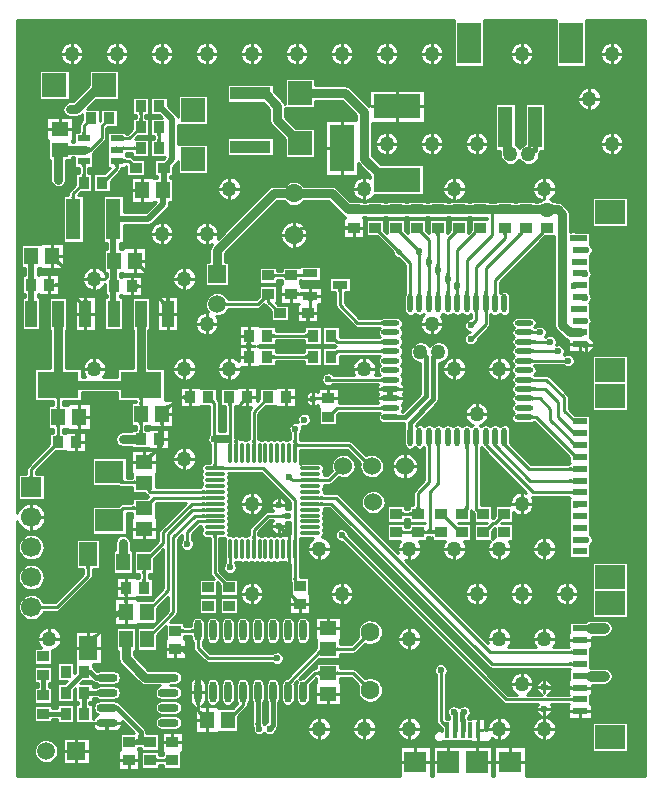
<source format=gtl>
G04 Layer_Physical_Order=1*
G04 Layer_Color=255*
%FSLAX25Y25*%
%MOIN*%
G70*
G01*
G75*
%ADD10C,0.01000*%
%ADD11R,0.03858X0.03661*%
%ADD12R,0.13425X0.03937*%
%ADD13R,0.09449X0.07480*%
%ADD14R,0.13780X0.08661*%
%ADD15R,0.03937X0.08661*%
%ADD16R,0.01575X0.05315*%
%ADD17R,0.07480X0.07480*%
%ADD18R,0.07480X0.07087*%
%ADD19R,0.04331X0.02362*%
%ADD20O,0.07087X0.01102*%
%ADD21O,0.01102X0.07087*%
%ADD22O,0.02362X0.07087*%
%ADD23O,0.07087X0.02756*%
%ADD24R,0.05906X0.07874*%
%ADD25R,0.03661X0.03858*%
%ADD26R,0.04567X0.05787*%
%ADD27C,0.06000*%
%ADD28R,0.04921X0.01969*%
%ADD29R,0.09843X0.07874*%
%ADD30R,0.04724X0.13780*%
%ADD31R,0.07874X0.07874*%
%ADD32R,0.03937X0.03268*%
%ADD33R,0.07874X0.07874*%
%ADD34R,0.05787X0.04567*%
%ADD35R,0.07874X0.13780*%
%ADD36R,0.04921X0.02756*%
%ADD37O,0.06299X0.01772*%
%ADD38O,0.01772X0.06299*%
%ADD39C,0.03000*%
%ADD40C,0.01500*%
%ADD41C,0.02000*%
%ADD42C,0.03500*%
%ADD43R,0.05252X0.03000*%
%ADD44R,0.15748X0.07874*%
%ADD45R,0.07874X0.15748*%
%ADD46R,0.05906X0.05906*%
%ADD47C,0.05906*%
%ADD48C,0.06299*%
%ADD49R,0.05906X0.05906*%
%ADD50C,0.06693*%
%ADD51R,0.06693X0.06693*%
%ADD52C,0.05000*%
%ADD53C,0.01969*%
%ADD54C,0.02362*%
G36*
X435238Y287436D02*
X435270Y287434D01*
X436238Y287429D01*
Y286429D01*
X435226Y286421D01*
Y287437D01*
X435238Y287436D01*
D02*
G37*
G36*
X519414Y287784D02*
X519404Y287873D01*
X519374Y287954D01*
X519324Y288024D01*
X519254Y288086D01*
X519164Y288138D01*
X519054Y288180D01*
X518924Y288213D01*
X518774Y288237D01*
X518604Y288251D01*
X518414Y288256D01*
Y289256D01*
X518604Y289261D01*
X518774Y289275D01*
X518924Y289298D01*
X519054Y289332D01*
X519164Y289374D01*
X519254Y289426D01*
X519324Y289487D01*
X519374Y289558D01*
X519404Y289638D01*
X519414Y289728D01*
Y287784D01*
D02*
G37*
G36*
X396931Y286421D02*
X396919Y286423D01*
X396887Y286424D01*
X395919Y286429D01*
Y287429D01*
X396931Y287437D01*
Y286421D01*
D02*
G37*
G36*
Y284453D02*
X396919Y284454D01*
X396887Y284456D01*
X395919Y284461D01*
Y285461D01*
X396931Y285469D01*
Y284453D01*
D02*
G37*
G36*
X435238Y285467D02*
X435270Y285466D01*
X436238Y285461D01*
Y284461D01*
X435226Y284453D01*
Y285469D01*
X435238Y285467D01*
D02*
G37*
G36*
X396931Y288390D02*
X396919Y288391D01*
X396887Y288393D01*
X395919Y288398D01*
Y289398D01*
X396931Y289405D01*
Y288390D01*
D02*
G37*
G36*
X428821Y292327D02*
X428809Y292328D01*
X428777Y292330D01*
X427809Y292335D01*
Y293335D01*
X428821Y293342D01*
Y292327D01*
D02*
G37*
G36*
X435238Y293341D02*
X435270Y293340D01*
X436238Y293335D01*
Y292335D01*
X435226Y292327D01*
Y293342D01*
X435238Y293341D01*
D02*
G37*
G36*
X519414Y291721D02*
X519404Y291810D01*
X519374Y291891D01*
X519324Y291962D01*
X519254Y292023D01*
X519164Y292075D01*
X519054Y292117D01*
X518924Y292150D01*
X518774Y292174D01*
X518604Y292188D01*
X518414Y292193D01*
Y293193D01*
X518604Y293198D01*
X518774Y293212D01*
X518924Y293235D01*
X519054Y293268D01*
X519164Y293311D01*
X519254Y293363D01*
X519324Y293424D01*
X519374Y293495D01*
X519404Y293575D01*
X519414Y293665D01*
Y291721D01*
D02*
G37*
G36*
X373630Y291071D02*
X373620Y291166D01*
X373590Y291251D01*
X373539Y291326D01*
X373468Y291391D01*
X373377Y291446D01*
X373266Y291491D01*
X373134Y291526D01*
X372983Y291551D01*
X372811Y291566D01*
X372618Y291571D01*
Y292571D01*
X372811Y292576D01*
X372983Y292591D01*
X373134Y292616D01*
X373266Y292651D01*
X373377Y292696D01*
X373468Y292751D01*
X373539Y292816D01*
X373590Y292891D01*
X373620Y292976D01*
X373630Y293071D01*
Y291071D01*
D02*
G37*
G36*
X369711Y292976D02*
X369743Y292891D01*
X369794Y292816D01*
X369865Y292751D01*
X369956Y292696D01*
X370067Y292651D01*
X370198Y292616D01*
X370350Y292591D01*
X370521Y292576D01*
X370712Y292571D01*
Y291571D01*
X369712Y291914D01*
X369700Y293071D01*
X369711Y292976D01*
D02*
G37*
G36*
X468505Y284158D02*
X468520Y283986D01*
X468545Y283834D01*
X468580Y283702D01*
X468625Y283591D01*
X468680Y283500D01*
X468745Y283429D01*
X468820Y283379D01*
X468905Y283348D01*
X469000Y283338D01*
X467000D01*
X467095Y283348D01*
X467180Y283379D01*
X467255Y283429D01*
X467320Y283500D01*
X467375Y283591D01*
X467420Y283702D01*
X467455Y283834D01*
X467480Y283986D01*
X467495Y284158D01*
X467500Y284350D01*
X468500D01*
X468505Y284158D01*
D02*
G37*
G36*
X396931Y280516D02*
X396919Y280517D01*
X396887Y280519D01*
X395919Y280524D01*
Y281524D01*
X396931Y281532D01*
Y280516D01*
D02*
G37*
G36*
X462427Y282436D02*
X462457Y282351D01*
X462507Y282277D01*
X462577Y282211D01*
X462667Y282156D01*
X462777Y282112D01*
X462907Y282077D01*
X463057Y282051D01*
X463227Y282036D01*
X463417Y282031D01*
Y281031D01*
X463227Y281027D01*
X463057Y281012D01*
X462907Y280986D01*
X462777Y280951D01*
X462667Y280907D01*
X462577Y280852D01*
X462507Y280786D01*
X462457Y280712D01*
X462427Y280627D01*
X462417Y280532D01*
Y282531D01*
X462427Y282436D01*
D02*
G37*
G36*
X423657Y280173D02*
X423590Y280235D01*
X423517Y280291D01*
X423438Y280340D01*
X423353Y280382D01*
X423263Y280418D01*
X423166Y280448D01*
X423064Y280471D01*
X422956Y280487D01*
X422841Y280497D01*
X422721Y280500D01*
Y281500D01*
X422841Y281503D01*
X422956Y281513D01*
X423064Y281529D01*
X423166Y281552D01*
X423263Y281582D01*
X423353Y281618D01*
X423438Y281660D01*
X423517Y281709D01*
X423590Y281765D01*
X423657Y281827D01*
Y280173D01*
D02*
G37*
G36*
X396931Y278547D02*
X396919Y278549D01*
X396887Y278550D01*
X395919Y278555D01*
Y279555D01*
X396931Y279563D01*
Y278547D01*
D02*
G37*
G36*
X477377Y281403D02*
X477362Y281298D01*
X477371Y281183D01*
X477405Y281057D01*
X477463Y280921D01*
X477546Y280774D01*
X477654Y280617D01*
X477786Y280449D01*
X477943Y280271D01*
X478124Y280083D01*
X477787Y279006D01*
X477565Y279220D01*
X477176Y279554D01*
X477007Y279672D01*
X476857Y279759D01*
X476725Y279814D01*
X476610Y279837D01*
X476513Y279827D01*
X476434Y279786D01*
X476373Y279713D01*
X477417Y281497D01*
X477377Y281403D01*
D02*
G37*
G36*
X466095Y280532D02*
X466085Y280627D01*
X466054Y280712D01*
X466004Y280786D01*
X465933Y280852D01*
X465842Y280907D01*
X465731Y280951D01*
X465599Y280986D01*
X465447Y281012D01*
X465275Y281027D01*
X465083Y281031D01*
Y282031D01*
X465275Y282036D01*
X465447Y282051D01*
X465599Y282077D01*
X465731Y282112D01*
X465842Y282156D01*
X465933Y282211D01*
X466004Y282277D01*
X466054Y282351D01*
X466085Y282436D01*
X466095Y282531D01*
Y280532D01*
D02*
G37*
G36*
X369928Y283221D02*
X369887Y283183D01*
X369851Y283152D01*
X369818Y283131D01*
X369790Y283119D01*
X369766Y283115D01*
X369747Y283120D01*
X369732Y283134D01*
X369721Y283157D01*
X369715Y283188D01*
X369712Y283228D01*
X368535Y283216D01*
X368537Y283223D01*
X368554Y283245D01*
X368586Y283280D01*
X369221Y283928D01*
X369928Y283221D01*
D02*
G37*
G36*
X484417Y283350D02*
X483150Y283338D01*
X483245Y283349D01*
X483330Y283380D01*
X483405Y283431D01*
X483470Y283502D01*
X483525Y283594D01*
X483570Y283705D01*
X483605Y283836D01*
X483630Y283987D01*
X483645Y284159D01*
X483650Y284350D01*
X484650D01*
X484417Y283350D01*
D02*
G37*
G36*
X373618Y282575D02*
X373608Y282670D01*
X373578Y282755D01*
X373528Y282830D01*
X373458Y282895D01*
X373368Y282950D01*
X373258Y282995D01*
X373128Y283030D01*
X372978Y283055D01*
X372808Y283070D01*
X372618Y283075D01*
Y284075D01*
X372808Y284080D01*
X372978Y284095D01*
X373128Y284120D01*
X373258Y284155D01*
X373368Y284200D01*
X373458Y284255D01*
X373528Y284320D01*
X373578Y284395D01*
X373608Y284480D01*
X373618Y284575D01*
Y282575D01*
D02*
G37*
G36*
X487689Y283516D02*
X487715Y283481D01*
X487732Y283450D01*
X487740Y283424D01*
X487737Y283401D01*
X487726Y283383D01*
X487704Y283369D01*
X487673Y283358D01*
X487633Y283352D01*
X487583Y283350D01*
X487595Y282350D01*
X487589Y282327D01*
X487570Y282321D01*
X487537Y282330D01*
X487492Y282356D01*
X487433Y282397D01*
X487362Y282455D01*
X487180Y282619D01*
X486946Y282847D01*
X487653Y283554D01*
X487689Y283516D01*
D02*
G37*
G36*
X396931Y282484D02*
X396919Y282486D01*
X396887Y282487D01*
X395919Y282492D01*
Y283492D01*
X396931Y283500D01*
Y282484D01*
D02*
G37*
G36*
X407728Y305092D02*
X406713D01*
X406714Y305104D01*
X406715Y305136D01*
X406720Y306104D01*
X407721D01*
X407728Y305092D01*
D02*
G37*
G36*
X413634D02*
X412618D01*
X412620Y305104D01*
X412621Y305136D01*
X412626Y306104D01*
X413626D01*
X413634Y305092D01*
D02*
G37*
G36*
X405760D02*
X404744D01*
X404746Y305104D01*
X404747Y305136D01*
X404752Y306104D01*
X405752D01*
X405760Y305092D01*
D02*
G37*
G36*
X347957Y304319D02*
X347865Y304315D01*
X347775Y304303D01*
X347684Y304282D01*
X347594Y304252D01*
X347505Y304214D01*
X347416Y304166D01*
X347327Y304110D01*
X347239Y304045D01*
X347151Y303971D01*
X347064Y303889D01*
X346357Y304596D01*
X346440Y304683D01*
X346514Y304771D01*
X346579Y304859D01*
X346635Y304947D01*
X346682Y305036D01*
X346721Y305126D01*
X346751Y305216D01*
X346772Y305306D01*
X346784Y305397D01*
X346788Y305488D01*
X347957Y304319D01*
D02*
G37*
G36*
X519701Y305988D02*
X520065Y305679D01*
X520226Y305566D01*
X520375Y305481D01*
X520509Y305422D01*
X520631Y305392D01*
X520738Y305388D01*
X520832Y305413D01*
X520913Y305464D01*
X519426Y304147D01*
X519485Y304220D01*
X519515Y304308D01*
X519516Y304411D01*
X519487Y304530D01*
X519430Y304664D01*
X519344Y304813D01*
X519228Y304977D01*
X519083Y305156D01*
X518707Y305561D01*
X519498Y306183D01*
X519701Y305988D01*
D02*
G37*
G36*
X348472Y307159D02*
X348482Y307045D01*
X348498Y306936D01*
X348521Y306834D01*
X348550Y306737D01*
X348586Y306647D01*
X348629Y306562D01*
X348678Y306483D01*
X348733Y306411D01*
X348795Y306344D01*
X347142D01*
X347204Y306411D01*
X347259Y306483D01*
X347308Y306562D01*
X347351Y306647D01*
X347387Y306737D01*
X347416Y306834D01*
X347439Y306936D01*
X347455Y307045D01*
X347465Y307159D01*
X347468Y307279D01*
X348468D01*
X348472Y307159D01*
D02*
G37*
G36*
X519308Y309907D02*
X519696Y309574D01*
X519864Y309454D01*
X520014Y309367D01*
X520147Y309311D01*
X520262Y309286D01*
X520359Y309293D01*
X520439Y309331D01*
X520501Y309401D01*
X519426Y307672D01*
X519466Y307764D01*
X519482Y307866D01*
X519473Y307979D01*
X519439Y308104D01*
X519379Y308240D01*
X519295Y308387D01*
X519185Y308545D01*
X519051Y308714D01*
X518891Y308895D01*
X518707Y309086D01*
X519087Y310120D01*
X519308Y309907D01*
D02*
G37*
G36*
X375974Y309227D02*
X375989Y309057D01*
X376013Y308907D01*
X376048Y308777D01*
X376094Y308667D01*
X376149Y308577D01*
X376214Y308507D01*
X376289Y308457D01*
X376374Y308427D01*
X376468Y308417D01*
X374468D01*
X374564Y308427D01*
X374648Y308457D01*
X374724Y308507D01*
X374788Y308577D01*
X374844Y308667D01*
X374888Y308777D01*
X374923Y308907D01*
X374949Y309057D01*
X374963Y309227D01*
X374969Y309417D01*
X375969D01*
X375974Y309227D01*
D02*
G37*
G36*
X355507Y308227D02*
X355535Y307907D01*
X355559Y307777D01*
X355591Y307667D01*
X355629Y307577D01*
X355674Y307507D01*
X355726Y307457D01*
X355784Y307427D01*
X355850Y307417D01*
X354004D01*
X354099Y307427D01*
X354184Y307457D01*
X354259Y307507D01*
X354324Y307577D01*
X354379Y307667D01*
X354424Y307777D01*
X354459Y307907D01*
X354484Y308057D01*
X354499Y308227D01*
X354504Y308417D01*
X355504D01*
X355507Y308227D01*
D02*
G37*
G36*
X375972Y308159D02*
X375982Y308045D01*
X375998Y307936D01*
X376021Y307834D01*
X376050Y307737D01*
X376086Y307647D01*
X376129Y307562D01*
X376178Y307483D01*
X376233Y307411D01*
X376295Y307344D01*
X374642D01*
X374704Y307411D01*
X374759Y307483D01*
X374808Y307562D01*
X374851Y307647D01*
X374887Y307737D01*
X374916Y307834D01*
X374939Y307936D01*
X374955Y308045D01*
X374965Y308159D01*
X374969Y308279D01*
X375969D01*
X375972Y308159D01*
D02*
G37*
G36*
X348474Y308227D02*
X348488Y308057D01*
X348514Y307907D01*
X348549Y307777D01*
X348593Y307667D01*
X348649Y307577D01*
X348713Y307507D01*
X348788Y307457D01*
X348873Y307427D01*
X348969Y307417D01*
X346969D01*
X347063Y307427D01*
X347148Y307457D01*
X347223Y307507D01*
X347288Y307577D01*
X347343Y307667D01*
X347389Y307777D01*
X347424Y307907D01*
X347448Y308057D01*
X347463Y308227D01*
X347468Y308417D01*
X348468D01*
X348474Y308227D01*
D02*
G37*
G36*
X383350Y304583D02*
X383236Y304576D01*
X383119Y304555D01*
X382999Y304519D01*
X382876Y304470D01*
X382750Y304406D01*
X382622Y304328D01*
X382490Y304236D01*
X382356Y304130D01*
X382079Y303876D01*
X380665D01*
X380794Y304012D01*
X380894Y304134D01*
X380965Y304241D01*
X381008Y304334D01*
X381023Y304414D01*
X381008Y304478D01*
X380965Y304529D01*
X380894Y304565D01*
X380794Y304587D01*
X380665Y304595D01*
X383350Y304583D01*
D02*
G37*
G36*
X403349Y297278D02*
X403381Y297277D01*
X404348Y297272D01*
Y296272D01*
X403336Y296264D01*
Y297280D01*
X403349Y297278D01*
D02*
G37*
G36*
X400639Y298129D02*
X400654Y297957D01*
X400679Y297805D01*
X400714Y297674D01*
X400759Y297562D01*
X400814Y297471D01*
X400879Y297400D01*
X400954Y297350D01*
X401039Y297320D01*
X401134Y297309D01*
X399134D01*
X399229Y297320D01*
X399314Y297350D01*
X399389Y297400D01*
X399454Y297471D01*
X399509Y297562D01*
X399554Y297674D01*
X399589Y297805D01*
X399614Y297957D01*
X399629Y298129D01*
X399634Y298321D01*
X400634D01*
X400639Y298129D01*
D02*
G37*
G36*
X519414Y295658D02*
X519404Y295747D01*
X519374Y295828D01*
X519324Y295899D01*
X519254Y295960D01*
X519164Y296012D01*
X519054Y296054D01*
X518924Y296087D01*
X518774Y296111D01*
X518604Y296125D01*
X518414Y296130D01*
Y297130D01*
X518604Y297135D01*
X518774Y297149D01*
X518924Y297172D01*
X519054Y297205D01*
X519164Y297248D01*
X519254Y297300D01*
X519324Y297361D01*
X519374Y297432D01*
X519404Y297512D01*
X519414Y297602D01*
Y295658D01*
D02*
G37*
G36*
X426127Y293631D02*
X426137Y293611D01*
X426155Y293583D01*
X426182Y293548D01*
X426260Y293457D01*
X426519Y293188D01*
X425812Y292481D01*
X425734Y292558D01*
X425389Y292863D01*
X425369Y292873D01*
X425356Y292874D01*
X426126Y293644D01*
X426127Y293631D01*
D02*
G37*
G36*
X339505Y294642D02*
X339520Y294470D01*
X339545Y294318D01*
X339580Y294187D01*
X339625Y294075D01*
X339680Y293984D01*
X339745Y293914D01*
X339820Y293863D01*
X339905Y293833D01*
X340000Y293822D01*
X338000D01*
X338095Y293833D01*
X338180Y293863D01*
X338255Y293914D01*
X338320Y293984D01*
X338375Y294075D01*
X338420Y294187D01*
X338455Y294318D01*
X338480Y294470D01*
X338495Y294642D01*
X338500Y294834D01*
X339500D01*
X339505Y294642D01*
D02*
G37*
G36*
X378110Y299907D02*
X378028Y299820D01*
X377954Y299732D01*
X377889Y299644D01*
X377833Y299555D01*
X377785Y299466D01*
X377747Y299377D01*
X377717Y299287D01*
X377696Y299197D01*
X377684Y299106D01*
X377681Y299015D01*
X376509Y300181D01*
X376600Y300185D01*
X376691Y300197D01*
X376782Y300218D01*
X376871Y300248D01*
X376961Y300287D01*
X377050Y300335D01*
X377138Y300391D01*
X377226Y300456D01*
X377314Y300530D01*
X377401Y300612D01*
X378110Y299907D01*
D02*
G37*
G36*
X484911Y304550D02*
X484856Y304441D01*
X484808Y304324D01*
X484766Y304199D01*
X484730Y304065D01*
X484701Y303924D01*
X484679Y303774D01*
X484653Y303450D01*
X484650Y303275D01*
X483650D01*
X483646Y303450D01*
X483621Y303774D01*
X483598Y303924D01*
X483569Y304065D01*
X483533Y304199D01*
X483491Y304324D01*
X483443Y304441D01*
X483388Y304550D01*
X483326Y304651D01*
X484973D01*
X484911Y304550D01*
D02*
G37*
G36*
X427412Y305223D02*
X427479Y305191D01*
X427606Y305140D01*
X427737Y305097D01*
X427870Y305062D01*
X428006Y305035D01*
X428145Y305016D01*
X428287Y305004D01*
X428432Y305000D01*
X428455Y304000D01*
X428247Y303995D01*
X428063Y303980D01*
X427903Y303955D01*
X427766Y303920D01*
X427653Y303875D01*
X427564Y303820D01*
X427498Y303755D01*
X427456Y303680D01*
X427438Y303595D01*
X427443Y303500D01*
X427167Y305092D01*
X426398D01*
X426399Y305104D01*
X426401Y305136D01*
X426405Y306104D01*
X427406D01*
X427412Y305223D01*
D02*
G37*
G36*
X475462Y304550D02*
X475408Y304441D01*
X475359Y304324D01*
X475317Y304199D01*
X475282Y304065D01*
X475252Y303924D01*
X475230Y303774D01*
X475204Y303450D01*
X475201Y303275D01*
X474201D01*
X474198Y303450D01*
X474172Y303774D01*
X474149Y303924D01*
X474120Y304065D01*
X474085Y304199D01*
X474043Y304324D01*
X473994Y304441D01*
X473939Y304550D01*
X473878Y304651D01*
X475524D01*
X475462Y304550D01*
D02*
G37*
G36*
X380089Y301886D02*
X379862Y301652D01*
X379513Y301247D01*
X379389Y301075D01*
X379300Y300923D01*
X379245Y300792D01*
X379225Y300681D01*
X379239Y300591D01*
X379287Y300521D01*
X379370Y300471D01*
X377357Y301263D01*
X377461Y301235D01*
X377573Y301229D01*
X377694Y301246D01*
X377823Y301284D01*
X377960Y301345D01*
X378106Y301428D01*
X378260Y301533D01*
X378422Y301661D01*
X378592Y301811D01*
X378771Y301982D01*
X380089Y301886D01*
D02*
G37*
G36*
X494395Y304877D02*
X494351Y304803D01*
X494334Y304715D01*
X494344Y304614D01*
X494382Y304499D01*
X494448Y304371D01*
X494540Y304230D01*
X494660Y304075D01*
X494807Y303907D01*
X494982Y303725D01*
X494203Y303090D01*
X493993Y303301D01*
X493237Y304164D01*
X493258Y304169D01*
X494466Y304938D01*
X494395Y304877D01*
D02*
G37*
G36*
X511023Y224493D02*
X511086Y224430D01*
X511156Y224375D01*
X511233Y224326D01*
X511318Y224286D01*
X511409Y224252D01*
X511509Y224226D01*
X511615Y224208D01*
X511728Y224197D01*
X511849Y224193D01*
X511665Y223193D01*
X511545Y223190D01*
X511321Y223169D01*
X511217Y223151D01*
X511117Y223128D01*
X511023Y223099D01*
X510934Y223065D01*
X510850Y223026D01*
X510771Y222982D01*
X510697Y222932D01*
X510967Y224564D01*
X511023Y224493D01*
D02*
G37*
G36*
X395501Y226864D02*
X395613Y225015D01*
X395639Y224931D01*
X393361D01*
X393387Y225015D01*
X393411Y225131D01*
X393432Y225280D01*
X393465Y225677D01*
X393499Y226864D01*
X393500Y227243D01*
X395500D01*
X395501Y226864D01*
D02*
G37*
G36*
X519414Y222721D02*
X519404Y222810D01*
X519374Y222891D01*
X519324Y222961D01*
X519254Y223023D01*
X519164Y223075D01*
X519054Y223117D01*
X518924Y223150D01*
X518774Y223174D01*
X518604Y223188D01*
X518414Y223193D01*
Y224193D01*
X518604Y224198D01*
X518774Y224212D01*
X518924Y224235D01*
X519054Y224268D01*
X519164Y224311D01*
X519254Y224363D01*
X519324Y224424D01*
X519374Y224495D01*
X519404Y224575D01*
X519414Y224665D01*
Y222721D01*
D02*
G37*
G36*
X395168Y221498D02*
X395133Y221404D01*
X395102Y221275D01*
X395075Y221112D01*
X395033Y220680D01*
X395002Y219771D01*
X395000Y219398D01*
X394000D01*
X393998Y219771D01*
X393898Y221275D01*
X393867Y221404D01*
X393832Y221498D01*
X393793Y221557D01*
X395208D01*
X395168Y221498D01*
D02*
G37*
G36*
X343751Y222518D02*
X343788Y221977D01*
X343799Y221930D01*
X343812Y221896D01*
X343827Y221875D01*
X342173D01*
X342188Y221896D01*
X342201Y221930D01*
X342212Y221977D01*
X342222Y222036D01*
X342238Y222191D01*
X342247Y222397D01*
X342250Y222653D01*
X343750D01*
X343751Y222518D01*
D02*
G37*
G36*
X435118Y227504D02*
X435108Y227599D01*
X435078Y227684D01*
X435028Y227759D01*
X434958Y227824D01*
X434868Y227879D01*
X434758Y227924D01*
X434628Y227959D01*
X434478Y227984D01*
X434308Y227999D01*
X434118Y228004D01*
Y229004D01*
X434308Y229009D01*
X434478Y229024D01*
X434628Y229049D01*
X434758Y229084D01*
X434868Y229129D01*
X434958Y229184D01*
X435028Y229249D01*
X435078Y229324D01*
X435108Y229409D01*
X435118Y229504D01*
Y227504D01*
D02*
G37*
G36*
X388928Y237561D02*
X388962Y237542D01*
X389017Y237525D01*
X389095Y237510D01*
X389196Y237497D01*
X389463Y237479D01*
X390032Y237469D01*
Y235469D01*
X389820Y235467D01*
X389017Y235413D01*
X388962Y235395D01*
X388928Y235376D01*
X388917Y235354D01*
Y237583D01*
X388928Y237561D01*
D02*
G37*
G36*
X440892Y237401D02*
X440922Y237316D01*
X440972Y237241D01*
X441042Y237176D01*
X441132Y237121D01*
X441242Y237076D01*
X441372Y237041D01*
X441522Y237016D01*
X441692Y237001D01*
X441882Y236996D01*
Y235996D01*
X441692Y235991D01*
X441522Y235976D01*
X441372Y235951D01*
X441242Y235916D01*
X441132Y235871D01*
X441042Y235816D01*
X440972Y235751D01*
X440922Y235676D01*
X440892Y235591D01*
X440882Y235496D01*
Y237496D01*
X440892Y237401D01*
D02*
G37*
G36*
X519414Y234532D02*
X519404Y234621D01*
X519374Y234702D01*
X519324Y234772D01*
X519254Y234834D01*
X519164Y234886D01*
X519054Y234928D01*
X518924Y234961D01*
X518774Y234985D01*
X518604Y234999D01*
X518414Y235004D01*
Y236004D01*
X518604Y236009D01*
X518774Y236023D01*
X518924Y236046D01*
X519054Y236080D01*
X519164Y236122D01*
X519254Y236174D01*
X519324Y236235D01*
X519374Y236306D01*
X519404Y236386D01*
X519414Y236476D01*
Y234532D01*
D02*
G37*
G36*
X440880Y229409D02*
X440910Y229324D01*
X440961Y229249D01*
X441032Y229184D01*
X441123Y229129D01*
X441234Y229084D01*
X441366Y229049D01*
X441517Y229024D01*
X441689Y229009D01*
X441882Y229004D01*
Y228004D01*
X441689Y227999D01*
X441517Y227984D01*
X441366Y227959D01*
X441234Y227924D01*
X441123Y227879D01*
X441032Y227824D01*
X440961Y227759D01*
X440910Y227684D01*
X440880Y227599D01*
X440870Y227504D01*
Y229504D01*
X440880Y229409D01*
D02*
G37*
G36*
X519414Y230595D02*
X519404Y230684D01*
X519374Y230765D01*
X519324Y230836D01*
X519254Y230897D01*
X519164Y230949D01*
X519054Y230991D01*
X518924Y231024D01*
X518774Y231048D01*
X518604Y231062D01*
X518414Y231067D01*
Y232067D01*
X518604Y232072D01*
X518774Y232086D01*
X518924Y232109D01*
X519054Y232142D01*
X519164Y232185D01*
X519254Y232237D01*
X519324Y232298D01*
X519374Y232369D01*
X519404Y232449D01*
X519414Y232539D01*
Y230595D01*
D02*
G37*
G36*
Y218784D02*
X519404Y218873D01*
X519374Y218954D01*
X519324Y219024D01*
X519254Y219086D01*
X519164Y219138D01*
X519054Y219180D01*
X518924Y219213D01*
X518774Y219237D01*
X518604Y219251D01*
X518414Y219256D01*
Y220256D01*
X518604Y220261D01*
X518774Y220275D01*
X518924Y220298D01*
X519054Y220331D01*
X519164Y220374D01*
X519254Y220426D01*
X519324Y220487D01*
X519374Y220558D01*
X519404Y220638D01*
X519414Y220728D01*
Y218784D01*
D02*
G37*
G36*
X376265Y207497D02*
X376310Y207242D01*
X376385Y207016D01*
X376490Y206821D01*
X376625Y206657D01*
X376790Y206522D01*
X376985Y206417D01*
X377210Y206342D01*
X377465Y206296D01*
X377750Y206281D01*
X376583Y205503D01*
Y204449D01*
X376572Y204512D01*
X376540Y204569D01*
X376485Y204618D01*
X376410Y204662D01*
X376312Y204698D01*
X376193Y204728D01*
X376052Y204751D01*
X375890Y204768D01*
X375500Y204782D01*
X373250Y206281D01*
X373535Y206296D01*
X373790Y206342D01*
X374015Y206417D01*
X374210Y206522D01*
X374375Y206657D01*
X374510Y206821D01*
X374615Y207016D01*
X374690Y207242D01*
X374735Y207497D01*
X374750Y207782D01*
X376250D01*
X376265Y207497D01*
D02*
G37*
G36*
X415251Y211742D02*
X415272Y211422D01*
X415284Y211341D01*
X415299Y211274D01*
X415317Y211220D01*
X415338Y211179D01*
X415361Y211152D01*
X415387Y211137D01*
X413951Y210383D01*
X413750Y211744D01*
X415250Y211876D01*
X415251Y211742D01*
D02*
G37*
G36*
X379411Y200233D02*
X379483Y200178D01*
X379562Y200129D01*
X379647Y200086D01*
X379737Y200050D01*
X379834Y200021D01*
X379936Y199998D01*
X380045Y199982D01*
X380159Y199972D01*
X380279Y199969D01*
Y198969D01*
X380159Y198965D01*
X380045Y198955D01*
X379936Y198939D01*
X379834Y198916D01*
X379737Y198887D01*
X379647Y198851D01*
X379562Y198808D01*
X379483Y198759D01*
X379411Y198704D01*
X379344Y198642D01*
Y200295D01*
X379411Y200233D01*
D02*
G37*
G36*
X380415Y200374D02*
X380446Y200289D01*
X380496Y200214D01*
X380567Y200149D01*
X380658Y200094D01*
X380769Y200048D01*
X380901Y200013D01*
X381053Y199988D01*
X381225Y199973D01*
X381417Y199969D01*
Y198969D01*
X381225Y198963D01*
X381053Y198949D01*
X380901Y198924D01*
X380769Y198889D01*
X380658Y198844D01*
X380567Y198788D01*
X380496Y198723D01*
X380446Y198649D01*
X380415Y198564D01*
X380405Y198468D01*
Y200468D01*
X380415Y200374D01*
D02*
G37*
G36*
X384095Y198468D02*
X384085Y198564D01*
X384054Y198649D01*
X384004Y198723D01*
X383933Y198788D01*
X383842Y198844D01*
X383731Y198889D01*
X383599Y198924D01*
X383447Y198949D01*
X383275Y198963D01*
X383083Y198969D01*
Y199969D01*
X383275Y199973D01*
X383447Y199988D01*
X383599Y200013D01*
X383731Y200048D01*
X383842Y200094D01*
X383933Y200149D01*
X384004Y200214D01*
X384054Y200289D01*
X384085Y200374D01*
X384095Y200468D01*
Y198468D01*
D02*
G37*
G36*
X480978Y212165D02*
X479455D01*
X479457Y212173D01*
X479459Y212196D01*
X479463Y212358D01*
X479466Y212939D01*
X480967D01*
X480978Y212165D01*
D02*
G37*
G36*
X367705Y217734D02*
X367816Y217655D01*
X367969Y217529D01*
X368679Y216871D01*
X369362Y216198D01*
X368468Y214971D01*
X368194Y215235D01*
X367712Y215633D01*
X367504Y215768D01*
X367317Y215859D01*
X367153Y215908D01*
X367011Y215914D01*
X366891Y215876D01*
X366793Y215796D01*
X366717Y215672D01*
X367622Y217689D01*
X367608Y217751D01*
X367635Y217765D01*
X367705Y217734D01*
D02*
G37*
G36*
X395397Y219277D02*
X395314Y219234D01*
X395240Y219161D01*
X395177Y219060D01*
X395123Y218930D01*
X395078Y218770D01*
X395044Y218582D01*
X395020Y218365D01*
X395005Y218118D01*
X395000Y217843D01*
X394000D01*
X393995Y218118D01*
X393956Y218582D01*
X393921Y218770D01*
X393877Y218930D01*
X393823Y219060D01*
X393760Y219161D01*
X393686Y219234D01*
X393603Y219277D01*
X393510Y219292D01*
X395491D01*
X395397Y219277D01*
D02*
G37*
G36*
X395041Y216169D02*
X395370Y215895D01*
X395511Y215803D01*
X395637Y215740D01*
X395746Y215707D01*
X395840Y215703D01*
X395919Y215729D01*
X395982Y215785D01*
X396029Y215870D01*
X395237Y213857D01*
X395265Y213961D01*
X395271Y214073D01*
X395254Y214194D01*
X395216Y214323D01*
X395155Y214460D01*
X395072Y214606D01*
X394967Y214760D01*
X394839Y214922D01*
X394689Y215092D01*
X394517Y215271D01*
X394853Y216350D01*
X395041Y216169D01*
D02*
G37*
G36*
X483538Y212165D02*
X482014D01*
X482016Y212173D01*
X482018Y212196D01*
X482023Y212358D01*
X482026Y212939D01*
X483526D01*
X483538Y212165D01*
D02*
G37*
G36*
X396910Y214296D02*
X397056Y214172D01*
X397125Y214121D01*
X397191Y214079D01*
X397255Y214044D01*
X397317Y214018D01*
X397376Y213999D01*
X397433Y213987D01*
X397487Y213984D01*
X396516Y213007D01*
X396512Y213061D01*
X396501Y213118D01*
X396482Y213177D01*
X396455Y213238D01*
X396420Y213302D01*
X396377Y213369D01*
X396327Y213438D01*
X396269Y213510D01*
X396129Y213660D01*
X396833Y214370D01*
X396910Y214296D01*
D02*
G37*
G36*
X413634Y273202D02*
X412618D01*
X412620Y273215D01*
X412621Y273247D01*
X412626Y274214D01*
X413626D01*
X413634Y273202D01*
D02*
G37*
G36*
X425445D02*
X424429D01*
X424431Y273213D01*
X424432Y273241D01*
X424437Y274063D01*
X425437D01*
X425445Y273202D01*
D02*
G37*
G36*
X377682Y265971D02*
X377598Y265884D01*
X377384Y265631D01*
X377326Y265549D01*
X377228Y265388D01*
X377189Y265309D01*
X377156Y265231D01*
X377130Y265155D01*
X376368Y266622D01*
X376451Y266601D01*
X376535Y266591D01*
X376620Y266593D01*
X376705Y266607D01*
X376791Y266632D01*
X376877Y266668D01*
X376964Y266717D01*
X377051Y266777D01*
X377140Y266848D01*
X377228Y266932D01*
X377682Y265971D01*
D02*
G37*
G36*
X425443Y266785D02*
X425442Y266753D01*
X425437Y265786D01*
X424437D01*
X424429Y266797D01*
X425445D01*
X425443Y266785D01*
D02*
G37*
G36*
X358686Y267321D02*
X358631Y267248D01*
X358582Y267169D01*
X358539Y267085D01*
X358503Y266994D01*
X358474Y266898D01*
X358451Y266795D01*
X358435Y266687D01*
X358425Y266573D01*
X358421Y266453D01*
X357421D01*
X357418Y266573D01*
X357408Y266687D01*
X357392Y266795D01*
X357369Y266898D01*
X357340Y266994D01*
X357304Y267085D01*
X357261Y267169D01*
X357212Y267248D01*
X357157Y267321D01*
X357095Y267388D01*
X358748D01*
X358686Y267321D01*
D02*
G37*
G36*
X401039Y274570D02*
X400954Y274540D01*
X400879Y274489D01*
X400814Y274418D01*
X400759Y274327D01*
X400714Y274216D01*
X400679Y274084D01*
X400654Y273933D01*
X400639Y273761D01*
X400634Y273568D01*
X399634D01*
X399629Y273761D01*
X399614Y273933D01*
X399589Y274084D01*
X399554Y274216D01*
X399509Y274327D01*
X399454Y274418D01*
X399389Y274489D01*
X399314Y274540D01*
X399229Y274570D01*
X399134Y274580D01*
X401134D01*
X401039Y274570D01*
D02*
G37*
G36*
X422684Y277397D02*
X422697Y277306D01*
X422718Y277216D01*
X422748Y277126D01*
X422786Y277036D01*
X422834Y276947D01*
X422890Y276859D01*
X422955Y276771D01*
X423029Y276683D01*
X423111Y276596D01*
X422404Y275889D01*
X422317Y275971D01*
X422229Y276045D01*
X422141Y276110D01*
X422053Y276166D01*
X421964Y276214D01*
X421874Y276252D01*
X421784Y276282D01*
X421694Y276303D01*
X421603Y276315D01*
X421512Y276319D01*
X422681Y277488D01*
X422684Y277397D01*
D02*
G37*
G36*
X472510Y276779D02*
X472540Y276608D01*
X472590Y276459D01*
X472660Y276328D01*
X472750Y276219D01*
X472860Y276129D01*
X472990Y276059D01*
X473113Y276017D01*
X473231Y276048D01*
X473342Y276094D01*
X473433Y276149D01*
X473504Y276214D01*
X473554Y276289D01*
X473585Y276374D01*
X473595Y276468D01*
Y274468D01*
X473585Y274564D01*
X473554Y274648D01*
X473504Y274724D01*
X473433Y274788D01*
X473342Y274844D01*
X473231Y274888D01*
X473099Y274923D01*
X472947Y274949D01*
X472775Y274963D01*
X472583Y274969D01*
Y275357D01*
X472000Y274969D01*
X470917Y275690D01*
Y274969D01*
X470727Y274963D01*
X470557Y274949D01*
X470407Y274923D01*
X470277Y274888D01*
X470167Y274844D01*
X470077Y274788D01*
X470007Y274724D01*
X469957Y274648D01*
X469927Y274564D01*
X469917Y274468D01*
Y276468D01*
X469927Y276374D01*
X469957Y276289D01*
X470007Y276214D01*
X470077Y276149D01*
X470167Y276094D01*
X470277Y276048D01*
X470407Y276013D01*
X470557Y275989D01*
X470678Y275978D01*
X470690Y275978D01*
X470860Y276009D01*
X471010Y276059D01*
X471140Y276129D01*
X471250Y276219D01*
X471340Y276328D01*
X471410Y276459D01*
X471460Y276608D01*
X471490Y276779D01*
X471500Y276969D01*
X472500D01*
X472510Y276779D01*
D02*
G37*
G36*
X474656Y274642D02*
X474589Y274704D01*
X474517Y274759D01*
X474438Y274808D01*
X474353Y274851D01*
X474263Y274887D01*
X474166Y274916D01*
X474064Y274939D01*
X473955Y274955D01*
X473841Y274965D01*
X473721Y274969D01*
Y275969D01*
X473841Y275972D01*
X473955Y275982D01*
X474064Y275998D01*
X474166Y276021D01*
X474263Y276050D01*
X474353Y276086D01*
X474438Y276129D01*
X474517Y276178D01*
X474589Y276233D01*
X474656Y276295D01*
Y274642D01*
D02*
G37*
G36*
X462427Y276374D02*
X462457Y276289D01*
X462507Y276214D01*
X462577Y276149D01*
X462667Y276094D01*
X462777Y276048D01*
X462907Y276013D01*
X463057Y275989D01*
X463227Y275974D01*
X463417Y275969D01*
Y274969D01*
X463227Y274963D01*
X463057Y274949D01*
X462907Y274923D01*
X462777Y274888D01*
X462667Y274844D01*
X462577Y274788D01*
X462507Y274724D01*
X462457Y274648D01*
X462427Y274564D01*
X462417Y274468D01*
Y276468D01*
X462427Y276374D01*
D02*
G37*
G36*
X466095Y274468D02*
X466085Y274564D01*
X466054Y274648D01*
X466004Y274724D01*
X465933Y274788D01*
X465842Y274844D01*
X465731Y274888D01*
X465599Y274923D01*
X465447Y274949D01*
X465275Y274963D01*
X465083Y274969D01*
Y275969D01*
X465275Y275974D01*
X465447Y275989D01*
X465599Y276013D01*
X465731Y276048D01*
X465842Y276094D01*
X465933Y276149D01*
X466004Y276214D01*
X466054Y276289D01*
X466085Y276374D01*
X466095Y276468D01*
Y274468D01*
D02*
G37*
G36*
X377083Y265020D02*
X377066Y264957D01*
X377052Y264887D01*
X377028Y264721D01*
X377013Y264525D01*
X377004Y264169D01*
X376004Y263610D01*
X376000Y263733D01*
X375988Y263845D01*
X375969Y263948D01*
X375941Y264040D01*
X375906Y264123D01*
X375863Y264195D01*
X375812Y264258D01*
X375753Y264310D01*
X375687Y264352D01*
X375612Y264384D01*
X377102Y265074D01*
X377083Y265020D01*
D02*
G37*
G36*
X368237Y247310D02*
X368229Y247440D01*
X368208Y247540D01*
X368172Y247612D01*
X368122Y247656D01*
X368057Y247670D01*
X367978Y247656D01*
X367884Y247612D01*
X367776Y247540D01*
X367654Y247440D01*
X367517Y247310D01*
X367164Y248371D01*
X367368Y248582D01*
X367711Y248981D01*
X367850Y249169D01*
X367968Y249349D01*
X368065Y249522D01*
X368140Y249688D01*
X368194Y249846D01*
X368226Y249996D01*
X368237Y250139D01*
Y247310D01*
D02*
G37*
G36*
X370973Y252689D02*
X370988Y252517D01*
X371013Y252366D01*
X371048Y252234D01*
X371094Y252123D01*
X371148Y252032D01*
X371214Y251961D01*
X371288Y251910D01*
X371374Y251880D01*
X371468Y251870D01*
X369468D01*
X369564Y251880D01*
X369649Y251910D01*
X369724Y251961D01*
X369789Y252032D01*
X369844Y252123D01*
X369888Y252234D01*
X369923Y252366D01*
X369949Y252517D01*
X369964Y252689D01*
X369969Y252882D01*
X370969D01*
X370973Y252689D01*
D02*
G37*
G36*
X393333Y241531D02*
X393323Y241627D01*
X393292Y241711D01*
X393242Y241787D01*
X393171Y241851D01*
X393080Y241906D01*
X392969Y241951D01*
X392837Y241986D01*
X392685Y242011D01*
X392513Y242026D01*
X392321Y242032D01*
Y243032D01*
X392513Y243037D01*
X392685Y243052D01*
X392837Y243076D01*
X392969Y243111D01*
X393080Y243157D01*
X393171Y243212D01*
X393242Y243277D01*
X393292Y243352D01*
X393323Y243437D01*
X393333Y243531D01*
Y241531D01*
D02*
G37*
G36*
X361648Y241441D02*
X361426Y241212D01*
X361081Y240812D01*
X360959Y240641D01*
X360871Y240490D01*
X360816Y240358D01*
X360794Y240246D01*
X360805Y240153D01*
X360850Y240080D01*
X360929Y240026D01*
X359011Y240913D01*
X359110Y240881D01*
X359220Y240872D01*
X359338Y240885D01*
X359465Y240923D01*
X359602Y240983D01*
X359748Y241066D01*
X359903Y241173D01*
X360068Y241303D01*
X360242Y241456D01*
X360425Y241632D01*
X361648Y241441D01*
D02*
G37*
G36*
X388927Y243437D02*
X388957Y243352D01*
X389007Y243277D01*
X389077Y243212D01*
X389167Y243157D01*
X389277Y243111D01*
X389407Y243076D01*
X389557Y243052D01*
X389727Y243037D01*
X389917Y243032D01*
Y242032D01*
X389727Y242026D01*
X389557Y242011D01*
X389407Y241986D01*
X389277Y241951D01*
X389167Y241906D01*
X389077Y241851D01*
X389007Y241787D01*
X388957Y241711D01*
X388927Y241627D01*
X388917Y241531D01*
Y243531D01*
X388927Y243437D01*
D02*
G37*
G36*
X426883Y253800D02*
X427246Y253492D01*
X427408Y253379D01*
X427556Y253293D01*
X427691Y253235D01*
X427812Y253204D01*
X427920Y253201D01*
X428014Y253224D01*
X428095Y253275D01*
X426595Y251971D01*
X426655Y252044D01*
X426685Y252131D01*
X426686Y252234D01*
X426658Y252353D01*
X426601Y252486D01*
X426514Y252636D01*
X426399Y252800D01*
X426254Y252980D01*
X425876Y253386D01*
X426681Y253994D01*
X426883Y253800D01*
D02*
G37*
G36*
X377409Y262620D02*
X377324Y262590D01*
X377249Y262539D01*
X377184Y262468D01*
X377129Y262377D01*
X377084Y262266D01*
X377049Y262134D01*
X377024Y261983D01*
X377009Y261811D01*
X377004Y261618D01*
X376004D01*
X375999Y261811D01*
X375984Y261983D01*
X375959Y262134D01*
X375924Y262266D01*
X375879Y262377D01*
X375824Y262468D01*
X375759Y262539D01*
X375684Y262590D01*
X375599Y262620D01*
X375504Y262630D01*
X377504D01*
X377409Y262620D01*
D02*
G37*
G36*
X358826Y264308D02*
X358741Y264278D01*
X358666Y264227D01*
X358601Y264156D01*
X358546Y264065D01*
X358501Y263954D01*
X358466Y263823D01*
X358441Y263671D01*
X358426Y263499D01*
X358421Y263306D01*
X357421D01*
X357416Y263499D01*
X357401Y263671D01*
X357376Y263823D01*
X357341Y263954D01*
X357296Y264065D01*
X357241Y264156D01*
X357176Y264227D01*
X357101Y264278D01*
X357016Y264308D01*
X356921Y264318D01*
X358921D01*
X358826Y264308D01*
D02*
G37*
G36*
X427411Y260159D02*
X427425Y259987D01*
X427451Y259836D01*
X427486Y259705D01*
X427530Y259594D01*
X427586Y259502D01*
X427650Y259431D01*
X427726Y259380D01*
X427810Y259349D01*
X427906Y259338D01*
X426583Y259350D01*
X426405Y260350D01*
X427406D01*
X427411Y260159D01*
D02*
G37*
G36*
X371374Y255073D02*
X371288Y255043D01*
X371214Y254993D01*
X371148Y254923D01*
X371094Y254833D01*
X371048Y254723D01*
X371013Y254593D01*
X370988Y254443D01*
X370973Y254273D01*
X370969Y254083D01*
X369969D01*
X369964Y254273D01*
X369949Y254443D01*
X369923Y254593D01*
X369888Y254723D01*
X369844Y254833D01*
X369789Y254923D01*
X369724Y254993D01*
X369649Y255043D01*
X369564Y255073D01*
X369468Y255083D01*
X371468D01*
X371374Y255073D01*
D02*
G37*
G36*
X377009Y259725D02*
X377024Y259553D01*
X377049Y259401D01*
X377084Y259269D01*
X377129Y259158D01*
X377184Y259067D01*
X377249Y258996D01*
X377324Y258946D01*
X377409Y258915D01*
X377504Y258905D01*
X375504D01*
X375599Y258915D01*
X375684Y258946D01*
X375759Y258996D01*
X375824Y259067D01*
X375879Y259158D01*
X375924Y259269D01*
X375959Y259401D01*
X375984Y259553D01*
X375999Y259725D01*
X376004Y259917D01*
X377004D01*
X377009Y259725D01*
D02*
G37*
G36*
X475265Y362089D02*
X475209Y362017D01*
X475160Y361938D01*
X475118Y361853D01*
X475082Y361763D01*
X475052Y361666D01*
X475029Y361564D01*
X475013Y361455D01*
X475003Y361341D01*
X475000Y361221D01*
X474000D01*
X473997Y361341D01*
X473987Y361455D01*
X473971Y361564D01*
X473948Y361666D01*
X473918Y361763D01*
X473882Y361853D01*
X473840Y361938D01*
X473791Y362017D01*
X473735Y362089D01*
X473673Y362157D01*
X475327D01*
X475265Y362089D01*
D02*
G37*
G36*
X375735Y365039D02*
X375729Y364927D01*
X375746Y364806D01*
X375784Y364677D01*
X375845Y364540D01*
X375928Y364394D01*
X376033Y364240D01*
X376161Y364078D01*
X376310Y363908D01*
X376483Y363728D01*
X376386Y362411D01*
X376152Y362638D01*
X375747Y362987D01*
X375575Y363111D01*
X375423Y363200D01*
X375292Y363255D01*
X375181Y363275D01*
X375091Y363261D01*
X375021Y363213D01*
X374971Y363130D01*
X375763Y365143D01*
X375735Y365039D01*
D02*
G37*
G36*
X429630Y360374D02*
X429620Y360404D01*
X429590Y360431D01*
X429540Y360454D01*
X429470Y360475D01*
X429380Y360492D01*
X429270Y360506D01*
X428990Y360525D01*
X428630Y360531D01*
Y361531D01*
X428822Y361537D01*
X428993Y361551D01*
X429145Y361577D01*
X429276Y361612D01*
X429387Y361656D01*
X429478Y361712D01*
X429550Y361776D01*
X429600Y361852D01*
X429631Y361936D01*
X429642Y362032D01*
X429630Y360374D01*
D02*
G37*
G36*
X423595Y360032D02*
X423585Y360126D01*
X423554Y360211D01*
X423504Y360286D01*
X423433Y360351D01*
X423342Y360406D01*
X423231Y360452D01*
X423099Y360487D01*
X422947Y360511D01*
X422775Y360526D01*
X422583Y360531D01*
Y361531D01*
X422775Y361537D01*
X422947Y361551D01*
X423099Y361577D01*
X423231Y361612D01*
X423342Y361656D01*
X423433Y361712D01*
X423504Y361776D01*
X423554Y361852D01*
X423585Y361936D01*
X423595Y362032D01*
Y360032D01*
D02*
G37*
G36*
X427427Y361936D02*
X427457Y361852D01*
X427507Y361776D01*
X427577Y361712D01*
X427667Y361656D01*
X427777Y361612D01*
X427907Y361577D01*
X428057Y361551D01*
X428227Y361537D01*
X428417Y361531D01*
Y360531D01*
X428227Y360526D01*
X428057Y360511D01*
X427907Y360487D01*
X427777Y360452D01*
X427667Y360406D01*
X427577Y360351D01*
X427507Y360286D01*
X427457Y360211D01*
X427427Y360126D01*
X427417Y360032D01*
Y362032D01*
X427427Y361936D01*
D02*
G37*
G36*
X472051Y367253D02*
X472054Y367133D01*
X472064Y367019D01*
X472079Y366910D01*
X472101Y366807D01*
X472129Y366710D01*
X472163Y366618D01*
X472204Y366532D01*
X472251Y366451D01*
X472303Y366376D01*
X472363Y366307D01*
X471572Y365500D01*
X472363Y364693D01*
X472303Y364624D01*
X472251Y364549D01*
X472204Y364468D01*
X472163Y364382D01*
X472129Y364290D01*
X472101Y364193D01*
X472079Y364090D01*
X472064Y363981D01*
X472054Y363867D01*
X472051Y363747D01*
X471051Y363699D01*
X471048Y363819D01*
X471038Y363933D01*
X471021Y364041D01*
X470997Y364142D01*
X470966Y364238D01*
X470929Y364327D01*
X470884Y364410D01*
X470833Y364487D01*
X470775Y364557D01*
X470711Y364621D01*
X471572Y365500D01*
X470711Y366378D01*
X470775Y366443D01*
X470833Y366513D01*
X470884Y366590D01*
X470929Y366673D01*
X470966Y366762D01*
X470997Y366858D01*
X471021Y366959D01*
X471038Y367067D01*
X471048Y367181D01*
X471051Y367301D01*
X472051Y367253D01*
D02*
G37*
G36*
X469166Y368156D02*
X469111Y368084D01*
X469062Y368005D01*
X469019Y367920D01*
X468983Y367829D01*
X468954Y367733D01*
X468931Y367631D01*
X468915Y367522D01*
X468905Y367408D01*
X468902Y367288D01*
X467902D01*
X467898Y367408D01*
X467888Y367522D01*
X467872Y367631D01*
X467849Y367733D01*
X467820Y367829D01*
X467784Y367920D01*
X467741Y368005D01*
X467693Y368084D01*
X467637Y368156D01*
X467575Y368224D01*
X469228D01*
X469166Y368156D01*
D02*
G37*
G36*
X467585Y370596D02*
X467672Y370522D01*
X467760Y370457D01*
X467849Y370401D01*
X467938Y370353D01*
X468027Y370315D01*
X468117Y370285D01*
X468208Y370264D01*
X468298Y370251D01*
X468390Y370248D01*
X467220Y369079D01*
X467217Y369170D01*
X467205Y369261D01*
X467184Y369351D01*
X467154Y369441D01*
X467115Y369531D01*
X467068Y369620D01*
X467012Y369708D01*
X466947Y369796D01*
X466873Y369884D01*
X466790Y369971D01*
X467497Y370678D01*
X467585Y370596D01*
D02*
G37*
G36*
X346988Y367439D02*
X346999Y367382D01*
X347018Y367323D01*
X347045Y367262D01*
X347080Y367197D01*
X347123Y367131D01*
X347173Y367062D01*
X347231Y366990D01*
X347371Y366840D01*
X346667Y366130D01*
X346590Y366204D01*
X346444Y366328D01*
X346375Y366379D01*
X346309Y366421D01*
X346245Y366456D01*
X346183Y366482D01*
X346124Y366501D01*
X346067Y366513D01*
X346013Y366516D01*
X346984Y367493D01*
X346988Y367439D01*
D02*
G37*
G36*
X475003Y364659D02*
X475013Y364545D01*
X475029Y364436D01*
X475052Y364334D01*
X475082Y364237D01*
X475118Y364147D01*
X475160Y364062D01*
X475209Y363983D01*
X475265Y363911D01*
X475327Y363843D01*
X473673D01*
X473735Y363911D01*
X473791Y363983D01*
X473840Y364062D01*
X473882Y364147D01*
X473918Y364237D01*
X473948Y364334D01*
X473971Y364436D01*
X473987Y364545D01*
X473997Y364659D01*
X474000Y364779D01*
X475000D01*
X475003Y364659D01*
D02*
G37*
G36*
X348235Y366539D02*
X348229Y366427D01*
X348246Y366306D01*
X348284Y366177D01*
X348345Y366040D01*
X348428Y365894D01*
X348533Y365740D01*
X348661Y365578D01*
X348811Y365407D01*
X348983Y365229D01*
X348886Y363911D01*
X348652Y364138D01*
X348247Y364487D01*
X348075Y364611D01*
X347923Y364700D01*
X347792Y364755D01*
X347681Y364775D01*
X347591Y364761D01*
X347521Y364713D01*
X347471Y364630D01*
X348263Y366643D01*
X348235Y366539D01*
D02*
G37*
G36*
X419915Y361936D02*
X419946Y361852D01*
X419996Y361776D01*
X420067Y361712D01*
X420158Y361656D01*
X420269Y361612D01*
X420401Y361577D01*
X420553Y361551D01*
X420725Y361537D01*
X420917Y361531D01*
Y360531D01*
X420725Y360526D01*
X420553Y360511D01*
X420401Y360487D01*
X420269Y360452D01*
X420158Y360406D01*
X420067Y360351D01*
X419996Y360286D01*
X419946Y360211D01*
X419915Y360126D01*
X419905Y360032D01*
Y362032D01*
X419915Y361936D01*
D02*
G37*
G36*
X490952Y355550D02*
X490978Y355226D01*
X491001Y355076D01*
X491030Y354935D01*
X491065Y354801D01*
X491107Y354676D01*
X491156Y354559D01*
X491211Y354450D01*
X491272Y354349D01*
X489626D01*
X489687Y354450D01*
X489742Y354559D01*
X489790Y354676D01*
X489832Y354801D01*
X489868Y354935D01*
X489897Y355076D01*
X489920Y355226D01*
X489946Y355550D01*
X489949Y355725D01*
X490949D01*
X490952Y355550D01*
D02*
G37*
G36*
X442826Y356636D02*
X442741Y356606D01*
X442666Y356555D01*
X442601Y356484D01*
X442546Y356393D01*
X442501Y356282D01*
X442466Y356150D01*
X442441Y355998D01*
X442426Y355826D01*
X442421Y355634D01*
X441421D01*
X441416Y355826D01*
X441401Y355998D01*
X441376Y356150D01*
X441341Y356282D01*
X441296Y356393D01*
X441241Y356484D01*
X441176Y356555D01*
X441101Y356606D01*
X441016Y356636D01*
X440921Y356646D01*
X442921D01*
X442826Y356636D01*
D02*
G37*
G36*
X487803Y355550D02*
X487828Y355226D01*
X487851Y355076D01*
X487880Y354935D01*
X487916Y354801D01*
X487957Y354676D01*
X488006Y354559D01*
X488061Y354450D01*
X488122Y354349D01*
X486476D01*
X486538Y354450D01*
X486592Y354559D01*
X486641Y354676D01*
X486683Y354801D01*
X486718Y354935D01*
X486748Y355076D01*
X486770Y355226D01*
X486796Y355550D01*
X486799Y355725D01*
X487799D01*
X487803Y355550D01*
D02*
G37*
G36*
X481765Y356590D02*
X481709Y356517D01*
X481660Y356438D01*
X481618Y356353D01*
X481582Y356263D01*
X481552Y356166D01*
X481529Y356064D01*
X481513Y355956D01*
X481503Y355841D01*
X481500Y355723D01*
X481503Y355550D01*
X481529Y355226D01*
X481552Y355076D01*
X481581Y354935D01*
X481616Y354801D01*
X481658Y354676D01*
X481707Y354559D01*
X481762Y354450D01*
X481823Y354349D01*
X480177D01*
X480238Y354450D01*
X480293Y354559D01*
X480342Y354676D01*
X480384Y354801D01*
X480419Y354935D01*
X480448Y355076D01*
X480471Y355226D01*
X480497Y355550D01*
X480500Y355723D01*
X480497Y355841D01*
X480487Y355956D01*
X480471Y356064D01*
X480448Y356166D01*
X480418Y356263D01*
X480382Y356353D01*
X480340Y356438D01*
X480291Y356517D01*
X480235Y356590D01*
X480173Y356657D01*
X481827D01*
X481765Y356590D01*
D02*
G37*
G36*
X484653Y355550D02*
X484679Y355226D01*
X484701Y355076D01*
X484730Y354935D01*
X484766Y354801D01*
X484808Y354676D01*
X484856Y354559D01*
X484911Y354450D01*
X484973Y354349D01*
X483326D01*
X483388Y354450D01*
X483443Y354559D01*
X483491Y354676D01*
X483533Y354801D01*
X483569Y354935D01*
X483598Y355076D01*
X483621Y355226D01*
X483646Y355550D01*
X483650Y355725D01*
X484650D01*
X484653Y355550D01*
D02*
G37*
G36*
X374348Y358405D02*
X374379Y358320D01*
X374429Y358245D01*
X374500Y358180D01*
X374591Y358125D01*
X374703Y358080D01*
X374834Y358045D01*
X374986Y358020D01*
X375158Y358005D01*
X375350Y358000D01*
Y357000D01*
X375158Y356995D01*
X374986Y356980D01*
X374834Y356955D01*
X374703Y356920D01*
X374591Y356875D01*
X374500Y356820D01*
X374429Y356755D01*
X374379Y356680D01*
X374348Y356595D01*
X374338Y356500D01*
Y358500D01*
X374348Y358405D01*
D02*
G37*
G36*
X481503Y359159D02*
X481513Y359045D01*
X481529Y358936D01*
X481552Y358834D01*
X481582Y358737D01*
X481618Y358647D01*
X481660Y358562D01*
X481709Y358483D01*
X481765Y358411D01*
X481827Y358344D01*
X480173D01*
X480235Y358411D01*
X480291Y358483D01*
X480340Y358562D01*
X480382Y358647D01*
X480418Y358737D01*
X480448Y358834D01*
X480471Y358936D01*
X480487Y359045D01*
X480497Y359159D01*
X480500Y359279D01*
X481500D01*
X481503Y359159D01*
D02*
G37*
G36*
X478354Y361716D02*
X478365Y361602D01*
X478383Y361495D01*
X478408Y361396D01*
X478441Y361303D01*
X478481Y361217D01*
X478528Y361137D01*
X478583Y361065D01*
X478644Y361000D01*
X478713Y360941D01*
X477790Y360000D01*
X477073Y360732D01*
X477126Y360805D01*
X477173Y360883D01*
X477214Y360966D01*
X477251Y361055D01*
X477281Y361148D01*
X477306Y361247D01*
X477325Y361351D01*
X477339Y361461D01*
X477348Y361575D01*
X477350Y361695D01*
X478350Y361837D01*
X478354Y361716D01*
D02*
G37*
G36*
X478713Y359059D02*
X478644Y359000D01*
X478583Y358935D01*
X478528Y358863D01*
X478481Y358783D01*
X478441Y358697D01*
X478408Y358604D01*
X478383Y358505D01*
X478365Y358398D01*
X478354Y358284D01*
X478350Y358163D01*
X477350Y358305D01*
X477348Y358425D01*
X477339Y358539D01*
X477325Y358649D01*
X477306Y358753D01*
X477281Y358852D01*
X477251Y358945D01*
X477214Y359034D01*
X477173Y359117D01*
X477126Y359195D01*
X477073Y359268D01*
X477790Y360000D01*
X478713Y359059D01*
D02*
G37*
G36*
X520674Y358478D02*
X520753Y358442D01*
X520837Y358410D01*
X520927Y358383D01*
X521021Y358360D01*
X521226Y358326D01*
X521336Y358315D01*
X521571Y358307D01*
X521862Y357307D01*
X521743Y357303D01*
X521632Y357292D01*
X521529Y357272D01*
X521433Y357245D01*
X521346Y357211D01*
X521267Y357168D01*
X521196Y357118D01*
X521132Y357060D01*
X521077Y356994D01*
X521029Y356921D01*
X520600Y358518D01*
X520674Y358478D01*
D02*
G37*
G36*
X346848Y358905D02*
X346879Y358820D01*
X346929Y358745D01*
X347000Y358680D01*
X347091Y358625D01*
X347202Y358580D01*
X347334Y358545D01*
X347486Y358520D01*
X347658Y358505D01*
X347850Y358500D01*
Y357500D01*
X347658Y357495D01*
X347486Y357480D01*
X347334Y357455D01*
X347202Y357420D01*
X347091Y357375D01*
X347000Y357320D01*
X346929Y357255D01*
X346879Y357180D01*
X346848Y357095D01*
X346838Y357000D01*
Y359000D01*
X346848Y358905D01*
D02*
G37*
G36*
X507681Y403516D02*
X507679Y403493D01*
X507674Y403331D01*
X507671Y402750D01*
X506171D01*
X506159Y403524D01*
X507683D01*
X507681Y403516D01*
D02*
G37*
G36*
X382005Y406227D02*
X382020Y406057D01*
X382045Y405907D01*
X382080Y405777D01*
X382125Y405667D01*
X382180Y405577D01*
X382245Y405507D01*
X382320Y405457D01*
X382405Y405427D01*
X382500Y405417D01*
X380500D01*
X380595Y405427D01*
X380680Y405457D01*
X380755Y405507D01*
X380820Y405577D01*
X380875Y405667D01*
X380920Y405777D01*
X380955Y405907D01*
X380980Y406057D01*
X380995Y406227D01*
X381000Y406417D01*
X382000D01*
X382005Y406227D01*
D02*
G37*
G36*
X497838Y403516D02*
X497836Y403493D01*
X497832Y403331D01*
X497829Y402750D01*
X496329D01*
X496317Y403524D01*
X497841D01*
X497838Y403516D01*
D02*
G37*
G36*
X373630Y402500D02*
X373620Y402595D01*
X373590Y402680D01*
X373539Y402755D01*
X373468Y402820D01*
X373377Y402875D01*
X373266Y402920D01*
X373134Y402955D01*
X372983Y402980D01*
X372811Y402995D01*
X372618Y403000D01*
Y404000D01*
X372811Y404005D01*
X372983Y404020D01*
X373134Y404045D01*
X373266Y404080D01*
X373377Y404125D01*
X373468Y404180D01*
X373539Y404245D01*
X373590Y404320D01*
X373620Y404405D01*
X373630Y404500D01*
Y402500D01*
D02*
G37*
G36*
X367457Y404082D02*
X367534Y404065D01*
X367627Y404049D01*
X367864Y404025D01*
X368344Y404004D01*
X368747Y404000D01*
X368858Y403000D01*
X368736Y402996D01*
X368623Y402984D01*
X368521Y402965D01*
X368428Y402937D01*
X368345Y402902D01*
X368273Y402859D01*
X368210Y402808D01*
X368158Y402749D01*
X368115Y402682D01*
X368083Y402608D01*
X367397Y404101D01*
X367457Y404082D01*
D02*
G37*
G36*
X369632Y407645D02*
X369662Y407560D01*
X369713Y407485D01*
X369784Y407420D01*
X369875Y407365D01*
X369986Y407320D01*
X370117Y407285D01*
X370269Y407260D01*
X370441Y407245D01*
X370634Y407240D01*
Y406240D01*
X370441Y406235D01*
X370269Y406220D01*
X370117Y406195D01*
X369986Y406160D01*
X369875Y406115D01*
X369784Y406060D01*
X369713Y405995D01*
X369662Y405920D01*
X369632Y405835D01*
X369622Y405740D01*
Y407740D01*
X369632Y407645D01*
D02*
G37*
G36*
X376342Y415573D02*
X376257Y415543D01*
X376182Y415493D01*
X376117Y415423D01*
X376062Y415333D01*
X376017Y415223D01*
X375982Y415093D01*
X375957Y414943D01*
X375942Y414773D01*
X375937Y414583D01*
X374937D01*
X374932Y414773D01*
X374917Y414943D01*
X374892Y415093D01*
X374857Y415223D01*
X374812Y415333D01*
X374757Y415423D01*
X374692Y415493D01*
X374617Y415543D01*
X374532Y415573D01*
X374437Y415583D01*
X376437D01*
X376342Y415573D01*
D02*
G37*
G36*
X364771Y424640D02*
X364806Y424557D01*
X364858Y424462D01*
X364928Y424356D01*
X365015Y424238D01*
X365240Y423967D01*
X365534Y423651D01*
X365707Y423475D01*
X364293Y422061D01*
X364117Y422233D01*
X363530Y422753D01*
X363412Y422840D01*
X363306Y422909D01*
X363211Y422962D01*
X363127Y422997D01*
X363056Y423015D01*
X364753Y424712D01*
X364771Y424640D01*
D02*
G37*
G36*
X375942Y413225D02*
X375957Y413053D01*
X375982Y412901D01*
X376017Y412769D01*
X376062Y412658D01*
X376117Y412567D01*
X376182Y412496D01*
X376257Y412446D01*
X376342Y412415D01*
X376437Y412405D01*
X374437D01*
X374532Y412415D01*
X374617Y412446D01*
X374692Y412496D01*
X374757Y412567D01*
X374812Y412658D01*
X374857Y412769D01*
X374892Y412901D01*
X374917Y413053D01*
X374932Y413225D01*
X374937Y413417D01*
X375937D01*
X375942Y413225D01*
D02*
G37*
G36*
X382405Y408573D02*
X382320Y408543D01*
X382245Y408493D01*
X382180Y408423D01*
X382125Y408333D01*
X382080Y408223D01*
X382045Y408093D01*
X382020Y407943D01*
X382005Y407773D01*
X382000Y407583D01*
X381000D01*
X380995Y407773D01*
X380980Y407943D01*
X380955Y408093D01*
X380920Y408223D01*
X380875Y408333D01*
X380820Y408423D01*
X380755Y408493D01*
X380680Y408543D01*
X380595Y408573D01*
X380500Y408583D01*
X382500D01*
X382405Y408573D01*
D02*
G37*
G36*
X356962Y408717D02*
X356977Y408545D01*
X357002Y408393D01*
X357037Y408262D01*
X357082Y408150D01*
X357137Y408059D01*
X357202Y407988D01*
X357277Y407938D01*
X357362Y407907D01*
X357457Y407897D01*
X355457D01*
X355552Y407907D01*
X355637Y407938D01*
X355712Y407988D01*
X355777Y408059D01*
X355832Y408150D01*
X355877Y408262D01*
X355912Y408393D01*
X355937Y408545D01*
X355952Y408717D01*
X355957Y408909D01*
X356957D01*
X356962Y408717D01*
D02*
G37*
G36*
X369644Y404137D02*
X369674Y404108D01*
X369724Y404083D01*
X369794Y404061D01*
X369884Y404042D01*
X369994Y404027D01*
X370274Y404007D01*
X370634Y404000D01*
Y403000D01*
X370442Y402995D01*
X370270Y402980D01*
X370119Y402955D01*
X369988Y402920D01*
X369877Y402875D01*
X369785Y402820D01*
X369714Y402755D01*
X369663Y402680D01*
X369632Y402595D01*
X369622Y402500D01*
X369634Y404169D01*
X369644Y404137D01*
D02*
G37*
G36*
X503564Y375162D02*
X503481Y375211D01*
X503377Y375225D01*
X503252Y375204D01*
X503106Y375149D01*
X502940Y375059D01*
X502753Y374935D01*
X502545Y374775D01*
X502067Y374353D01*
X501796Y374089D01*
X501376Y375083D01*
X501578Y375292D01*
X501895Y375665D01*
X502011Y375829D01*
X502097Y375978D01*
X502155Y376112D01*
X502183Y376231D01*
X502183Y376335D01*
X502153Y376423D01*
X502095Y376497D01*
X503564Y375162D01*
D02*
G37*
G36*
X444595Y375969D02*
X444585Y376063D01*
X444554Y376149D01*
X444504Y376223D01*
X444433Y376289D01*
X444342Y376343D01*
X444231Y376389D01*
X444099Y376424D01*
X443947Y376448D01*
X443775Y376464D01*
X443583Y376468D01*
Y377468D01*
X443775Y377473D01*
X443947Y377488D01*
X444099Y377514D01*
X444231Y377549D01*
X444342Y377593D01*
X444433Y377648D01*
X444504Y377713D01*
X444554Y377788D01*
X444585Y377873D01*
X444595Y377969D01*
Y375969D01*
D02*
G37*
G36*
X497905Y375152D02*
X497820Y375121D01*
X497745Y375071D01*
X497680Y375000D01*
X497625Y374909D01*
X497580Y374798D01*
X497545Y374666D01*
X497520Y374514D01*
X497505Y374342D01*
X497500Y374150D01*
X496500D01*
X496495Y374342D01*
X496480Y374514D01*
X496455Y374666D01*
X496420Y374798D01*
X496375Y374909D01*
X496320Y375000D01*
X496255Y375071D01*
X496180Y375121D01*
X496095Y375152D01*
X496000Y375162D01*
X498000D01*
X497905Y375152D01*
D02*
G37*
G36*
X520466Y374320D02*
X520539Y374264D01*
X520617Y374215D01*
X520702Y374173D01*
X520793Y374137D01*
X520889Y374107D01*
X520991Y374084D01*
X521100Y374068D01*
X521214Y374058D01*
X521334Y374055D01*
Y373055D01*
X521214Y373052D01*
X521100Y373042D01*
X520991Y373026D01*
X520889Y373003D01*
X520793Y372973D01*
X520702Y372937D01*
X520617Y372895D01*
X520539Y372846D01*
X520466Y372790D01*
X520399Y372728D01*
Y374382D01*
X520466Y374320D01*
D02*
G37*
G36*
X475405Y375152D02*
X475320Y375121D01*
X475245Y375071D01*
X475180Y375000D01*
X475125Y374909D01*
X475080Y374798D01*
X475045Y374666D01*
X475020Y374514D01*
X475005Y374342D01*
X475000Y374150D01*
X474000D01*
X473995Y374342D01*
X473980Y374514D01*
X473955Y374666D01*
X473920Y374798D01*
X473875Y374909D01*
X473820Y375000D01*
X473755Y375071D01*
X473680Y375121D01*
X473595Y375152D01*
X473500Y375162D01*
X475500D01*
X475405Y375152D01*
D02*
G37*
G36*
X353473Y387685D02*
X353488Y387513D01*
X353514Y387362D01*
X353549Y387230D01*
X353593Y387119D01*
X353648Y387028D01*
X353713Y386957D01*
X353788Y386906D01*
X353873Y386876D01*
X353969Y386866D01*
X351969D01*
X352063Y386876D01*
X352149Y386906D01*
X352223Y386957D01*
X352289Y387028D01*
X352344Y387119D01*
X352389Y387230D01*
X352424Y387362D01*
X352449Y387513D01*
X352464Y387685D01*
X352468Y387878D01*
X353468D01*
X353473Y387685D01*
D02*
G37*
G36*
X369632Y400165D02*
X369662Y400080D01*
X369713Y400005D01*
X369784Y399940D01*
X369875Y399885D01*
X369986Y399840D01*
X370117Y399805D01*
X370269Y399780D01*
X370441Y399765D01*
X370634Y399760D01*
Y398760D01*
X370441Y398755D01*
X370269Y398740D01*
X370117Y398715D01*
X369986Y398680D01*
X369875Y398635D01*
X369784Y398580D01*
X369713Y398515D01*
X369662Y398440D01*
X369632Y398355D01*
X369622Y398260D01*
Y400260D01*
X369632Y400165D01*
D02*
G37*
G36*
X357547Y404054D02*
X358281Y403561D01*
X358357Y403527D01*
X358419Y403507D01*
X358469Y403500D01*
Y402500D01*
X358419Y402493D01*
X358357Y402473D01*
X358281Y402438D01*
X358192Y402391D01*
X357974Y402254D01*
X357703Y402062D01*
X357378Y401816D01*
Y404184D01*
X357547Y404054D01*
D02*
G37*
G36*
X368385Y398093D02*
X368300Y398062D01*
X368225Y398012D01*
X368160Y397941D01*
X368105Y397850D01*
X368060Y397738D01*
X368025Y397607D01*
X368000Y397455D01*
X367985Y397283D01*
X367980Y397091D01*
X366980D01*
X366975Y397283D01*
X366960Y397455D01*
X366935Y397607D01*
X366900Y397738D01*
X366855Y397850D01*
X366800Y397941D01*
X366735Y398012D01*
X366660Y398062D01*
X366575Y398093D01*
X366480Y398103D01*
X368480D01*
X368385Y398093D01*
D02*
G37*
G36*
X356942Y394727D02*
X356957Y394557D01*
X356982Y394407D01*
X357017Y394277D01*
X357062Y394167D01*
X357117Y394077D01*
X357182Y394007D01*
X357257Y393957D01*
X357342Y393927D01*
X357437Y393917D01*
X355437D01*
X355532Y393927D01*
X355617Y393957D01*
X355692Y394007D01*
X355757Y394077D01*
X355812Y394167D01*
X355857Y394277D01*
X355892Y394407D01*
X355917Y394557D01*
X355932Y394727D01*
X355937Y394917D01*
X356937D01*
X356942Y394727D01*
D02*
G37*
G36*
X357269Y398403D02*
X357206Y398337D01*
X357150Y398265D01*
X357100Y398187D01*
X357057Y398103D01*
X357437D01*
X357342Y398093D01*
X357257Y398062D01*
X357182Y398012D01*
X357117Y397941D01*
X357062Y397850D01*
X357017Y397738D01*
X356982Y397607D01*
X356957Y397455D01*
X356942Y397283D01*
X356937Y397091D01*
X355937D01*
X355932Y397283D01*
X355917Y397455D01*
X355892Y397607D01*
X355857Y397738D01*
X355812Y397850D01*
X355757Y397941D01*
X355692Y398012D01*
X355617Y398062D01*
X355532Y398093D01*
X355437Y398103D01*
X355830D01*
X355821Y398124D01*
X355780Y398209D01*
X355732Y398289D01*
X355677Y398362D01*
X355616Y398430D01*
X357269Y398403D01*
D02*
G37*
G36*
X390162Y319500D02*
X390152Y319595D01*
X390121Y319680D01*
X390071Y319755D01*
X390000Y319820D01*
X389909Y319875D01*
X389797Y319920D01*
X389666Y319955D01*
X389514Y319980D01*
X389342Y319995D01*
X389150Y320000D01*
Y321000D01*
X389342Y321005D01*
X389514Y321020D01*
X389666Y321045D01*
X389797Y321080D01*
X389909Y321125D01*
X390000Y321180D01*
X390071Y321245D01*
X390121Y321320D01*
X390152Y321405D01*
X390162Y321500D01*
Y319500D01*
D02*
G37*
G36*
X391157Y319673D02*
X391090Y319735D01*
X391017Y319791D01*
X390938Y319840D01*
X390853Y319882D01*
X390763Y319918D01*
X390666Y319948D01*
X390564Y319971D01*
X390456Y319987D01*
X390341Y319997D01*
X390221Y320000D01*
Y321000D01*
X390341Y321003D01*
X390456Y321013D01*
X390564Y321029D01*
X390666Y321052D01*
X390763Y321082D01*
X390853Y321118D01*
X390938Y321160D01*
X391017Y321209D01*
X391090Y321265D01*
X391157Y321327D01*
Y319673D01*
D02*
G37*
G36*
X376374Y320360D02*
X376289Y320330D01*
X376214Y320280D01*
X376149Y320210D01*
X376094Y320120D01*
X376048Y320010D01*
X376013Y319880D01*
X375989Y319730D01*
X375974Y319560D01*
X375969Y319370D01*
X374969D01*
X374963Y319560D01*
X374949Y319730D01*
X374923Y319880D01*
X374888Y320010D01*
X374844Y320120D01*
X374788Y320210D01*
X374724Y320280D01*
X374648Y320330D01*
X374564Y320360D01*
X374468Y320370D01*
X376468D01*
X376374Y320360D01*
D02*
G37*
G36*
X505950Y320813D02*
X506059Y320758D01*
X506176Y320709D01*
X506301Y320668D01*
X506435Y320632D01*
X506576Y320603D01*
X506726Y320580D01*
X507050Y320554D01*
X507225Y320551D01*
Y319551D01*
X507050Y319548D01*
X506726Y319522D01*
X506576Y319499D01*
X506435Y319470D01*
X506301Y319435D01*
X506176Y319393D01*
X506059Y319344D01*
X505950Y319289D01*
X505849Y319228D01*
Y320874D01*
X505950Y320813D01*
D02*
G37*
G36*
X348733Y323779D02*
X348678Y323706D01*
X348630Y323629D01*
X349030D01*
X348923Y323494D01*
X348828Y323315D01*
X348744Y323091D01*
X348671Y322822D01*
X348609Y322509D01*
X348558Y322152D01*
X348491Y321302D01*
X348471Y320370D01*
X348969D01*
X348873Y320360D01*
X348788Y320330D01*
X348713Y320280D01*
X348649Y320210D01*
X348593Y320120D01*
X348549Y320010D01*
X348514Y319880D01*
X348488Y319730D01*
X348474Y319560D01*
X348468Y319370D01*
X347468D01*
X347463Y319560D01*
X347448Y319730D01*
X347424Y319880D01*
X347389Y320010D01*
X347343Y320120D01*
X347288Y320210D01*
X347223Y320280D01*
X347148Y320330D01*
X347063Y320360D01*
X346969Y320370D01*
X347467D01*
X347463Y320811D01*
X347328Y322509D01*
X347266Y322822D01*
X347193Y323091D01*
X347109Y323315D01*
X347014Y323494D01*
X346907Y323629D01*
X347307D01*
X347259Y323706D01*
X347204Y323779D01*
X347142Y323846D01*
X348795D01*
X348733Y323779D01*
D02*
G37*
G36*
X411020Y319319D02*
X410928Y319316D01*
X410838Y319303D01*
X410747Y319282D01*
X410657Y319252D01*
X410568Y319214D01*
X410479Y319166D01*
X410390Y319110D01*
X410302Y319045D01*
X410215Y318971D01*
X410207Y318965D01*
X410529Y318595D01*
X410456Y318655D01*
X410369Y318685D01*
X410266Y318686D01*
X410147Y318658D01*
X410013Y318601D01*
X409864Y318514D01*
X409700Y318399D01*
X409520Y318254D01*
X409114Y317876D01*
X408506Y318681D01*
X408701Y318883D01*
X409008Y319246D01*
X409121Y319408D01*
X409207Y319556D01*
X409265Y319691D01*
X409296Y319812D01*
X409299Y319920D01*
X409276Y320014D01*
X409225Y320095D01*
X409542Y319730D01*
X409577Y319771D01*
X409642Y319859D01*
X409698Y319947D01*
X409745Y320036D01*
X409784Y320126D01*
X409814Y320216D01*
X409835Y320306D01*
X409847Y320397D01*
X409851Y320488D01*
X411020Y319319D01*
D02*
G37*
G36*
X431130Y333000D02*
X431120Y333095D01*
X431090Y333180D01*
X431039Y333255D01*
X430968Y333320D01*
X430877Y333375D01*
X430766Y333420D01*
X430634Y333455D01*
X430483Y333480D01*
X430311Y333495D01*
X430118Y333500D01*
Y334500D01*
X430311Y334505D01*
X430483Y334520D01*
X430634Y334545D01*
X430766Y334580D01*
X430877Y334625D01*
X430968Y334680D01*
X431039Y334745D01*
X431090Y334820D01*
X431120Y334905D01*
X431130Y335000D01*
Y333000D01*
D02*
G37*
G36*
X441819Y335299D02*
X441627Y335294D01*
X441456Y335279D01*
X441305Y335254D01*
X441174Y335219D01*
X441062Y335174D01*
X440971Y335119D01*
X440900Y335054D01*
X440849Y334979D01*
X440818Y334894D01*
X440807Y334799D01*
X440819Y335917D01*
X441819Y336299D01*
Y335299D01*
D02*
G37*
G36*
X419317Y334905D02*
X419347Y334820D01*
X419398Y334745D01*
X419469Y334680D01*
X419560Y334625D01*
X419671Y334580D01*
X419803Y334545D01*
X419954Y334520D01*
X420126Y334505D01*
X420319Y334500D01*
Y333500D01*
X420126Y333495D01*
X419954Y333480D01*
X419803Y333455D01*
X419671Y333420D01*
X419560Y333375D01*
X419469Y333320D01*
X419398Y333255D01*
X419347Y333180D01*
X419317Y333095D01*
X419307Y333000D01*
Y335000D01*
X419317Y334905D01*
D02*
G37*
G36*
X505950Y323962D02*
X506059Y323908D01*
X506176Y323859D01*
X506301Y323817D01*
X506435Y323782D01*
X506576Y323752D01*
X506726Y323730D01*
X507050Y323704D01*
X507225Y323701D01*
Y322701D01*
X507050Y322698D01*
X506726Y322672D01*
X506576Y322649D01*
X506435Y322620D01*
X506301Y322585D01*
X506176Y322543D01*
X506059Y322494D01*
X505950Y322439D01*
X505849Y322378D01*
Y324024D01*
X505950Y323962D01*
D02*
G37*
G36*
X376304Y323666D02*
X376240Y323601D01*
X376183Y323529D01*
X376133Y323452D01*
X376089Y323368D01*
X376052Y323278D01*
X376022Y323183D01*
X375999Y323081D01*
X375982Y322973D01*
X375972Y322859D01*
X375969Y322739D01*
X374969Y322768D01*
X374965Y322888D01*
X374956Y323002D01*
X374940Y323111D01*
X374918Y323214D01*
X374889Y323311D01*
X374854Y323402D01*
X374813Y323488D01*
X374765Y323568D01*
X374711Y323642D01*
X374651Y323710D01*
X376304Y323666D01*
D02*
G37*
G36*
X433890Y320789D02*
X433964Y320735D01*
X434044Y320687D01*
X434129Y320646D01*
X434221Y320611D01*
X434318Y320582D01*
X434421Y320560D01*
X434529Y320544D01*
X434644Y320535D01*
X434763Y320532D01*
X434793Y319531D01*
X434673Y319528D01*
X434559Y319518D01*
X434451Y319501D01*
X434349Y319478D01*
X434253Y319448D01*
X434163Y319411D01*
X434080Y319367D01*
X434002Y319317D01*
X433931Y319260D01*
X433865Y319196D01*
X433821Y320849D01*
X433890Y320789D01*
D02*
G37*
G36*
X376374Y312120D02*
X376289Y312090D01*
X376214Y312039D01*
X376149Y311968D01*
X376094Y311877D01*
X376048Y311766D01*
X376013Y311634D01*
X375989Y311483D01*
X375974Y311311D01*
X375969Y311118D01*
X374969D01*
X374963Y311311D01*
X374949Y311483D01*
X374923Y311634D01*
X374888Y311766D01*
X374844Y311877D01*
X374788Y311968D01*
X374724Y312039D01*
X374648Y312090D01*
X374564Y312120D01*
X374468Y312130D01*
X376468D01*
X376374Y312120D01*
D02*
G37*
G36*
X383409D02*
X383324Y312090D01*
X383249Y312039D01*
X383184Y311968D01*
X383129Y311877D01*
X383084Y311766D01*
X383049Y311634D01*
X383024Y311483D01*
X383009Y311311D01*
X383004Y311118D01*
X382004D01*
X381999Y311311D01*
X381984Y311483D01*
X381959Y311634D01*
X381924Y311766D01*
X381879Y311877D01*
X381824Y311968D01*
X381759Y312039D01*
X381684Y312090D01*
X381599Y312120D01*
X381504Y312130D01*
X383504D01*
X383409Y312120D01*
D02*
G37*
G36*
X355909Y311120D02*
X355824Y311090D01*
X355749Y311039D01*
X355684Y310968D01*
X355629Y310877D01*
X355584Y310766D01*
X355549Y310634D01*
X355524Y310483D01*
X355509Y310311D01*
X355504Y310118D01*
X354504D01*
X354499Y310311D01*
X354484Y310483D01*
X354459Y310634D01*
X354424Y310766D01*
X354379Y310877D01*
X354324Y310968D01*
X354259Y311039D01*
X354184Y311090D01*
X354099Y311120D01*
X354004Y311130D01*
X356004D01*
X355909Y311120D01*
D02*
G37*
G36*
X383007Y309227D02*
X383035Y308907D01*
X383059Y308777D01*
X383090Y308667D01*
X383129Y308577D01*
X383174Y308507D01*
X383226Y308457D01*
X383284Y308427D01*
X383350Y308417D01*
X381504D01*
X381599Y308427D01*
X381684Y308457D01*
X381759Y308507D01*
X381824Y308577D01*
X381879Y308667D01*
X381924Y308777D01*
X381959Y308907D01*
X381984Y309057D01*
X381999Y309227D01*
X382004Y309417D01*
X383004D01*
X383007Y309227D01*
D02*
G37*
G36*
X348873Y311120D02*
X348788Y311090D01*
X348713Y311039D01*
X348649Y310968D01*
X348593Y310877D01*
X348549Y310766D01*
X348514Y310634D01*
X348488Y310483D01*
X348474Y310311D01*
X348468Y310118D01*
X347468D01*
X347463Y310311D01*
X347448Y310483D01*
X347424Y310634D01*
X347389Y310766D01*
X347343Y310877D01*
X347288Y310968D01*
X347223Y311039D01*
X347148Y311090D01*
X347063Y311120D01*
X346969Y311130D01*
X348969D01*
X348873Y311120D01*
D02*
G37*
G36*
X439619Y314881D02*
X439537Y314794D01*
X439463Y314706D01*
X439398Y314618D01*
X439341Y314530D01*
X439293Y314441D01*
X439253Y314352D01*
X439222Y314262D01*
X439200Y314171D01*
X439186Y314081D01*
X439181Y313989D01*
X438034Y315181D01*
X438125Y315182D01*
X438216Y315193D01*
X438307Y315213D01*
X438397Y315242D01*
X438486Y315280D01*
X438575Y315326D01*
X438664Y315382D01*
X438752Y315446D01*
X438840Y315520D01*
X438927Y315603D01*
X439619Y314881D01*
D02*
G37*
G36*
X375974Y318692D02*
X375989Y318522D01*
X376013Y318372D01*
X376048Y318242D01*
X376094Y318132D01*
X376149Y318042D01*
X376214Y317972D01*
X376289Y317922D01*
X376374Y317892D01*
X376468Y317882D01*
X374468D01*
X374564Y317892D01*
X374648Y317922D01*
X374724Y317972D01*
X374788Y318042D01*
X374844Y318132D01*
X374888Y318242D01*
X374923Y318372D01*
X374949Y318522D01*
X374963Y318692D01*
X374969Y318882D01*
X375969D01*
X375974Y318692D01*
D02*
G37*
G36*
X436095Y319032D02*
X436085Y319127D01*
X436054Y319212D01*
X436004Y319286D01*
X435933Y319352D01*
X435842Y319407D01*
X435731Y319451D01*
X435599Y319486D01*
X435447Y319512D01*
X435275Y319527D01*
X435083Y319531D01*
Y320532D01*
X435275Y320536D01*
X435447Y320551D01*
X435599Y320577D01*
X435731Y320612D01*
X435842Y320656D01*
X435933Y320711D01*
X436004Y320777D01*
X436054Y320851D01*
X436085Y320936D01*
X436095Y321031D01*
Y319032D01*
D02*
G37*
G36*
X385483Y317271D02*
X385311Y317092D01*
X385033Y316760D01*
X384928Y316606D01*
X384845Y316460D01*
X384784Y316323D01*
X384746Y316194D01*
X384729Y316073D01*
X384735Y315961D01*
X384763Y315857D01*
X383971Y317870D01*
X384021Y317787D01*
X384091Y317739D01*
X384181Y317725D01*
X384292Y317745D01*
X384423Y317800D01*
X384575Y317889D01*
X384747Y318013D01*
X384939Y318170D01*
X385386Y318589D01*
X385483Y317271D01*
D02*
G37*
G36*
X348474Y317692D02*
X348488Y317522D01*
X348514Y317372D01*
X348549Y317242D01*
X348593Y317132D01*
X348649Y317042D01*
X348713Y316972D01*
X348788Y316922D01*
X348873Y316892D01*
X348969Y316882D01*
X346969D01*
X347063Y316892D01*
X347148Y316922D01*
X347223Y316972D01*
X347288Y317042D01*
X347343Y317132D01*
X347389Y317242D01*
X347424Y317372D01*
X347448Y317522D01*
X347463Y317692D01*
X347468Y317882D01*
X348468D01*
X348474Y317692D01*
D02*
G37*
G36*
X406157Y318573D02*
X406072Y318543D01*
X405997Y318493D01*
X405932Y318423D01*
X405877Y318333D01*
X405832Y318223D01*
X405797Y318093D01*
X405772Y317943D01*
X405757Y317773D01*
X405752Y317583D01*
X404752D01*
X404747Y317773D01*
X404732Y317943D01*
X404707Y318093D01*
X404672Y318223D01*
X404627Y318333D01*
X404572Y318423D01*
X404507Y318493D01*
X404432Y318543D01*
X404347Y318573D01*
X404252Y318583D01*
X406252D01*
X406157Y318573D01*
D02*
G37*
G36*
X385060Y353437D02*
X385075Y353265D01*
X385100Y353114D01*
X385135Y352982D01*
X385180Y352871D01*
X385235Y352780D01*
X385300Y352709D01*
X385375Y352658D01*
X385460Y352628D01*
X385555Y352618D01*
X383785D01*
X382611Y350987D01*
X382656Y351074D01*
X382675Y351173D01*
X382668Y351284D01*
X382635Y351407D01*
X382576Y351543D01*
X382491Y351690D01*
X382381Y351850D01*
X382243Y352022D01*
X381891Y352401D01*
X382370Y353337D01*
X382587Y353128D01*
X382969Y352800D01*
X383136Y352683D01*
X383285Y352595D01*
X383418Y352539D01*
X383535Y352513D01*
X383635Y352517D01*
X383718Y352552D01*
X383785Y352618D01*
X383555D01*
X383650Y352628D01*
X383735Y352658D01*
X383810Y352709D01*
X383875Y352780D01*
X383930Y352871D01*
X383975Y352982D01*
X384010Y353114D01*
X384035Y353265D01*
X384050Y353437D01*
X384055Y353630D01*
X385055D01*
X385060Y353437D01*
D02*
G37*
G36*
X427427Y355873D02*
X427457Y355788D01*
X427507Y355714D01*
X427577Y355648D01*
X427667Y355593D01*
X427777Y355549D01*
X427907Y355514D01*
X428057Y355488D01*
X428227Y355473D01*
X428417Y355469D01*
Y354468D01*
X428227Y354464D01*
X428057Y354449D01*
X427907Y354423D01*
X427777Y354388D01*
X427667Y354344D01*
X427577Y354289D01*
X427507Y354223D01*
X427457Y354149D01*
X427427Y354064D01*
X427417Y353969D01*
Y355968D01*
X427427Y355873D01*
D02*
G37*
G36*
X357560Y353437D02*
X357575Y353265D01*
X357600Y353114D01*
X357635Y352982D01*
X357680Y352871D01*
X357735Y352780D01*
X357800Y352709D01*
X357875Y352658D01*
X357960Y352628D01*
X358055Y352618D01*
X356284D01*
X355111Y350987D01*
X355156Y351074D01*
X355175Y351173D01*
X355168Y351284D01*
X355135Y351407D01*
X355076Y351543D01*
X354991Y351690D01*
X354880Y351850D01*
X354744Y352022D01*
X354392Y352401D01*
X354870Y353337D01*
X355087Y353128D01*
X355469Y352800D01*
X355636Y352683D01*
X355785Y352595D01*
X355919Y352539D01*
X356035Y352513D01*
X356135Y352517D01*
X356218Y352552D01*
X356284Y352618D01*
X356055D01*
X356150Y352628D01*
X356235Y352658D01*
X356310Y352709D01*
X356375Y352780D01*
X356430Y352871D01*
X356475Y352982D01*
X356510Y353114D01*
X356535Y353265D01*
X356550Y353437D01*
X356555Y353630D01*
X357555D01*
X357560Y353437D01*
D02*
G37*
G36*
X432984Y352896D02*
X432899Y352865D01*
X432824Y352815D01*
X432759Y352744D01*
X432704Y352653D01*
X432659Y352542D01*
X432624Y352410D01*
X432599Y352258D01*
X432584Y352086D01*
X432579Y351894D01*
X431579D01*
X431574Y352086D01*
X431559Y352258D01*
X431534Y352410D01*
X431499Y352542D01*
X431454Y352653D01*
X431399Y352744D01*
X431334Y352815D01*
X431259Y352865D01*
X431174Y352896D01*
X431079Y352906D01*
X433079D01*
X432984Y352896D01*
D02*
G37*
G36*
X418739Y353154D02*
X418689Y353130D01*
X418645Y353089D01*
X418606Y353033D01*
X418574Y352960D01*
X418547Y352871D01*
X418527Y352766D01*
X418512Y352645D01*
X418503Y352508D01*
X418500Y352354D01*
X417500D01*
X417497Y352508D01*
X417473Y352766D01*
X417453Y352871D01*
X417426Y352960D01*
X417394Y353033D01*
X417355Y353089D01*
X417311Y353130D01*
X417261Y353154D01*
X417205Y353162D01*
X418795D01*
X418739Y353154D01*
D02*
G37*
G36*
X429642Y353969D02*
X429631Y354064D01*
X429600Y354149D01*
X429550Y354223D01*
X429478Y354289D01*
X429387Y354344D01*
X429276Y354388D01*
X429145Y354423D01*
X428993Y354449D01*
X428822Y354464D01*
X428630Y354468D01*
Y355469D01*
X428820Y355470D01*
X429380Y355508D01*
X429470Y355525D01*
X429540Y355546D01*
X429590Y355569D01*
X429620Y355596D01*
X429630Y355626D01*
X429642Y353969D01*
D02*
G37*
G36*
X475003Y355651D02*
X475030Y355319D01*
X475053Y355176D01*
X475083Y355049D01*
X475119Y354936D01*
X475162Y354839D01*
X475212Y354757D01*
X475268Y354690D01*
X475331Y354638D01*
X473878Y354349D01*
X473901Y354394D01*
X473922Y354455D01*
X473940Y354532D01*
X473956Y354626D01*
X473980Y354863D01*
X473995Y355165D01*
X474000Y355532D01*
X475000Y355839D01*
X475003Y355651D01*
D02*
G37*
G36*
X478354Y355550D02*
X478379Y355226D01*
X478402Y355076D01*
X478431Y354935D01*
X478467Y354801D01*
X478509Y354676D01*
X478557Y354559D01*
X478612Y354450D01*
X478674Y354349D01*
X477027D01*
X477089Y354450D01*
X477144Y354559D01*
X477192Y354676D01*
X477234Y354801D01*
X477270Y354935D01*
X477299Y355076D01*
X477321Y355226D01*
X477347Y355550D01*
X477350Y355725D01*
X478350D01*
X478354Y355550D01*
D02*
G37*
G36*
X472054D02*
X472080Y355226D01*
X472103Y355076D01*
X472132Y354935D01*
X472167Y354801D01*
X472210Y354676D01*
X472258Y354559D01*
X472313Y354450D01*
X472374Y354349D01*
X470728D01*
X470789Y354450D01*
X470844Y354559D01*
X470893Y354676D01*
X470935Y354801D01*
X470970Y354935D01*
X470999Y355076D01*
X471022Y355226D01*
X471048Y355550D01*
X471051Y355725D01*
X472051D01*
X472054Y355550D01*
D02*
G37*
G36*
X426410Y355733D02*
X426483Y355678D01*
X426562Y355629D01*
X426647Y355586D01*
X426737Y355550D01*
X426834Y355521D01*
X426936Y355498D01*
X427044Y355482D01*
X427159Y355472D01*
X427279Y355469D01*
Y354468D01*
X427159Y354465D01*
X427044Y354455D01*
X426936Y354439D01*
X426834Y354416D01*
X426737Y354387D01*
X426647Y354351D01*
X426562Y354308D01*
X426483Y354259D01*
X426410Y354204D01*
X426343Y354142D01*
Y355795D01*
X426410Y355733D01*
D02*
G37*
G36*
X468905Y355550D02*
X468931Y355226D01*
X468953Y355076D01*
X468982Y354935D01*
X469018Y354801D01*
X469060Y354676D01*
X469108Y354559D01*
X469163Y354450D01*
X469225Y354349D01*
X467579D01*
X467640Y354450D01*
X467695Y354559D01*
X467743Y354676D01*
X467785Y354801D01*
X467821Y354935D01*
X467850Y355076D01*
X467872Y355226D01*
X467898Y355550D01*
X467902Y355725D01*
X468902D01*
X468905Y355550D01*
D02*
G37*
G36*
X432584Y350930D02*
X432599Y350758D01*
X432624Y350606D01*
X432659Y350474D01*
X432704Y350363D01*
X432759Y350272D01*
X432824Y350201D01*
X432899Y350150D01*
X432984Y350120D01*
X433079Y350110D01*
X431079D01*
X431174Y350120D01*
X431259Y350150D01*
X431334Y350201D01*
X431399Y350272D01*
X431454Y350363D01*
X431499Y350474D01*
X431534Y350606D01*
X431559Y350758D01*
X431574Y350930D01*
X431579Y351122D01*
X432579D01*
X432584Y350930D01*
D02*
G37*
G36*
X523076Y337265D02*
X523015Y337333D01*
X522949Y337393D01*
X522875Y337447D01*
X522795Y337493D01*
X522708Y337533D01*
X522614Y337565D01*
X522514Y337590D01*
X522407Y337608D01*
X522293Y337618D01*
X522172Y337622D01*
X522287Y338622D01*
X522407Y338625D01*
X522631Y338648D01*
X522735Y338668D01*
X522833Y338694D01*
X522927Y338725D01*
X523014Y338763D01*
X523097Y338806D01*
X523174Y338855D01*
X523246Y338910D01*
X523076Y337265D01*
D02*
G37*
G36*
X411940Y339159D02*
X411946Y339095D01*
X412437D01*
X412342Y339085D01*
X412257Y339054D01*
X412182Y339004D01*
X412117Y338933D01*
X412062Y338842D01*
X412019Y338736D01*
X412055Y338647D01*
X412097Y338562D01*
X412146Y338483D01*
X412202Y338410D01*
X412264Y338344D01*
X411948D01*
X411942Y338275D01*
X411937Y338083D01*
X410937D01*
X410932Y338275D01*
X410926Y338344D01*
X410610D01*
X410672Y338410D01*
X410728Y338483D01*
X410777Y338562D01*
X410819Y338647D01*
X410855Y338736D01*
X410812Y338842D01*
X410757Y338933D01*
X410692Y339004D01*
X410617Y339054D01*
X410532Y339085D01*
X410437Y339095D01*
X410928D01*
X410934Y339159D01*
X410937Y339279D01*
X411937D01*
X411940Y339159D01*
D02*
G37*
G36*
X411942Y336727D02*
X411948Y336656D01*
X412264D01*
X412202Y336590D01*
X412146Y336517D01*
X412097Y336438D01*
X412055Y336353D01*
X412021Y336268D01*
X412062Y336167D01*
X412117Y336077D01*
X412182Y336007D01*
X412257Y335957D01*
X412342Y335927D01*
X412437Y335917D01*
X411947D01*
X411940Y335841D01*
X411937Y335721D01*
X410937D01*
X410934Y335841D01*
X410927Y335917D01*
X410437D01*
X410532Y335927D01*
X410617Y335957D01*
X410692Y336007D01*
X410757Y336077D01*
X410812Y336167D01*
X410853Y336268D01*
X410819Y336353D01*
X410777Y336438D01*
X410728Y336517D01*
X410672Y336590D01*
X410610Y336656D01*
X410926D01*
X410932Y336727D01*
X410937Y336917D01*
X411937D01*
X411942Y336727D01*
D02*
G37*
G36*
X513857Y334972D02*
X513790Y335034D01*
X513717Y335090D01*
X513639Y335139D01*
X513554Y335182D01*
X513463Y335217D01*
X513367Y335247D01*
X513265Y335270D01*
X513156Y335286D01*
X513042Y335296D01*
X512922Y335299D01*
Y336299D01*
X513042Y336302D01*
X513156Y336312D01*
X513265Y336329D01*
X513367Y336351D01*
X513463Y336381D01*
X513554Y336417D01*
X513639Y336459D01*
X513717Y336508D01*
X513790Y336564D01*
X513857Y336626D01*
Y334972D01*
D02*
G37*
G36*
X505950Y336561D02*
X506059Y336506D01*
X506176Y336457D01*
X506301Y336416D01*
X506435Y336380D01*
X506576Y336351D01*
X506726Y336328D01*
X507050Y336302D01*
X507225Y336299D01*
Y335299D01*
X507050Y335296D01*
X506726Y335270D01*
X506576Y335247D01*
X506435Y335218D01*
X506301Y335183D01*
X506176Y335141D01*
X506059Y335092D01*
X505950Y335037D01*
X505849Y334976D01*
Y336622D01*
X505950Y336561D01*
D02*
G37*
G36*
Y339711D02*
X506059Y339656D01*
X506176Y339607D01*
X506301Y339565D01*
X506435Y339530D01*
X506576Y339500D01*
X506726Y339478D01*
X507050Y339452D01*
X507225Y339449D01*
Y338449D01*
X507050Y338446D01*
X506726Y338420D01*
X506576Y338397D01*
X506435Y338368D01*
X506301Y338333D01*
X506176Y338291D01*
X506059Y338242D01*
X505950Y338187D01*
X505849Y338126D01*
Y339772D01*
X505950Y339711D01*
D02*
G37*
G36*
X385058Y349970D02*
X385068Y349855D01*
X385085Y349747D01*
X385107Y349645D01*
X385137Y349549D01*
X385173Y349458D01*
X385215Y349373D01*
X385264Y349294D01*
X385320Y349221D01*
X385382Y349154D01*
X383728D01*
X383790Y349221D01*
X383846Y349294D01*
X383895Y349373D01*
X383938Y349458D01*
X383973Y349549D01*
X384003Y349645D01*
X384026Y349747D01*
X384042Y349855D01*
X384052Y349970D01*
X384055Y350090D01*
X385055D01*
X385058Y349970D01*
D02*
G37*
G36*
X521044Y350608D02*
X521092Y350572D01*
X521151Y350539D01*
X521219Y350511D01*
X521298Y350487D01*
X521387Y350468D01*
X521487Y350453D01*
X521596Y350442D01*
X521846Y350433D01*
Y349433D01*
X521716Y349431D01*
X521487Y349414D01*
X521387Y349398D01*
X521298Y349379D01*
X521219Y349355D01*
X521151Y349327D01*
X521092Y349294D01*
X521044Y349258D01*
X521006Y349217D01*
Y350650D01*
X521044Y350608D01*
D02*
G37*
G36*
X357558Y349970D02*
X357568Y349855D01*
X357585Y349747D01*
X357607Y349645D01*
X357637Y349549D01*
X357673Y349458D01*
X357715Y349373D01*
X357764Y349294D01*
X357820Y349221D01*
X357882Y349154D01*
X356228D01*
X356290Y349221D01*
X356346Y349294D01*
X356395Y349373D01*
X356437Y349458D01*
X356473Y349549D01*
X356503Y349645D01*
X356526Y349747D01*
X356542Y349855D01*
X356552Y349970D01*
X356555Y350090D01*
X357555D01*
X357558Y349970D01*
D02*
G37*
G36*
X419317Y341905D02*
X419347Y341820D01*
X419398Y341745D01*
X419469Y341680D01*
X419560Y341625D01*
X419671Y341580D01*
X419803Y341545D01*
X419954Y341520D01*
X420126Y341505D01*
X420319Y341500D01*
Y340500D01*
X420126Y340495D01*
X419954Y340480D01*
X419803Y340455D01*
X419671Y340420D01*
X419560Y340375D01*
X419469Y340320D01*
X419398Y340255D01*
X419347Y340180D01*
X419317Y340095D01*
X419307Y340000D01*
Y342000D01*
X419317Y341905D01*
D02*
G37*
G36*
X431130Y340000D02*
X431120Y340095D01*
X431090Y340180D01*
X431039Y340255D01*
X430968Y340320D01*
X430877Y340375D01*
X430766Y340420D01*
X430634Y340455D01*
X430483Y340480D01*
X430311Y340495D01*
X430118Y340500D01*
Y341500D01*
X430311Y341505D01*
X430483Y341520D01*
X430634Y341545D01*
X430766Y341580D01*
X430877Y341625D01*
X430968Y341680D01*
X431039Y341745D01*
X431090Y341820D01*
X431120Y341905D01*
X431130Y342000D01*
Y340000D01*
D02*
G37*
D10*
X536500Y435000D02*
X536374Y435995D01*
X536005Y436927D01*
X535416Y437738D01*
X534643Y438377D01*
X533736Y438804D01*
X532751Y438992D01*
X531750Y438929D01*
X530797Y438619D01*
X529950Y438082D01*
X529264Y437351D01*
X528781Y436473D01*
X528532Y435501D01*
Y434499D01*
X528781Y433528D01*
X529264Y432649D01*
X529950Y431918D01*
X530797Y431381D01*
X531750Y431071D01*
X532751Y431008D01*
X533736Y431196D01*
X534643Y431623D01*
X535416Y432262D01*
X536005Y433073D01*
X536374Y434005D01*
X536500Y435000D01*
X529000Y420000D02*
X528874Y420995D01*
X528505Y421927D01*
X527916Y422738D01*
X527143Y423377D01*
X526236Y423804D01*
X525251Y423992D01*
X524251Y423929D01*
X523297Y423619D01*
X522450Y423082D01*
X521764Y422351D01*
X521281Y421473D01*
X521032Y420501D01*
Y419499D01*
X521281Y418528D01*
X521764Y417649D01*
X522450Y416918D01*
X523297Y416381D01*
X524251Y416071D01*
X525251Y416008D01*
X526236Y416196D01*
X527143Y416623D01*
X527916Y417262D01*
X528505Y418073D01*
X528874Y419005D01*
X529000Y420000D01*
X536500Y405000D02*
X536374Y405995D01*
X536005Y406927D01*
X535416Y407738D01*
X534643Y408377D01*
X533736Y408804D01*
X532751Y408992D01*
X531750Y408929D01*
X530797Y408619D01*
X529950Y408082D01*
X529264Y407351D01*
X528781Y406472D01*
X528532Y405501D01*
Y404499D01*
X528781Y403527D01*
X529264Y402649D01*
X529950Y401918D01*
X530797Y401381D01*
X531750Y401071D01*
X532751Y401008D01*
X533736Y401196D01*
X534643Y401623D01*
X535416Y402262D01*
X536005Y403073D01*
X536374Y404005D01*
X536500Y405000D01*
X508349Y401574D02*
X508738Y402400D01*
X508349Y401574D02*
X508738Y402400D01*
X514000Y390000D02*
X513876Y390989D01*
X513511Y391917D01*
X512927Y392726D01*
X512162Y393366D01*
X511262Y393796D01*
X510284Y393990D01*
X509288Y393936D01*
X508337Y393638D01*
X507488Y393113D01*
X506797Y392395D01*
X506304Y391528D01*
X506040Y390566D01*
X506023Y389569D01*
X506253Y388599D01*
X506716Y387716D01*
X507383Y386975D01*
X508213Y386421D01*
X509154Y386090D01*
X516307Y384870D02*
X515463Y385434D01*
X514468Y385631D01*
X516307Y384870D02*
X515463Y385434D01*
X514468Y385631D01*
X518600Y381500D02*
X518402Y382495D01*
X517838Y383338D01*
X518600Y381500D02*
X518402Y382495D01*
X517838Y383338D01*
X511907Y386484D02*
X512771Y387116D01*
X513437Y387954D01*
X513857Y388939D01*
X514000Y390000D01*
X513046Y385962D02*
X511907Y386484D01*
X506500Y435000D02*
X506374Y435995D01*
X506005Y436927D01*
X505416Y437738D01*
X504643Y438377D01*
X503736Y438804D01*
X502751Y438992D01*
X501751Y438929D01*
X500797Y438619D01*
X499950Y438082D01*
X499264Y437351D01*
X498781Y436473D01*
X498531Y435501D01*
Y434499D01*
X498781Y433528D01*
X499264Y432649D01*
X499950Y431918D01*
X500797Y431381D01*
X501751Y431071D01*
X502751Y431008D01*
X503736Y431196D01*
X504643Y431623D01*
X505416Y432262D01*
X506005Y433073D01*
X506374Y434005D01*
X506500Y435000D01*
X503459Y404861D02*
X502498Y404308D01*
X501750Y403490D01*
X501212Y404127D01*
X500541Y404623D01*
X501750Y399510D02*
X502428Y398749D01*
X503292Y398209D01*
X504272Y397932D01*
X505291Y397941D01*
X506267Y398235D01*
X507121Y398791D01*
X507785Y399564D01*
X508206Y400491D01*
X508350Y401500D01*
X495263Y402395D02*
X495152Y401394D01*
X495322Y400401D01*
X495760Y399495D01*
X496433Y398745D01*
X497287Y398211D01*
X498256Y397934D01*
X499263Y397937D01*
X500230Y398218D01*
X501081Y398757D01*
X501750Y399510D01*
X491500Y405000D02*
X491374Y405995D01*
X491005Y406927D01*
X490416Y407738D01*
X489643Y408377D01*
X488736Y408804D01*
X487751Y408992D01*
X486751Y408929D01*
X485797Y408619D01*
X484950Y408082D01*
X484264Y407351D01*
X483781Y406472D01*
X483532Y405501D01*
Y404499D01*
X483781Y403527D01*
X484264Y402649D01*
X484950Y401918D01*
X485797Y401381D01*
X486751Y401071D01*
X487751Y401008D01*
X488736Y401196D01*
X489643Y401623D01*
X490416Y402262D01*
X491005Y403073D01*
X491374Y404005D01*
X491500Y405000D01*
X476500Y405000D02*
X476374Y405995D01*
X476005Y406927D01*
X475416Y407738D01*
X474643Y408377D01*
X473736Y408804D01*
X472751Y408992D01*
X471750Y408929D01*
X470797Y408619D01*
X469950Y408082D01*
X469264Y407351D01*
X468781Y406472D01*
X468532Y405501D01*
Y404499D01*
X468781Y403527D01*
X469264Y402649D01*
X469950Y401918D01*
X470797Y401381D01*
X471750Y401071D01*
X472751Y401008D01*
X473736Y401196D01*
X474643Y401623D01*
X475416Y402262D01*
X476005Y403073D01*
X476374Y404005D01*
X476500Y405000D01*
X484000Y390000D02*
X483874Y390995D01*
X483505Y391927D01*
X482916Y392738D01*
X482143Y393377D01*
X481236Y393804D01*
X480251Y393992D01*
X479250Y393929D01*
X478297Y393619D01*
X477450Y393082D01*
X476764Y392351D01*
X476281Y391473D01*
X476031Y390501D01*
Y389499D01*
X476281Y388527D01*
X476764Y387649D01*
X477450Y386918D01*
X478297Y386381D01*
X479250Y386071D01*
X480251Y386008D01*
X481236Y386196D01*
X482143Y386623D01*
X482916Y387262D01*
X483505Y388073D01*
X483874Y389005D01*
X484000Y390000D01*
X526281Y369500D02*
X526055Y370489D01*
X525423Y371283D01*
Y367717D02*
X526055Y368511D01*
X526281Y369500D01*
X525423Y360273D02*
X525781Y361500D01*
X525157Y367534D02*
X525423Y367717D01*
X525781Y361500D02*
X525423Y362727D01*
X525781Y353500D02*
X525434Y354709D01*
X525423Y352273D02*
X525781Y353500D01*
X526681Y338000D02*
X526457Y339073D01*
X525823Y339966D01*
X525781Y346000D02*
X525423Y347227D01*
Y344773D02*
X525781Y346000D01*
X525823Y339966D02*
X525423Y340272D01*
X525117Y359891D02*
X525423Y360273D01*
X520482Y375639D02*
X519555Y375836D01*
X518628Y375639D01*
X525423Y371283D02*
X525148Y371471D01*
X525234Y352017D02*
X525423Y352273D01*
X525005Y351786D02*
X525234Y352017D01*
X513400Y344500D02*
X513598Y343505D01*
X514161Y342661D01*
X516603Y340221D02*
X517902Y339516D01*
X516603Y340221D02*
X517902Y339516D01*
X506750Y343698D02*
X507298Y344389D01*
X507494Y345248D01*
X507228Y346241D01*
X506501Y346968D01*
X505508Y347234D01*
X513400Y344500D02*
X513598Y343505D01*
X514161Y342661D01*
X514230Y338949D02*
X513980Y339988D01*
X513284Y340799D01*
X512295Y341203D01*
X511230Y341114D01*
X510323Y340549D01*
X510174D02*
X510624Y341266D01*
X510781Y342098D01*
X510531Y343137D01*
X509835Y343948D01*
X508846Y344353D01*
X507781Y344263D01*
X506874Y343698D01*
X525823Y336034D02*
X526457Y336927D01*
X526681Y338000D01*
X525268Y335638D02*
X525823Y336034D01*
X522732Y335638D02*
X523562Y335355D01*
X524438D01*
X525268Y335638D01*
X514011Y337973D02*
X514230Y338949D01*
X516982Y335799D02*
X516735Y336831D01*
X516048Y337640D01*
X515069Y338050D01*
X514011Y337973D01*
X516624Y334573D02*
X516982Y335799D01*
X520131Y332650D02*
X519926Y333596D01*
X519347Y334371D01*
X518498Y334837D01*
X517533Y334909D01*
X516624Y334573D01*
X516224Y331050D02*
X517132Y330485D01*
X518196Y330395D01*
X519185Y330800D01*
X519881Y331611D01*
X520131Y332650D01*
X518100Y320500D02*
X517631Y321631D01*
X518100Y320500D02*
X517630Y321633D01*
X507494Y329500D02*
X507298Y330360D01*
X506750Y331050D01*
X506750Y327950D02*
X507298Y328641D01*
X507494Y329500D01*
X511781Y327482D02*
X510650Y327950D01*
X511782Y327480D02*
X510650Y327950D01*
X505508Y311766D02*
X506626Y312111D01*
X498734Y354008D02*
X498497Y354948D01*
X497844Y355664D01*
X496929Y355985D01*
X495971Y355835D01*
X495198Y355250D01*
X500980Y347234D02*
X500033Y346993D01*
X499315Y346330D01*
X499001Y345405D01*
X499166Y344441D01*
X499771Y343673D01*
X495173Y348271D02*
X495941Y347666D01*
X496905Y347501D01*
X497830Y347815D01*
X498493Y348533D01*
X498734Y349480D01*
X499771Y343673D02*
X499199Y342976D01*
X498994Y342098D01*
X499199Y341221D01*
X499771Y340524D01*
Y337374D02*
X499199Y336677D01*
X498994Y335799D01*
X499199Y334921D01*
X499771Y334224D01*
Y340524D02*
X499199Y339827D01*
X498994Y338949D01*
X499199Y338071D01*
X499771Y337374D01*
X492049Y348238D02*
X492748Y347686D01*
X493619Y347495D01*
X494485Y347704D01*
X495173Y348271D01*
X479425D02*
X480122Y347699D01*
X481000Y347495D01*
X481878Y347699D01*
X482575Y348271D01*
X483263Y347704D01*
X484129Y347495D01*
X485000Y347686D01*
X485699Y348238D01*
X476276Y348271D02*
X476973Y347699D01*
X477850Y347495D01*
X478728Y347699D01*
X479425Y348271D01*
X470060Y348169D02*
X469343Y347456D01*
X468828Y346586D01*
X468547Y345614D01*
X468520Y344603D01*
X468747Y343617D01*
X469213Y342720D01*
X469890Y341969D01*
X470734Y341411D01*
X471690Y341083D01*
X472699Y341005D01*
X473694Y341182D01*
X474614Y341604D01*
X475398Y342243D01*
X475997Y343058D01*
X476372Y343997D01*
X476500Y345000D01*
X491580Y343817D02*
X492049Y344949D01*
X491579Y343816D02*
X492049Y344949D01*
X485125Y342250D02*
X484175Y341857D01*
X483494Y341086D01*
X483221Y340094D01*
X483411Y339084D01*
X484026Y338259D01*
X484940Y337789D01*
X485968Y337767D01*
X486901Y338200D01*
X487549Y338998D01*
X487781Y340000D01*
X485518Y346781D02*
X484573Y346584D01*
X483794Y346015D01*
X483321Y345174D01*
X483237Y344212D01*
X483559Y343302D01*
X484228Y342607D01*
X485125Y342250D01*
X478350Y335500D02*
X478206Y336509D01*
X477785Y337437D01*
X477121Y338209D01*
X476267Y338765D01*
X475291Y339059D01*
X474272Y339068D01*
X473291Y338791D01*
X472428Y338251D01*
X471750Y337490D01*
X499771Y331075D02*
X499199Y330378D01*
X498994Y329500D01*
X499199Y328622D01*
X499771Y327925D01*
Y334224D02*
X499199Y333527D01*
X498994Y332650D01*
X499199Y331772D01*
X499771Y331075D01*
Y327925D02*
X499199Y327228D01*
X498994Y326350D01*
X499199Y325473D01*
X499771Y324776D01*
Y324776D02*
X499199Y324079D01*
X498994Y323201D01*
X499199Y322323D01*
X499771Y321626D01*
X499000Y330000D02*
X498874Y330995D01*
X498505Y331927D01*
X497916Y332738D01*
X497143Y333377D01*
X496236Y333804D01*
X495251Y333992D01*
X494250Y333929D01*
X493297Y333619D01*
X492450Y333082D01*
X491764Y332351D01*
X491281Y331472D01*
X491032Y330501D01*
Y329499D01*
X491281Y328527D01*
X491764Y327649D01*
X492450Y326918D01*
X493297Y326381D01*
X494250Y326071D01*
X495251Y326008D01*
X496236Y326196D01*
X497143Y326623D01*
X497916Y327262D01*
X498505Y328073D01*
X498874Y329005D01*
X499000Y330000D01*
X499771Y318476D02*
X499199Y317779D01*
X498994Y316902D01*
X499199Y316024D01*
X499771Y315327D01*
Y321626D02*
X499199Y320929D01*
X498994Y320051D01*
X499199Y319173D01*
X499771Y318476D01*
Y315327D02*
X499166Y314559D01*
X499001Y313596D01*
X499315Y312670D01*
X500033Y312007D01*
X500980Y311766D01*
X498734Y309520D02*
X498493Y310467D01*
X497830Y311185D01*
X496905Y311499D01*
X495941Y311334D01*
X495173Y310729D01*
X494476Y311301D01*
X493598Y311506D01*
X492721Y311301D01*
X492024Y310729D01*
X488474Y311121D02*
X489456Y311511D01*
X490302Y312145D01*
X490951Y312978D01*
X491360Y313953D01*
X491500Y315000D01*
X492024Y310729D02*
X491327Y311301D01*
X490449Y311506D01*
X489571Y311301D01*
X488874Y310729D01*
X474850Y331901D02*
X475762Y332045D01*
X476607Y332416D01*
X477331Y332990D01*
X477884Y333729D01*
X478232Y334584D01*
X478350Y335500D01*
X484000Y330000D02*
X483874Y330995D01*
X483505Y331927D01*
X482916Y332738D01*
X482143Y333377D01*
X481236Y333804D01*
X480251Y333992D01*
X479250Y333929D01*
X478297Y333619D01*
X477450Y333082D01*
X476764Y332351D01*
X476281Y331472D01*
X476031Y330501D01*
Y329499D01*
X476281Y328527D01*
X476764Y327649D01*
X477450Y326918D01*
X478297Y326381D01*
X479250Y326071D01*
X480251Y326008D01*
X481236Y326196D01*
X482143Y326623D01*
X482916Y327262D01*
X483505Y328073D01*
X483874Y329005D01*
X484000Y330000D01*
X491500Y315000D02*
X491382Y315967D01*
X491033Y316876D01*
X490475Y317674D01*
X489741Y318314D01*
X488873Y318757D01*
X487925Y318977D01*
X486951Y318962D01*
X486010Y318712D01*
X485157Y318242D01*
X484443Y317580D01*
X483910Y316765D01*
X483590Y315845D01*
X483502Y314875D01*
X483651Y313913D01*
X484027Y313015D01*
X484610Y312235D01*
X485364Y311618D01*
X486244Y311202D01*
X488874Y310729D02*
X488474Y311121D01*
X486244Y311202D02*
X485724Y310729D01*
X485027Y311301D01*
X484150Y311506D01*
X483272Y311301D01*
X482575Y310729D01*
X481878Y311301D01*
X481000Y311506D01*
X480122Y311301D01*
X479425Y310729D01*
X478728Y311301D01*
X477850Y311506D01*
X476973Y311301D01*
X476276Y310729D01*
X476500Y435000D02*
X476374Y435995D01*
X476005Y436927D01*
X475416Y437738D01*
X474643Y438377D01*
X473736Y438804D01*
X472751Y438992D01*
X471750Y438929D01*
X470797Y438619D01*
X469950Y438082D01*
X469264Y437351D01*
X468781Y436473D01*
X468532Y435501D01*
Y434499D01*
X468781Y433528D01*
X469264Y432649D01*
X469950Y431918D01*
X470797Y431381D01*
X471750Y431071D01*
X472751Y431008D01*
X473736Y431196D01*
X474643Y431623D01*
X475416Y432262D01*
X476005Y433073D01*
X476374Y434005D01*
X476500Y435000D01*
X461500Y405000D02*
X461374Y405995D01*
X461005Y406927D01*
X460416Y407738D01*
X459643Y408377D01*
X458736Y408804D01*
X457751Y408992D01*
X456750Y408929D01*
X455797Y408619D01*
X454950Y408082D01*
X454264Y407351D01*
X453781Y406472D01*
X453532Y405501D01*
Y404499D01*
X453781Y403527D01*
X454264Y402649D01*
X454950Y401918D01*
X455797Y401381D01*
X456750Y401071D01*
X457751Y401008D01*
X458736Y401196D01*
X459643Y401623D01*
X460416Y402262D01*
X461005Y403073D01*
X461374Y404005D01*
X461500Y405000D01*
Y435000D02*
X461374Y435995D01*
X461005Y436927D01*
X460416Y437738D01*
X459643Y438377D01*
X458736Y438804D01*
X457751Y438992D01*
X456750Y438929D01*
X455797Y438619D01*
X454950Y438082D01*
X454264Y437351D01*
X453781Y436473D01*
X453532Y435501D01*
Y434499D01*
X453781Y433528D01*
X454264Y432649D01*
X454950Y431918D01*
X455797Y431381D01*
X456750Y431071D01*
X457751Y431008D01*
X458736Y431196D01*
X459643Y431623D01*
X460416Y432262D01*
X461005Y433073D01*
X461374Y434005D01*
X461500Y435000D01*
X446500Y435000D02*
X446374Y435995D01*
X446005Y436927D01*
X445416Y437738D01*
X444643Y438377D01*
X443736Y438804D01*
X442751Y438992D01*
X441750Y438929D01*
X440797Y438619D01*
X439950Y438082D01*
X439264Y437351D01*
X438781Y436473D01*
X438531Y435501D01*
Y434499D01*
X438781Y433528D01*
X439264Y432649D01*
X439950Y431918D01*
X440797Y431381D01*
X441750Y431071D01*
X442751Y431008D01*
X443736Y431196D01*
X444643Y431623D01*
X445416Y432262D01*
X446005Y433073D01*
X446374Y434005D01*
X446500Y435000D01*
X445571Y423606D02*
X444727Y424170D01*
X443732Y424368D01*
X445571Y423606D02*
X444727Y424170D01*
X443732Y424368D01*
X431500Y435000D02*
X431374Y435995D01*
X431005Y436927D01*
X430416Y437738D01*
X429643Y438377D01*
X428736Y438804D01*
X427751Y438992D01*
X426751Y438929D01*
X425797Y438619D01*
X424950Y438082D01*
X424264Y437351D01*
X423781Y436473D01*
X423531Y435501D01*
Y434499D01*
X423781Y433528D01*
X424264Y432649D01*
X424950Y431918D01*
X425797Y431381D01*
X426751Y431071D01*
X427751Y431008D01*
X428736Y431196D01*
X429643Y431623D01*
X430416Y432262D01*
X431005Y433073D01*
X431374Y434005D01*
X431500Y435000D01*
X447933Y398423D02*
X448162Y398162D01*
X447933Y398423D02*
X448162Y398162D01*
X452026Y393449D02*
X451118Y393841D01*
X450142Y393998D01*
X449157Y393910D01*
X448223Y393584D01*
X447398Y393038D01*
X446732Y392307D01*
X446266Y391435D01*
X446028Y390475D01*
X446033Y389486D01*
X446280Y388529D01*
X446755Y387661D01*
X447428Y386937D01*
X448258Y386399D01*
X449194Y386082D01*
X450180Y386004D01*
X451155Y386170D01*
X452059Y386571D01*
X452838Y387181D01*
X453442Y387963D01*
X440949Y390228D02*
X440105Y390792D01*
X439110Y390990D01*
X440949Y390228D02*
X440105Y390792D01*
X439110Y390990D01*
X442630Y381193D02*
X443471Y380630D01*
X442630Y381193D02*
X443471Y380630D01*
X429861Y390990D02*
X429186Y391683D01*
X428372Y392205D01*
X427461Y392529D01*
X426500Y392639D01*
X425539Y392529D01*
X424628Y392205D01*
X423814Y391683D01*
X423139Y390990D01*
X475489Y347658D02*
X476276Y348271D01*
X466827D02*
X467524Y347699D01*
X468402Y347495D01*
X469279Y347699D01*
X469976Y348271D01*
X463652Y355184D02*
X463266Y354008D01*
Y349480D02*
X463507Y348533D01*
X464170Y347815D01*
X465096Y347501D01*
X466059Y347666D01*
X466827Y348271D01*
X476500Y345000D02*
X476383Y345959D01*
X476040Y346863D01*
X475489Y347658D01*
X463005Y345248D02*
X462740Y346241D01*
X462013Y346968D01*
X461020Y347234D01*
X462229Y340524D02*
X462801Y341221D01*
X463005Y342098D01*
X462801Y342976D01*
X462229Y343673D01*
X463005Y335799D02*
X462801Y336677D01*
X462229Y337374D01*
X462801Y338071D01*
X463005Y338949D01*
X462229Y334224D02*
X462801Y334921D01*
X463005Y335799D01*
X459428Y368778D02*
X459733Y367894D01*
X460394Y367233D01*
X461278Y366928D01*
X456492Y347234D02*
X455316Y346848D01*
X462229Y343673D02*
X462801Y344370D01*
X463005Y345248D01*
X455250Y343648D02*
X454702Y342958D01*
X454506Y342098D01*
X454702Y341239D01*
X455250Y340549D01*
X463005Y338949D02*
X462801Y339827D01*
X462229Y340524D01*
X446621Y344117D02*
X447752Y343648D01*
X446619Y344118D02*
X447752Y343648D01*
X471750Y337490D02*
X471102Y338226D01*
X470279Y338759D01*
X469343Y339051D01*
X468362Y339079D01*
X467411Y338842D01*
X466559Y338356D01*
X465869Y337659D01*
X465393Y336801D01*
X465167Y335847D01*
X465206Y334867D01*
X465508Y333934D01*
X466051Y333118D01*
X466794Y332478D01*
X467683Y332062D01*
X468650Y331901D01*
X463005Y329500D02*
X462801Y330378D01*
X462229Y331075D01*
X462812Y321626D02*
X463252Y322359D01*
X463406Y323201D01*
X463174Y324227D01*
X462523Y325053D01*
X474308Y318424D02*
X474850Y319732D01*
X474308Y318424D02*
X474850Y319732D01*
X476276Y310729D02*
X475579Y311301D01*
X474701Y311506D01*
X473823Y311301D01*
X473126Y310729D01*
X472429Y311301D01*
X471551Y311506D01*
X470673Y311301D01*
X469976Y310729D01*
X463406Y320051D02*
X463252Y320893D01*
X462812Y321626D01*
X462523Y318199D02*
X463174Y319025D01*
X463406Y320051D01*
X469976Y310729D02*
X469125Y311369D01*
X468065Y311477D01*
X467102Y311021D01*
X463402Y310242D02*
X463266Y309520D01*
X463005Y316902D02*
X462523Y318199D01*
X463005Y332650D02*
X462801Y333527D01*
X462229Y334224D01*
Y331075D02*
X462801Y331772D01*
X463005Y332650D01*
X455250Y334199D02*
X454698Y333500D01*
X454506Y332629D01*
X454715Y331763D01*
X455282Y331075D01*
Y331075D02*
X454715Y330387D01*
X454506Y329520D01*
X454698Y328650D01*
X455250Y327950D01*
X462229Y327925D02*
X462801Y328622D01*
X463005Y329500D01*
X454000Y330000D02*
X453880Y330971D01*
X453528Y331885D01*
X452965Y332685D01*
X452224Y333325D01*
X451350Y333765D01*
X450395Y333980D01*
X449417Y333957D01*
X448473Y333697D01*
X447621Y333216D01*
X446911Y332542D01*
X446386Y331715D01*
X446078Y330787D01*
X446004Y329811D01*
X446170Y328846D01*
X446565Y327950D01*
X453435D02*
X453856Y328937D01*
X454000Y330000D01*
X462523Y325053D02*
X463005Y326350D01*
X462801Y327228D01*
X462229Y327925D01*
X462521Y315602D02*
X463005Y316902D01*
X461020Y311766D02*
X461741Y311902D01*
X455250Y315302D02*
X454665Y314529D01*
X454515Y313571D01*
X454836Y312656D01*
X455552Y312003D01*
X456492Y311766D01*
X454678Y324750D02*
X454170Y323747D01*
X454178Y322622D01*
X454700Y321626D01*
X454178Y320630D01*
X454170Y319505D01*
X454678Y318502D01*
X440321Y351079D02*
X440791Y349946D01*
X440321Y351079D02*
X440790Y349947D01*
X439918Y337819D02*
X440673Y337394D01*
X439920Y337818D02*
X440673Y337394D01*
Y337394D02*
X439776Y337029D01*
X440673Y337394D02*
X439776Y337029D01*
X439761Y327950D02*
X438998Y328551D01*
X438054Y328781D01*
X437100Y328596D01*
X436310Y328032D01*
X435826Y327189D01*
X435736Y326222D01*
X436057Y325306D01*
X436730Y324605D01*
X437633Y324249D01*
X438603Y324300D01*
X439464Y324750D01*
X434571Y322173D02*
X433689Y322591D01*
X432716Y322666D01*
X431780Y322388D01*
X431006Y321793D01*
X430497Y320960D01*
X430319Y320000D01*
X430497Y319040D01*
X431006Y318208D01*
X431780Y317613D01*
X432716Y317334D01*
X433689Y317409D01*
X434571Y317827D01*
X432281Y313000D02*
X432060Y313980D01*
X431440Y314769D01*
X430541Y315216D01*
X429537Y315234D01*
X428623Y314818D01*
X427975Y314051D01*
X427720Y313080D01*
X427907Y312093D01*
X429281Y310000D02*
X429093Y310907D01*
X429970Y310719D01*
X430852Y310884D01*
X431602Y311377D01*
X432105Y312120D01*
X432281Y313000D01*
X525423Y271217D02*
X526055Y272011D01*
X526281Y273000D01*
X526055Y273989D01*
X525423Y274783D01*
X505835Y287209D02*
X506244Y287156D01*
X505835Y287209D02*
X506244Y287156D01*
X506500Y285000D02*
X506330Y286154D01*
X505835Y287209D01*
X518302Y277608D02*
Y276392D01*
Y285108D02*
Y283892D01*
X514000Y270000D02*
X513874Y270995D01*
X513505Y271927D01*
X512916Y272738D01*
X512143Y273377D01*
X511236Y273804D01*
X510251Y273992D01*
X509250Y273929D01*
X508297Y273619D01*
X507450Y273082D01*
X506764Y272351D01*
X506281Y271473D01*
X506032Y270501D01*
Y269499D01*
X506281Y268528D01*
X506764Y267649D01*
X507450Y266918D01*
X508297Y266381D01*
X509250Y266071D01*
X510251Y266008D01*
X511236Y266196D01*
X512143Y266623D01*
X512916Y267262D01*
X513505Y268073D01*
X513874Y269005D01*
X514000Y270000D01*
X521500Y255000D02*
X521374Y255995D01*
X521005Y256927D01*
X520416Y257738D01*
X519643Y258377D01*
X518736Y258804D01*
X517751Y258992D01*
X516750Y258929D01*
X515797Y258619D01*
X514950Y258082D01*
X514264Y257351D01*
X513781Y256472D01*
X513531Y255501D01*
Y254499D01*
X513781Y253527D01*
X514264Y252649D01*
X514950Y251918D01*
X515797Y251381D01*
X516750Y251071D01*
X517751Y251008D01*
X518736Y251196D01*
X519643Y251623D01*
X520416Y252262D01*
X521005Y253073D01*
X521374Y254005D01*
X521500Y255000D01*
X499529Y282322D02*
X500254Y281690D01*
X501108Y281250D01*
X502042Y281026D01*
X503003Y281032D01*
X503935Y281266D01*
X504784Y281716D01*
X505501Y282355D01*
X506045Y283147D01*
X506385Y284046D01*
X506500Y285000D01*
X504050Y288688D02*
X503038Y288964D01*
X501989Y288967D01*
X500976Y288698D01*
X500067Y288175D01*
X499325Y287433D01*
X498802Y286525D01*
X498533Y285511D01*
X498536Y284462D01*
X488899Y303750D02*
X489477Y303260D01*
X485726Y282908D02*
X486074Y282172D01*
X485726Y282908D02*
X486074Y282172D01*
X485529Y282371D02*
X485726Y282908D01*
X485529Y282371D02*
X485726Y282908D01*
X492824Y280118D02*
X492529Y280051D01*
X492824Y280118D02*
X492529Y280051D01*
X493471Y273696D02*
X492529Y273146D01*
X499000Y270000D02*
X498896Y270908D01*
X498587Y271769D01*
X498092Y272538D01*
X491908Y272538D02*
X491367Y271675D01*
X491062Y270703D01*
X491012Y269686D01*
X491221Y268690D01*
X491674Y267778D01*
X492343Y267010D01*
X493184Y266436D01*
X494143Y266093D01*
X495157Y266003D01*
X496161Y266172D01*
X497090Y266589D01*
X497883Y267228D01*
X498490Y268045D01*
X498870Y268990D01*
X499000Y270000D01*
X506500Y255000D02*
X506374Y255995D01*
X506005Y256927D01*
X505416Y257738D01*
X504643Y258377D01*
X503736Y258804D01*
X502751Y258992D01*
X501751Y258929D01*
X500797Y258619D01*
X499950Y258082D01*
X499264Y257351D01*
X498781Y256472D01*
X498531Y255501D01*
Y254499D01*
X498781Y253527D01*
X499264Y252649D01*
X499950Y251918D01*
X500797Y251381D01*
X501751Y251071D01*
X502751Y251008D01*
X503736Y251196D01*
X504643Y251623D01*
X505416Y252262D01*
X506005Y253073D01*
X506374Y254005D01*
X506500Y255000D01*
X484000Y270000D02*
X483895Y270908D01*
X483587Y271769D01*
X483092Y272538D01*
X476908Y272538D02*
X476368Y271675D01*
X476062Y270703D01*
X476012Y269686D01*
X476221Y268690D01*
X476674Y267778D01*
X477343Y267010D01*
X478184Y266436D01*
X479143Y266093D01*
X480157Y266003D01*
X481161Y266172D01*
X482090Y266589D01*
X482883Y267228D01*
X483490Y268045D01*
X483870Y268990D01*
X484000Y270000D01*
X491500Y255000D02*
X491374Y255995D01*
X491005Y256927D01*
X490416Y257738D01*
X489643Y258377D01*
X488736Y258804D01*
X487751Y258992D01*
X486751Y258929D01*
X485797Y258619D01*
X484950Y258082D01*
X484264Y257351D01*
X483781Y256472D01*
X483532Y255501D01*
Y254499D01*
X483781Y253527D01*
X484264Y252649D01*
X484950Y251918D01*
X485797Y251381D01*
X486751Y251071D01*
X487751Y251008D01*
X488736Y251196D01*
X489643Y251623D01*
X490416Y252262D01*
X491005Y253073D01*
X491374Y254005D01*
X491500Y255000D01*
X532850Y243500D02*
X532633Y244591D01*
X532015Y245515D01*
X531091Y246133D01*
X530000Y246350D01*
Y240650D02*
X531091Y240867D01*
X532015Y241485D01*
X532633Y242409D01*
X532850Y243500D01*
X525500Y246350D02*
X524375Y246119D01*
X523433Y245462D01*
X532850Y227500D02*
X532633Y228591D01*
X532015Y229515D01*
X531091Y230133D01*
X530000Y230350D01*
Y224650D02*
X531091Y224867D01*
X532015Y225485D01*
X532633Y226409D01*
X532850Y227500D01*
X512759Y237104D02*
X513431Y237944D01*
X513855Y238934D01*
X514000Y240000D01*
X513879Y240978D01*
X513522Y241896D01*
X512952Y242700D01*
X512202Y243339D01*
X511319Y243776D01*
X510356Y243984D01*
X509371Y243950D01*
X508425Y243677D01*
X507574Y243180D01*
X506870Y242491D01*
X506356Y241650D01*
X506063Y240709D01*
X506009Y239725D01*
X506198Y238758D01*
X506617Y237866D01*
X507241Y237104D01*
X510888Y221356D02*
X511825Y221921D01*
X512458Y222814D01*
X512681Y223886D01*
X512505Y224842D01*
X511999Y225672D01*
X511231Y226268D01*
X510301Y226550D01*
X509331Y226482D01*
X508450Y226073D01*
X507771Y225376D01*
X507386Y224484D01*
X507345Y223513D01*
X507653Y222590D01*
X508269Y221839D01*
X509112Y221356D01*
X512681Y216500D02*
X512534Y217376D01*
X512109Y218156D01*
X504149Y221356D02*
X504934Y221826D01*
X505591Y222462D01*
X506087Y223230D01*
X506395Y224091D01*
X506500Y225000D01*
X507891Y218156D02*
X507420Y217230D01*
X507336Y216194D01*
X507653Y215204D01*
X508322Y214409D01*
X509244Y213928D01*
X510756D02*
X511756Y214474D01*
X512439Y215387D01*
X512681Y216500D01*
X514000Y210000D02*
X513895Y210912D01*
X513584Y211776D01*
X513084Y212547D01*
X512422Y213183D01*
X511632Y213652D01*
X510756Y213928D01*
X509244D02*
X508291Y213616D01*
X507445Y213078D01*
X506761Y212346D01*
X506279Y211467D01*
X506031Y210496D01*
X506032Y209494D01*
X506283Y208524D01*
X506766Y207646D01*
X507453Y206916D01*
X508300Y206379D01*
X509253Y206070D01*
X510253Y206008D01*
X511238Y206196D01*
X512145Y206624D01*
X512917Y207263D01*
X513506Y208074D01*
X513874Y209006D01*
X514000Y210000D01*
X497759Y237104D02*
X498431Y237944D01*
X498855Y238934D01*
X499000Y240000D01*
X498873Y241001D01*
X498499Y241937D01*
X497904Y242751D01*
X497123Y243390D01*
X496208Y243813D01*
X495216Y243994D01*
X494210Y243921D01*
X493254Y243599D01*
X492409Y243048D01*
X491729Y242303D01*
X491257Y241411D01*
X491023Y240430D01*
X491042Y239422D01*
X491312Y238450D01*
X506500Y225000D02*
X506374Y225998D01*
X506002Y226933D01*
X505409Y227746D01*
X504632Y228385D01*
X503720Y228810D01*
X502730Y228993D01*
X501727Y228924D01*
X500772Y228607D01*
X499926Y228062D01*
X499244Y227323D01*
X498767Y226437D01*
X498526Y225460D01*
X498537Y224454D01*
X498799Y223482D01*
X499295Y222607D01*
X499994Y221883D01*
X500851Y221356D01*
X496111Y218626D02*
X497244Y218156D01*
X496113Y218624D02*
X497244Y218156D01*
X491300Y230437D02*
X492433Y229967D01*
X491302Y230435D02*
X492433Y229967D01*
X485458Y215500D02*
X485201Y216553D01*
X484486Y217368D01*
X483475Y217761D01*
X482398Y217644D01*
X481496Y217042D01*
X499000Y210000D02*
X498875Y210994D01*
X498506Y211925D01*
X497918Y212736D01*
X497147Y213375D01*
X496242Y213802D01*
X495258Y213992D01*
X494259Y213931D01*
X493305Y213623D01*
X492458Y213089D01*
X491771Y212361D01*
X491286Y211485D01*
X491033Y210515D01*
X491030Y209514D01*
X492620Y206785D02*
X493472Y206303D01*
X494416Y206043D01*
X495394Y206019D01*
X496349Y206235D01*
X497224Y206675D01*
X497965Y207315D01*
X498528Y208115D01*
X498880Y209029D01*
X499000Y210000D01*
X490181Y205434D02*
X491189Y205451D01*
X492071Y205940D01*
X492620Y206785D01*
X491030Y209514D02*
X490181Y209495D01*
X484596Y213714D02*
X485231Y214508D01*
X485458Y215500D01*
X481496Y217042D02*
X480737Y217586D01*
X479824Y217781D01*
X478909Y217593D01*
X478146Y217055D01*
X477663Y216255D01*
X477540Y215330D01*
X477799Y214432D01*
X478396Y213714D01*
X466827Y303782D02*
X467515Y303215D01*
X468381Y303006D01*
X469252Y303198D01*
X469951Y303750D01*
X463266Y304992D02*
X463507Y304045D01*
X464170Y303327D01*
X465096Y303012D01*
X466059Y303178D01*
X466827Y303782D01*
X468000Y297500D02*
X467887Y298501D01*
X467554Y299452D01*
X467018Y300306D01*
X466306Y301018D01*
X465452Y301554D01*
X464501Y301887D01*
X463500Y302000D01*
X462499Y301887D01*
X461548Y301554D01*
X460694Y301018D01*
X459982Y300306D01*
X459446Y299452D01*
X459113Y298501D01*
X459000Y297500D01*
X459113Y296499D01*
X459446Y295548D01*
X459982Y294694D01*
X460694Y293982D01*
X461548Y293446D01*
X462499Y293113D01*
X463500Y293000D01*
X464501Y293113D01*
X465452Y293446D01*
X466306Y293982D01*
X467018Y294694D01*
X467554Y295548D01*
X467887Y296499D01*
X468000Y297500D01*
X466870Y289633D02*
X466400Y288500D01*
X466869Y289631D02*
X466400Y288500D01*
X456600Y297500D02*
X456466Y298538D01*
X456075Y299508D01*
X455450Y300347D01*
X454633Y301002D01*
X453677Y301427D01*
X452645Y301597D01*
X451603Y301501D01*
X450619Y301143D01*
X448570Y298668D02*
X448404Y297679D01*
X448483Y296680D01*
X448802Y295730D01*
X449341Y294886D01*
X450070Y294198D01*
X450944Y293707D01*
X451910Y293443D01*
X452912Y293421D01*
X453889Y293642D01*
X454783Y294095D01*
X455541Y294750D01*
X456117Y295570D01*
X456477Y296505D01*
X456600Y297500D01*
X457100Y285500D02*
X456981Y286481D01*
X456630Y287405D01*
X456069Y288219D01*
X455329Y288874D01*
X454454Y289334D01*
X453494Y289570D01*
X452506D01*
X451546Y289334D01*
X450671Y288874D01*
X449931Y288219D01*
X449370Y287405D01*
X449019Y286481D01*
X448900Y285500D01*
X449019Y284519D01*
X449370Y283595D01*
X449931Y282781D01*
X450671Y282126D01*
X451546Y281666D01*
X452506Y281430D01*
X453494D01*
X454454Y281666D01*
X455329Y282126D01*
X456069Y282781D01*
X456630Y283595D01*
X456981Y284519D01*
X457100Y285500D01*
X469000Y270000D02*
X468895Y270908D01*
X468587Y271769D01*
X468092Y272538D01*
X461908Y272538D02*
X461341Y271617D01*
X461042Y270577D01*
X461032Y269495D01*
X461312Y268450D01*
X463450Y266312D02*
X464395Y266046D01*
X465377Y266018D01*
X466335Y266230D01*
X467214Y266668D01*
X467959Y267308D01*
X468525Y268110D01*
X468880Y269026D01*
X469000Y270000D01*
X446131Y305631D02*
X445000Y306100D01*
X446133Y305630D02*
X445000Y306100D01*
X447100Y297500D02*
X446971Y298522D01*
X446591Y299479D01*
X445984Y300311D01*
X445190Y300966D01*
X444256Y301403D01*
X443244Y301593D01*
X442217Y301524D01*
X441238Y301202D01*
X440371Y300646D01*
X439670Y299892D01*
X439179Y298987D01*
X438929Y297988D01*
X438936Y296958D01*
X439199Y295962D01*
X441462Y293699D02*
X442427Y293440D01*
X443427Y293422D01*
X444401Y293647D01*
X445292Y294100D01*
X446046Y294756D01*
X446620Y295575D01*
X446978Y296508D01*
X447100Y297500D01*
X441704Y288059D02*
X440571Y288529D01*
X438335Y291235D02*
X439466Y291703D01*
X438335Y291235D02*
X439467Y291705D01*
X441702Y288060D02*
X440571Y288529D01*
X428506Y308286D02*
X429078Y309060D01*
X429281Y310000D01*
X427907Y312093D02*
X426901Y312279D01*
X425915Y312007D01*
X425148Y311331D01*
X424752Y310388D01*
X424809Y309367D01*
X425306Y308473D01*
Y306491D02*
X423953Y306208D01*
X436667Y294803D02*
X436341Y295787D01*
X436667Y296772D01*
X436625Y294435D02*
X436667Y294803D01*
Y290866D02*
X436625Y291235D01*
X436667Y288898D02*
X436341Y289882D01*
X436625Y288529D02*
X436667Y288898D01*
Y296772D02*
X436446Y297597D01*
X435841Y298202D01*
X435016Y298423D01*
X436341Y289882D02*
X436667Y290866D01*
X429032Y298423D02*
X428451Y298318D01*
X428451Y298318D02*
X428557Y298898D01*
X425306Y283134D02*
X423835Y283182D01*
X424181Y284500D01*
X444781Y274500D02*
X444574Y275449D01*
X443991Y276226D01*
X443138Y276690D01*
X442169Y276757D01*
X441260Y276414D01*
X440576Y275725D01*
X440240Y274813D01*
X440315Y273845D01*
X440786Y272995D01*
X441568Y272418D01*
X442518Y272219D01*
X436667Y279055D02*
X436341Y280039D01*
Y278071D02*
X436667Y279055D01*
Y277087D02*
X436341Y278071D01*
X439000Y270000D02*
X438866Y271027D01*
X438473Y271985D01*
X437846Y272810D01*
X437029Y273447D01*
X436076Y273852D01*
X446500Y255000D02*
X446374Y255995D01*
X446005Y256927D01*
X445416Y257738D01*
X444643Y258377D01*
X443736Y258804D01*
X442751Y258992D01*
X441750Y258929D01*
X440797Y258619D01*
X439950Y258082D01*
X439264Y257351D01*
X438781Y256472D01*
X438531Y255501D01*
Y254499D01*
X438781Y253527D01*
X439264Y252649D01*
X439950Y251918D01*
X440797Y251381D01*
X441750Y251071D01*
X442751Y251008D01*
X443736Y251196D01*
X444643Y251623D01*
X445416Y252262D01*
X446005Y253073D01*
X446374Y254005D01*
X446500Y255000D01*
X433005Y273467D02*
X432219Y272875D01*
X431602Y272110D01*
X431190Y271217D01*
X431008Y270251D01*
X431067Y269269D01*
X431365Y268332D01*
X431882Y267495D01*
X432587Y266810D01*
X433438Y266317D01*
X434384Y266048D01*
X435367Y266017D01*
X436328Y266227D01*
X437208Y266665D01*
X437955Y267304D01*
X438524Y268107D01*
X438879Y269024D01*
X439000Y270000D01*
X436667Y282992D02*
X436625Y283361D01*
X436341Y282008D02*
X436667Y282992D01*
X436341Y280039D02*
X436667Y281024D01*
X436341Y282008D01*
X436667Y275118D02*
X436341Y276102D01*
X436667Y277087D01*
X436076Y273852D02*
X436667Y275118D01*
X423835Y278818D02*
X425306Y278866D01*
X424181Y277500D02*
X423835Y278818D01*
X425306Y275010D02*
X424385Y274968D01*
X423577Y274527D01*
X428557Y272992D02*
X428506Y273400D01*
Y273553D02*
X429032Y273467D01*
X428506Y266600D02*
X428557Y267008D01*
X423577Y265473D02*
X424385Y265032D01*
X425306Y264990D01*
Y259126D02*
X425471Y258418D01*
X425306Y259126D02*
X425471Y258418D01*
X469000Y240000D02*
X468874Y240995D01*
X468505Y241927D01*
X467916Y242738D01*
X467143Y243377D01*
X466236Y243804D01*
X465251Y243992D01*
X464251Y243929D01*
X463297Y243619D01*
X462450Y243082D01*
X461764Y242351D01*
X461281Y241473D01*
X461031Y240501D01*
Y239499D01*
X461281Y238527D01*
X461764Y237649D01*
X462450Y236918D01*
X463297Y236381D01*
X464251Y236071D01*
X465251Y236008D01*
X466236Y236196D01*
X467143Y236623D01*
X467916Y237262D01*
X468505Y238073D01*
X468874Y239005D01*
X469000Y240000D01*
X477100Y227874D02*
X477604Y228619D01*
X477781Y229500D01*
X477566Y230466D01*
X476963Y231250D01*
X476085Y231705D01*
X475096Y231745D01*
X474183Y231363D01*
X473518Y230630D01*
X473226Y229685D01*
X473362Y228705D01*
X473900Y227874D01*
X450348Y238230D02*
X451352Y237946D01*
X452395Y237914D01*
X453415Y238139D01*
X454349Y238604D01*
X455142Y239284D01*
X455745Y240136D01*
X456121Y241110D01*
X456250Y242146D01*
X456132Y243140D01*
X455785Y244078D01*
X455228Y244910D01*
X454492Y245588D01*
X453617Y246075D01*
X452654Y246345D01*
X451653Y246381D01*
X450672Y246183D01*
X449765Y245760D01*
X448982Y245137D01*
X448366Y244348D01*
X447951Y243437D01*
X447762Y242455D01*
X447807Y241455D01*
X448085Y240493D01*
X456250Y222854D02*
X456121Y223890D01*
X455745Y224864D01*
X455142Y225716D01*
X454349Y226396D01*
X453415Y226862D01*
X452395Y227085D01*
X451352Y227054D01*
X450348Y226769D01*
X446350Y234896D02*
X447482Y235365D01*
X446350Y234896D02*
X447483Y235366D01*
X448085Y224507D02*
X447807Y223545D01*
X447762Y222545D01*
X447951Y221563D01*
X448366Y220652D01*
X448982Y219863D01*
X449765Y219240D01*
X450672Y218817D01*
X451653Y218619D01*
X452654Y218655D01*
X453617Y218925D01*
X454492Y219412D01*
X455228Y220090D01*
X455785Y220922D01*
X456132Y221860D01*
X456250Y222854D01*
X447483Y229634D02*
X446350Y230104D01*
X447482Y229635D02*
X446350Y230104D01*
X473900Y212606D02*
X474369Y211475D01*
X475770Y209359D02*
X474826Y209547D01*
X473898Y209291D01*
X473184Y208645D01*
X472836Y207746D01*
X472930Y206788D01*
X473445Y205974D01*
X474270Y205478D01*
X475231Y205406D01*
X476121Y205774D01*
X473900Y212606D02*
X474370Y211473D01*
X469000Y210000D02*
X468874Y210995D01*
X468505Y211927D01*
X467916Y212738D01*
X467143Y213377D01*
X466236Y213804D01*
X465251Y213992D01*
X464251Y213929D01*
X463297Y213619D01*
X462450Y213082D01*
X461764Y212351D01*
X461281Y211473D01*
X461031Y210501D01*
Y209499D01*
X461281Y208527D01*
X461764Y207649D01*
X462450Y206918D01*
X463297Y206381D01*
X464251Y206071D01*
X465251Y206008D01*
X466236Y206196D01*
X467143Y206623D01*
X467916Y207262D01*
X468505Y208073D01*
X468874Y209005D01*
X469000Y210000D01*
X431781Y245098D02*
X431555Y246088D01*
X430922Y246882D01*
X430008Y247322D01*
X428992D01*
X428078Y246882D01*
X427445Y246088D01*
X427219Y245098D01*
Y240374D02*
X427445Y239384D01*
X428078Y238591D01*
X428992Y238150D01*
X430008D01*
X430922Y238591D01*
X431555Y239384D01*
X431781Y240374D01*
X454000Y210000D02*
X453874Y210995D01*
X453505Y211927D01*
X452916Y212738D01*
X452143Y213377D01*
X451236Y213804D01*
X450251Y213992D01*
X449251Y213929D01*
X448297Y213619D01*
X447450Y213082D01*
X446764Y212351D01*
X446281Y211473D01*
X446032Y210501D01*
Y209499D01*
X446281Y208527D01*
X446764Y207649D01*
X447450Y206918D01*
X448297Y206381D01*
X449251Y206071D01*
X450251Y206008D01*
X451236Y206196D01*
X452143Y206623D01*
X452916Y207262D01*
X453505Y208073D01*
X453874Y209005D01*
X454000Y210000D01*
X439000Y210000D02*
X438874Y210995D01*
X438505Y211927D01*
X437916Y212738D01*
X437143Y213377D01*
X436236Y213804D01*
X435251Y213992D01*
X434250Y213929D01*
X433297Y213619D01*
X432450Y213082D01*
X431764Y212351D01*
X431281Y211473D01*
X431032Y210501D01*
Y209499D01*
X431281Y208527D01*
X431764Y207649D01*
X432450Y206918D01*
X433297Y206381D01*
X434250Y206071D01*
X435251Y206008D01*
X436236Y206196D01*
X437143Y206623D01*
X437916Y207262D01*
X438505Y208073D01*
X438874Y209005D01*
X439000Y210000D01*
X433504Y230104D02*
X432371Y229634D01*
X433504Y230104D02*
X432373Y229635D01*
X429640Y226903D02*
X428371Y226608D01*
X427518Y225755D02*
X427219Y224626D01*
X426781D02*
X426752Y224989D01*
X427219Y219902D02*
X427445Y218912D01*
X428078Y218118D01*
X428992Y217678D01*
X430008D01*
X430922Y218118D01*
X431555Y218912D01*
X431781Y219902D01*
X423463Y418333D02*
X422838Y419339D01*
X423463Y418333D02*
X422838Y419339D01*
X416500Y435000D02*
X416374Y435995D01*
X416005Y436927D01*
X415416Y437738D01*
X414643Y438377D01*
X413736Y438804D01*
X412751Y438992D01*
X411751Y438929D01*
X410797Y438619D01*
X409950Y438082D01*
X409264Y437351D01*
X408781Y436473D01*
X408532Y435501D01*
Y434499D01*
X408781Y433528D01*
X409264Y432649D01*
X409950Y431918D01*
X410797Y431381D01*
X411751Y431071D01*
X412751Y431008D01*
X413736Y431196D01*
X414643Y431623D01*
X415416Y432262D01*
X416005Y433073D01*
X416374Y434005D01*
X416500Y435000D01*
X418400Y412732D02*
X418598Y411737D01*
X419162Y410894D01*
X418400Y412732D02*
X418598Y411737D01*
X419162Y410894D01*
X419890Y390990D02*
X418895Y390792D01*
X418051Y390228D01*
X419890Y390990D02*
X418895Y390792D01*
X418051Y390228D01*
X423139Y385790D02*
X423814Y385097D01*
X424628Y384575D01*
X425539Y384250D01*
X426500Y384140D01*
X427461Y384250D01*
X428372Y384575D01*
X429186Y385097D01*
X429861Y385790D01*
X431150Y374610D02*
X431041Y375610D01*
X430720Y376563D01*
X430201Y377424D01*
X429510Y378154D01*
X428678Y378718D01*
X427744Y379090D01*
X426752Y379253D01*
X425748Y379199D01*
X424779Y378930D01*
X423891Y378459D01*
X423124Y377808D01*
X422516Y377007D01*
X422094Y376095D01*
X421878Y375113D01*
Y374108D01*
X422094Y373126D01*
X422516Y372213D01*
X423124Y371413D01*
X423891Y370762D01*
X424779Y370291D01*
X425748Y370022D01*
X426752Y369968D01*
X427744Y370130D01*
X428678Y370502D01*
X429510Y371066D01*
X430201Y371796D01*
X430720Y372658D01*
X431041Y373611D01*
X431150Y374610D01*
X409000Y390000D02*
X408874Y390995D01*
X408505Y391927D01*
X407916Y392738D01*
X407143Y393377D01*
X406236Y393804D01*
X405251Y393992D01*
X404250Y393929D01*
X403297Y393619D01*
X402450Y393082D01*
X401764Y392351D01*
X401281Y391473D01*
X401031Y390501D01*
Y389499D01*
X401281Y388527D01*
X401764Y387649D01*
X402450Y386918D01*
X403297Y386381D01*
X404250Y386071D01*
X405251Y386008D01*
X406236Y386196D01*
X407143Y386623D01*
X407916Y387262D01*
X408505Y388073D01*
X408874Y389005D01*
X409000Y390000D01*
X401119Y373296D02*
X401404Y374127D01*
X401500Y375000D01*
X399162Y371339D02*
X398598Y370495D01*
X398400Y369500D01*
X399162Y371339D02*
X398598Y370495D01*
X398400Y369500D01*
X401500Y435000D02*
X401374Y435995D01*
X401005Y436927D01*
X400416Y437738D01*
X399643Y438377D01*
X398736Y438804D01*
X397751Y438992D01*
X396750Y438929D01*
X395797Y438619D01*
X394950Y438082D01*
X394264Y437351D01*
X393781Y436473D01*
X393531Y435501D01*
Y434499D01*
X393781Y433528D01*
X394264Y432649D01*
X394950Y431918D01*
X395797Y431381D01*
X396750Y431071D01*
X397751Y431008D01*
X398736Y431196D01*
X399643Y431623D01*
X400416Y432262D01*
X401005Y433073D01*
X401374Y434005D01*
X401500Y435000D01*
X386500Y435000D02*
X386374Y435995D01*
X386005Y436927D01*
X385416Y437738D01*
X384643Y438377D01*
X383736Y438804D01*
X382751Y438992D01*
X381750Y438929D01*
X380797Y438619D01*
X379950Y438082D01*
X379264Y437351D01*
X378781Y436473D01*
X378532Y435501D01*
Y434499D01*
X378781Y433528D01*
X379264Y432649D01*
X379950Y431918D01*
X380797Y431381D01*
X381750Y431071D01*
X382751Y431008D01*
X383736Y431196D01*
X384643Y431623D01*
X385416Y432262D01*
X386005Y433073D01*
X386374Y434005D01*
X386500Y435000D01*
X387931Y413778D02*
X387450Y414520D01*
X387931Y413778D02*
X387453Y414516D01*
Y398369D02*
X387931Y399108D01*
X387450Y398366D02*
X387931Y399108D01*
X401500Y375000D02*
X401380Y375972D01*
X401028Y376885D01*
X400464Y377685D01*
X399723Y378325D01*
X398849Y378766D01*
X397894Y378980D01*
X396915Y378957D01*
X395972Y378696D01*
X395120Y378215D01*
X394410Y377540D01*
X393885Y376713D01*
X393578Y375784D01*
X393505Y374808D01*
X393671Y373843D01*
X394067Y372948D01*
X394668Y372175D01*
X395439Y371572D01*
X396334Y371174D01*
X397298Y371005D01*
X398274Y371076D01*
X399204Y371381D01*
X384457Y383519D02*
X384913Y384200D01*
X385072Y385004D01*
X384454Y383516D02*
X384912Y384198D01*
X385072Y385004D01*
X386500Y375000D02*
X386374Y375995D01*
X386005Y376927D01*
X385416Y377738D01*
X384643Y378377D01*
X383736Y378804D01*
X382751Y378992D01*
X381750Y378929D01*
X380797Y378619D01*
X379950Y378082D01*
X379264Y377351D01*
X378781Y376472D01*
X378532Y375501D01*
Y374499D01*
X378781Y373528D01*
X379264Y372649D01*
X379950Y371918D01*
X380797Y371381D01*
X381750Y371071D01*
X382751Y371008D01*
X383736Y371196D01*
X384643Y371623D01*
X385416Y372262D01*
X386005Y373073D01*
X386374Y374005D01*
X386500Y375000D01*
X414532Y349900D02*
X415664Y350370D01*
X414532Y349900D02*
X415663Y350369D01*
X423953Y306208D02*
X422968Y306533D01*
X421984Y306208D01*
X421984D02*
X421000Y306533D01*
X420016Y306208D01*
X419031Y306533D01*
X418047Y306208D01*
X418047D02*
X417063Y306533D01*
X416079Y306208D01*
X409000Y330000D02*
X408959Y330571D01*
X411996Y316759D02*
X411526Y315626D01*
X411995Y316757D02*
X411526Y315626D01*
Y306491D02*
X410173Y306208D01*
X408581Y306417D02*
X407772Y306857D01*
X406852Y306900D01*
X404724Y353100D02*
X404229Y353949D01*
X403544Y354655D01*
X402709Y355175D01*
X401774Y355478D01*
X400794Y355547D01*
X399825Y355379D01*
X398926Y354982D01*
X398148Y354380D01*
X397539Y353608D01*
X397133Y352713D01*
X396955Y351746D01*
X397014Y350765D01*
X397309Y349827D01*
X397820Y348987D01*
X400652Y347462D02*
X401663Y347502D01*
X402632Y347790D01*
X403500Y348310D01*
X404212Y349028D01*
X404724Y349900D01*
X401500Y345000D02*
X401403Y345877D01*
X401116Y346711D01*
X400652Y347462D01*
X397820Y348987D02*
X396815Y348941D01*
X395853Y348645D01*
X394996Y348119D01*
X394296Y347395D01*
X393800Y346520D01*
X393538Y345548D01*
X393526Y344542D01*
X393766Y343565D01*
X394243Y342678D01*
X394925Y341939D01*
X395771Y341393D01*
X396725Y341076D01*
X397729Y341007D01*
X398719Y341190D01*
X399631Y341615D01*
X400408Y342254D01*
X401002Y343067D01*
X401373Y344002D01*
X401500Y345000D01*
X394000Y360000D02*
X393874Y360995D01*
X393505Y361927D01*
X392916Y362738D01*
X392143Y363377D01*
X391236Y363804D01*
X390251Y363992D01*
X389250Y363929D01*
X388297Y363619D01*
X387450Y363082D01*
X386764Y362351D01*
X386281Y361473D01*
X386032Y360501D01*
Y359499D01*
X386281Y358527D01*
X386764Y357649D01*
X387450Y356918D01*
X388297Y356381D01*
X389250Y356071D01*
X390251Y356008D01*
X391236Y356196D01*
X392143Y356623D01*
X392916Y357262D01*
X393505Y358073D01*
X393874Y359005D01*
X394000Y360000D01*
X408106Y332520D02*
X407371Y333221D01*
X406484Y333715D01*
X405500Y333969D01*
X404484Y333967D01*
X403502Y333709D01*
X402616Y333212D01*
X401884Y332508D01*
X401353Y331642D01*
X401057Y330671D01*
X401015Y329656D01*
X401230Y328663D01*
X401688Y327757D01*
X402360Y326995D01*
X403202Y326427D01*
X404160Y326089D01*
X405172Y326004D01*
X406173Y326176D01*
X407099Y326595D01*
X407889Y327233D01*
X408493Y328050D01*
X408871Y328993D01*
X409000Y330000D01*
X401600Y318531D02*
X401131Y319663D01*
X401600Y318531D02*
X401130Y319664D01*
X394000Y330000D02*
X393874Y330995D01*
X393505Y331927D01*
X392916Y332738D01*
X392143Y333377D01*
X391236Y333804D01*
X390251Y333992D01*
X389250Y333929D01*
X388297Y333619D01*
X387450Y333082D01*
X386764Y332351D01*
X386281Y331472D01*
X386032Y330501D01*
Y329499D01*
X386281Y328527D01*
X386764Y327649D01*
X387450Y326918D01*
X388297Y326381D01*
X389250Y326071D01*
X390251Y326008D01*
X391236Y326196D01*
X392143Y326623D01*
X392916Y327262D01*
X393505Y328073D01*
X393874Y329005D01*
X394000Y330000D01*
X371500Y435000D02*
X371374Y435995D01*
X371005Y436927D01*
X370416Y437738D01*
X369643Y438377D01*
X368736Y438804D01*
X367751Y438992D01*
X366751Y438929D01*
X365797Y438619D01*
X364950Y438082D01*
X364264Y437351D01*
X363781Y436473D01*
X363531Y435501D01*
Y434499D01*
X363781Y433528D01*
X364264Y432649D01*
X364950Y431918D01*
X365797Y431381D01*
X366751Y431071D01*
X367751Y431008D01*
X368736Y431196D01*
X369643Y431623D01*
X370416Y432262D01*
X371005Y433073D01*
X371374Y434005D01*
X371500Y435000D01*
X363600Y405869D02*
X364069Y407000D01*
X363598Y405867D02*
X364069Y407000D01*
X372506Y400552D02*
X371563Y400860D01*
X372506Y400552D02*
X371563Y400860D01*
X377969Y377900D02*
X378772Y378060D01*
X379453Y378515D01*
X377969Y377900D02*
X378774Y378061D01*
X379457Y378519D01*
X368612Y395849D02*
X369080Y396968D01*
X368610Y395848D02*
X369080Y396968D01*
X356500Y435000D02*
X356374Y435995D01*
X356005Y436927D01*
X355416Y437738D01*
X354643Y438377D01*
X353736Y438804D01*
X352751Y438992D01*
X351750Y438929D01*
X350797Y438619D01*
X349950Y438082D01*
X349264Y437351D01*
X348781Y436473D01*
X348532Y435501D01*
Y434499D01*
X348781Y433528D01*
X349264Y432649D01*
X349950Y431918D01*
X350797Y431381D01*
X351750Y431071D01*
X352751Y431008D01*
X353736Y431196D01*
X354643Y431623D01*
X355416Y432262D01*
X356005Y433073D01*
X356374Y434005D01*
X356500Y435000D01*
X354000Y413900D02*
X354995Y414098D01*
X355838Y414662D01*
X354000Y413900D02*
X354995Y414098D01*
X355838Y414662D01*
X355325Y412120D02*
X354857Y410988D01*
X355327Y412121D02*
X354857Y410988D01*
X352000Y419100D02*
X351005Y418902D01*
X350162Y418338D01*
X349598Y417495D01*
X349400Y416500D01*
X349598Y415505D01*
X350162Y414662D01*
X351005Y414098D01*
X352000Y413900D01*
X351837Y389663D02*
X351368Y388531D01*
X351838Y389664D02*
X351368Y388531D01*
X345400Y393000D02*
X345598Y392005D01*
X346162Y391161D01*
X347005Y390598D01*
X348000Y390400D01*
X348995Y390598D01*
X349838Y391161D01*
X350402Y392005D01*
X350600Y393000D01*
X363460Y362006D02*
X363113Y362512D01*
X363965Y360529D02*
X363785Y361293D01*
X363460Y362006D01*
X363113Y362512D02*
X362375Y363218D01*
X361483Y363715D01*
X360494Y363969D01*
X359473Y363965D01*
X358487Y363703D01*
X357599Y363199D01*
X356867Y362487D01*
X356340Y361613D01*
X356050Y360634D01*
X356019Y359613D01*
X356246Y358618D01*
X356718Y357713D01*
X357404Y356957D01*
X358259Y356399D01*
X359227Y356075D01*
X360246Y356008D01*
X361249Y356200D01*
X362170Y356640D01*
X362950Y357299D01*
X363538Y358133D01*
X366157Y342880D02*
X367000Y342719D01*
X367843Y342880D01*
X364000Y330000D02*
X363883Y330962D01*
X363537Y331868D01*
X362984Y332663D01*
X362256Y333303D01*
X361395Y333749D01*
X360453Y333974D01*
X359484Y333966D01*
X358545Y333726D01*
X357691Y333266D01*
X356974Y332615D01*
X356433Y331811D01*
X356102Y330900D01*
X356000Y329936D01*
X356133Y328976D01*
X356493Y328076D01*
X357059Y327289D01*
X362941D02*
X363517Y328095D01*
X363877Y329017D01*
X364000Y330000D01*
X338257Y342880D02*
X339633D01*
X424181Y284500D02*
X424012Y285437D01*
X423525Y286257D01*
X422784Y286854D01*
X421879Y287154D01*
X420927Y287119D01*
X420048Y286754D01*
X419351Y286104D01*
X418926Y285251D01*
X418826Y284304D01*
X419063Y283381D01*
X419608Y282600D01*
X416079Y306208D02*
X414726Y306491D01*
X416500Y285000D02*
X416374Y285995D01*
X416005Y286927D01*
X415416Y287738D01*
X414643Y288377D01*
X413736Y288804D01*
X412751Y288992D01*
X411751Y288929D01*
X410797Y288619D01*
X409950Y288082D01*
X409264Y287351D01*
X408781Y286473D01*
X408532Y285501D01*
Y284499D01*
X408781Y283527D01*
X409264Y282649D01*
X409950Y281918D01*
X410797Y281381D01*
X411751Y281071D01*
X412751Y281008D01*
X413736Y281196D01*
X414643Y281623D01*
X415416Y282262D01*
X416005Y283073D01*
X416374Y284005D01*
X416500Y285000D01*
X419608Y279400D02*
X419063Y278619D01*
X418826Y277696D01*
X418926Y276749D01*
X419351Y275896D01*
X420048Y275246D01*
X420927Y274881D01*
X421879Y274846D01*
X422784Y275146D01*
X423525Y275743D01*
X424012Y276563D01*
X424181Y277500D01*
X418000Y282600D02*
X416869Y282131D01*
X418000Y282600D02*
X416867Y282130D01*
X410173Y306208D02*
X409404Y306519D01*
X408581Y306417D01*
X404777Y290866D02*
X404452Y291850D01*
X404777Y292835D01*
X404452Y289882D02*
X404777Y290866D01*
Y294803D02*
X404736Y295172D01*
X404452Y293819D02*
X404777Y294803D01*
Y292835D02*
X404452Y293819D01*
Y287913D02*
X404777Y288898D01*
X404452Y289882D01*
Y285945D02*
X404777Y286929D01*
X404452Y287913D01*
X404777Y284961D02*
X404452Y285945D01*
X411995Y277257D02*
X411526Y276126D01*
X411996Y277259D02*
X411526Y276126D01*
X404452Y283976D02*
X404777Y284961D01*
Y282992D02*
X404452Y283976D01*
X404777Y281024D02*
X404452Y282008D01*
X404777Y282992D01*
X404452Y280039D02*
X404777Y281024D01*
Y279055D02*
X404452Y280039D01*
X404777Y275118D02*
X404452Y276102D01*
X404777Y277087D02*
X404452Y278071D01*
X404777Y279055D01*
X404452Y276102D02*
X404777Y277087D01*
X423577Y274527D02*
X422753Y274629D01*
X421984Y274318D01*
X420016Y265682D02*
X421000Y265357D01*
X421984Y265682D01*
X421984Y274318D02*
X421000Y274643D01*
X420016Y274318D01*
X418047Y265682D02*
X419031Y265357D01*
X420016Y265682D01*
Y274318D02*
X419031Y274643D01*
X418047Y274318D01*
X421984Y265682D02*
X422753Y265371D01*
X423577Y265473D01*
X418047Y274318D02*
X417063Y274643D01*
X416079Y274318D01*
X414726Y274602D01*
X416079Y265682D02*
X417063Y265357D01*
X418047Y265682D01*
X414110D02*
X415095Y265357D01*
X416079Y265682D01*
X412142D02*
X413126Y265357D01*
X414110Y265682D01*
X426781Y245098D02*
X426555Y246088D01*
X425922Y246882D01*
X425008Y247322D01*
X423992D01*
X423078Y246882D01*
X422445Y246088D01*
X422219Y245098D01*
X421781D02*
X421555Y246088D01*
X420922Y246882D01*
X420008Y247322D01*
X418992D01*
X418078Y246882D01*
X417445Y246088D01*
X417219Y245098D01*
X416781D02*
X416555Y246088D01*
X415922Y246882D01*
X415008Y247322D01*
X413992D01*
X413078Y246882D01*
X412445Y246088D01*
X412219Y245098D01*
X416500Y255000D02*
X416374Y255995D01*
X416005Y256927D01*
X415416Y257738D01*
X414643Y258377D01*
X413736Y258804D01*
X412751Y258992D01*
X411751Y258929D01*
X410797Y258619D01*
X409950Y258082D01*
X409264Y257351D01*
X408781Y256472D01*
X408532Y255501D01*
Y254499D01*
X408781Y253527D01*
X409264Y252649D01*
X409950Y251918D01*
X410797Y251381D01*
X411751Y251071D01*
X412751Y251008D01*
X413736Y251196D01*
X414643Y251623D01*
X415416Y252262D01*
X416005Y253073D01*
X416374Y254005D01*
X416500Y255000D01*
X411526Y274602D02*
X410173Y274318D01*
Y265682D02*
X411158Y265357D01*
X412142Y265682D01*
X410173Y274318D02*
X409189Y274643D01*
X408205Y274318D01*
X408205Y265682D02*
X409189Y265357D01*
X410173Y265682D01*
X406852Y265398D02*
X408205Y265682D01*
X407533Y263748D02*
X407356Y264629D01*
X406852Y265374D01*
X404672Y274538D02*
X404777Y275118D01*
X408205Y274318D02*
X407221Y274643D01*
X406236Y274318D01*
X405482Y274627D01*
X404672Y274538D01*
X403706Y273572D02*
X403601Y272992D01*
X403126Y273467D02*
X403706Y273572D01*
X403652Y265374D02*
X403114Y264544D01*
X402978Y263563D01*
X403270Y262618D01*
X403935Y261885D01*
X404848Y261503D01*
X405836Y261543D01*
X406715Y261998D01*
X407318Y262782D01*
X407533Y263748D01*
X403601Y267008D02*
X403652Y266600D01*
X411781Y245098D02*
X411555Y246088D01*
X410922Y246882D01*
X410008Y247322D01*
X408992D01*
X408078Y246882D01*
X407445Y246088D01*
X407219Y245098D01*
X406781D02*
X406555Y246088D01*
X405922Y246882D01*
X405008Y247322D01*
X403992D01*
X403078Y246882D01*
X402445Y246088D01*
X402219Y245098D01*
X398400Y308126D02*
X397879Y307340D01*
X397721Y306410D01*
X397952Y305495D01*
X398534Y304752D01*
X397142Y298423D02*
X396275Y298177D01*
X395667Y297514D01*
X395497Y296629D01*
X395816Y295787D01*
X395491Y294803D01*
X395816Y293819D01*
X394000Y300000D02*
X393874Y300995D01*
X393505Y301927D01*
X392916Y302738D01*
X392143Y303377D01*
X391236Y303804D01*
X390251Y303992D01*
X389250Y303929D01*
X388297Y303619D01*
X387450Y303082D01*
X386764Y302351D01*
X386281Y301472D01*
X386032Y300501D01*
Y299499D01*
X386281Y298528D01*
X386764Y297649D01*
X387450Y296918D01*
X388297Y296381D01*
X389250Y296071D01*
X390251Y296008D01*
X391236Y296196D01*
X392143Y296623D01*
X392916Y297262D01*
X393505Y298073D01*
X393874Y299005D01*
X394000Y300000D01*
X395816Y291850D02*
X395532Y290498D01*
X395816Y293819D02*
X395491Y292835D01*
X395816Y291850D01*
X395532Y277455D02*
X395816Y276102D01*
X395497Y275260D01*
X395667Y274376D01*
X396275Y273712D01*
X397142Y273467D01*
X393281Y271500D02*
X393104Y272381D01*
X392600Y273126D01*
X389400D02*
X388862Y272295D01*
X388726Y271315D01*
X389018Y270370D01*
X389683Y269637D01*
X390596Y269255D01*
X391584Y269295D01*
X392463Y269750D01*
X393067Y270534D01*
X393281Y271500D01*
X398534Y261898D02*
X399004Y260765D01*
X398534Y261898D02*
X399003Y260766D01*
X401781Y245098D02*
X401555Y246088D01*
X400922Y246882D01*
X400008Y247322D01*
X398992D01*
X398078Y246882D01*
X397445Y246088D01*
X397219Y245098D01*
X396781D02*
X396555Y246088D01*
X395922Y246882D01*
X395008Y247322D01*
X393992D01*
X393078Y246882D01*
X392445Y246088D01*
X392219Y245098D01*
X387331Y247565D02*
X387800Y248696D01*
X387330Y247563D02*
X387800Y248696D01*
X422219Y240374D02*
X422445Y239384D01*
X423078Y238591D01*
X423992Y238150D01*
X425008D01*
X425922Y238591D01*
X426555Y239384D01*
X426781Y240374D01*
X417219D02*
X417445Y239384D01*
X418078Y238591D01*
X418992Y238150D01*
X420008D01*
X420922Y238591D01*
X421555Y239384D01*
X421781Y240374D01*
X412219D02*
X412445Y239384D01*
X413078Y238591D01*
X413992Y238150D01*
X415008D01*
X415922Y238591D01*
X416555Y239384D01*
X416781Y240374D01*
X423281Y233500D02*
X423031Y234539D01*
X422335Y235350D01*
X421346Y235755D01*
X420281Y235665D01*
X419374Y235100D01*
Y231900D02*
X420281Y231335D01*
X421346Y231245D01*
X422335Y231650D01*
X423031Y232461D01*
X423281Y233500D01*
X424111Y226874D02*
X423142Y226459D01*
X422463Y225652D01*
X422219Y224626D01*
X421781D02*
X421555Y225616D01*
X420922Y226409D01*
X420008Y226850D01*
X418992D01*
X418078Y226409D01*
X417445Y225616D01*
X417219Y224626D01*
X416781D02*
X416555Y225616D01*
X415922Y226409D01*
X415008Y226850D01*
X413992D01*
X413078Y226409D01*
X412445Y225616D01*
X412219Y224626D01*
X407219Y240374D02*
X407445Y239384D01*
X408078Y238591D01*
X408992Y238150D01*
X410008D01*
X410922Y238591D01*
X411555Y239384D01*
X411781Y240374D01*
X402219D02*
X402445Y239384D01*
X403078Y238591D01*
X403992Y238150D01*
X405008D01*
X405922Y238591D01*
X406555Y239384D01*
X406781Y240374D01*
X411781Y224626D02*
X411555Y225616D01*
X410922Y226409D01*
X410008Y226850D01*
X408992D01*
X408078Y226409D01*
X407445Y225616D01*
X407219Y224626D01*
X406781D02*
X406555Y225616D01*
X405922Y226409D01*
X405008Y226850D01*
X403992D01*
X403078Y226409D01*
X402445Y225616D01*
X402219Y224626D01*
X421350Y218567D02*
X421781Y219902D01*
X422219D02*
X422445Y218912D01*
X423078Y218118D01*
X423992Y217678D01*
X425008D01*
X425922Y218118D01*
X426555Y218912D01*
X426781Y219902D01*
X416350Y218567D02*
X416781Y219902D01*
X417219D02*
X417650Y218567D01*
X420808Y209761D02*
X421350Y211069D01*
X420808Y209761D02*
X421350Y211069D01*
X417650Y212143D02*
X416750Y211542D01*
X416372Y211873D01*
X412650Y210938D02*
X412798Y210213D01*
X416750Y208458D02*
X417583Y207882D01*
X418584Y207724D01*
X419554Y208014D01*
X420303Y208697D01*
X420683Y209635D01*
X412798Y210213D02*
X412905Y209278D01*
X413380Y208466D01*
X414143Y207915D01*
X415063Y207719D01*
X415985Y207911D01*
X416750Y208458D01*
X412219Y219902D02*
X412650Y218567D01*
X407219Y219902D02*
X407347Y219147D01*
X407718Y218477D01*
X411100Y218276D02*
X411604Y219020D01*
X411781Y219902D01*
X402219D02*
X402445Y218912D01*
X403078Y218118D01*
X403992Y217678D01*
X405008D01*
X405922Y218118D01*
X406555Y218912D01*
X406781Y219902D01*
X410631Y216865D02*
X411100Y217996D01*
X410630Y216863D02*
X411100Y217996D01*
X397219Y240374D02*
X397445Y239384D01*
X398078Y238591D01*
X398992Y238150D01*
X400008D01*
X400922Y238591D01*
X401555Y239384D01*
X401781Y240374D01*
X396100Y238748D02*
X396604Y239493D01*
X396781Y240374D01*
X392900Y237000D02*
X393370Y235867D01*
X392900Y237000D02*
X393369Y235869D01*
X396869Y232369D02*
X398000Y231900D01*
X396867Y232370D02*
X398000Y231900D01*
X401781Y224626D02*
X401555Y225616D01*
X400922Y226409D01*
X400008Y226850D01*
X398992D01*
X398078Y226409D01*
X397445Y225616D01*
X397219Y224626D01*
X397181D02*
X396977Y225652D01*
X396396Y226522D01*
X395526Y227103D01*
X394500Y227307D01*
X393474Y227103D01*
X392604Y226522D01*
X392023Y225652D01*
X391819Y224626D01*
X392219Y240374D02*
X392396Y239493D01*
X392900Y238748D01*
X389380Y227000D02*
X389191Y227948D01*
X388654Y228752D01*
X387850Y229289D01*
X386902Y229478D01*
Y224522D02*
X387850Y224711D01*
X388654Y225248D01*
X389191Y226052D01*
X389380Y227000D01*
X385523Y229478D02*
X384736Y229600D01*
X397219Y219902D02*
X397445Y218912D01*
X398078Y218118D01*
X398992Y217678D01*
X400008D01*
X400922Y218118D01*
X401555Y218912D01*
X401781Y219902D01*
X395448Y217394D02*
X396356Y217967D01*
X396966Y218850D01*
X397181Y219902D01*
X391819D02*
X392057Y218798D01*
X392727Y217890D01*
X393713Y217339D01*
X386902Y219522D02*
X387850Y219711D01*
X388654Y220248D01*
X389191Y221052D01*
X389380Y222000D01*
X389191Y222948D01*
X388654Y223752D01*
X387850Y224289D01*
X386902Y224478D01*
Y214522D02*
X387850Y214711D01*
X388654Y215248D01*
X389191Y216052D01*
X389380Y217000D01*
X389191Y217948D01*
X388654Y218752D01*
X387850Y219289D01*
X386902Y219478D01*
X389380Y212000D02*
X389191Y212948D01*
X388654Y213752D01*
X387850Y214289D01*
X386902Y214478D01*
Y209522D02*
X387850Y209711D01*
X388654Y210248D01*
X389191Y211052D01*
X389380Y212000D01*
X382571Y214478D02*
X381623Y214289D01*
X380819Y213752D01*
X380281Y212948D01*
X380093Y212000D01*
X380281Y211052D01*
X380819Y210248D01*
X381623Y209711D01*
X382571Y209522D01*
X377538Y287766D02*
X378075Y287412D01*
X377537Y287768D02*
X378075Y287412D01*
X381870Y276633D02*
X381400Y275500D01*
X381869Y276631D02*
X381400Y275500D01*
X367955Y290802D02*
X368929Y290471D01*
X367955Y290802D02*
X368929Y290471D01*
X369500Y309100D02*
X368505Y308902D01*
X367661Y308338D01*
X367098Y307495D01*
X366900Y306500D01*
X367098Y305505D01*
X367661Y304661D01*
X368505Y304098D01*
X369500Y303900D01*
X369575Y285175D02*
X368546Y284800D01*
X369575Y285175D02*
X368546Y284800D01*
X372096Y271996D02*
X371898Y272991D01*
X371335Y273834D01*
X370491Y274398D01*
X369496Y274596D01*
X368501Y274398D01*
X367658Y273834D01*
X367094Y272991D01*
X366896Y271996D01*
X359051Y259789D02*
X359521Y260921D01*
X359053Y259790D02*
X359521Y260921D01*
X343847Y280500D02*
X343746Y281482D01*
X343449Y282423D01*
X342967Y283284D01*
X342321Y284030D01*
X341537Y284630D01*
X340648Y285058D01*
X339690Y285297D01*
X338704Y285337D01*
X337730Y285177D01*
X336809Y284823D01*
X335979Y284289D01*
X335274Y283599D01*
X334723Y282780D01*
X334350Y281866D01*
Y279134D02*
X334723Y278220D01*
X335274Y277401D01*
X335979Y276711D01*
X336809Y276177D01*
X337730Y275823D01*
X338704Y275663D01*
X339690Y275703D01*
X340648Y275942D01*
X341537Y276370D01*
X342321Y276970D01*
X342967Y277716D01*
X343449Y278577D01*
X343746Y279518D01*
X343847Y280500D01*
X337869Y297663D02*
X337400Y296532D01*
X337870Y297664D02*
X337400Y296532D01*
X347500Y248900D02*
X348631Y249369D01*
X347500Y248900D02*
X348633Y249370D01*
X343446Y270500D02*
X343335Y271489D01*
X343006Y272429D01*
X342476Y273272D01*
X341772Y273976D01*
X340929Y274506D01*
X339989Y274835D01*
X339000Y274946D01*
X338011Y274835D01*
X337071Y274506D01*
X336228Y273976D01*
X335524Y273272D01*
X334994Y272429D01*
X334665Y271489D01*
X334554Y270500D01*
X334665Y269511D01*
X334994Y268571D01*
X335524Y267728D01*
X336228Y267024D01*
X337071Y266494D01*
X338011Y266165D01*
X339000Y266054D01*
X339989Y266165D01*
X340929Y266494D01*
X341772Y267024D01*
X342476Y267728D01*
X343006Y268571D01*
X343335Y269511D01*
X343446Y270500D01*
Y260500D02*
X343335Y261489D01*
X343006Y262429D01*
X342476Y263272D01*
X341772Y263976D01*
X340929Y264506D01*
X339989Y264835D01*
X339000Y264947D01*
X338011Y264835D01*
X337071Y264506D01*
X336228Y263976D01*
X335524Y263272D01*
X334994Y262429D01*
X334665Y261489D01*
X334554Y260500D01*
X334665Y259511D01*
X334994Y258571D01*
X335524Y257728D01*
X336228Y257024D01*
X337071Y256494D01*
X338011Y256165D01*
X339000Y256053D01*
X339989Y256165D01*
X340929Y256494D01*
X341772Y257024D01*
X342476Y257728D01*
X343006Y258571D01*
X343335Y259511D01*
X343446Y260500D01*
X343149Y252100D02*
X342695Y252974D01*
X342060Y253726D01*
X341275Y254321D01*
X340378Y254727D01*
X339414Y254927D01*
X338430Y254910D01*
X337473Y254676D01*
X336592Y254238D01*
X335828Y253616D01*
X335220Y252842D01*
X334798Y251953D01*
X334581Y250992D01*
Y250008D01*
X334798Y249047D01*
X335220Y248158D01*
X335828Y247384D01*
X336592Y246762D01*
X337473Y246324D01*
X338430Y246090D01*
X339414Y246073D01*
X340378Y246273D01*
X341275Y246679D01*
X342060Y247274D01*
X342695Y248026D01*
X343149Y248900D01*
X381954Y224400D02*
X381043Y223951D01*
X380389Y223174D01*
X380101Y222200D01*
X380228Y221192D01*
X380749Y220320D01*
X381577Y219730D01*
X382571Y219522D01*
X375162Y225162D02*
X376005Y224598D01*
X377000Y224400D01*
X375162Y225162D02*
X376005Y224598D01*
X377000Y224400D01*
X366429Y224522D02*
X367377Y224711D01*
X368181Y225248D01*
X368719Y226052D01*
X368907Y227000D01*
X366429Y219522D02*
X367377Y219711D01*
X368181Y220248D01*
X368719Y221052D01*
X368907Y222000D01*
X368719Y222948D01*
X368181Y223752D01*
X367377Y224289D01*
X366429Y224478D01*
X367896Y233504D02*
X368094Y232509D01*
X368658Y231665D01*
X367896Y233504D02*
X368094Y232509D01*
X368658Y231665D01*
X368907Y227000D02*
X368719Y227948D01*
X368181Y228752D01*
X367377Y229289D01*
X366429Y229478D01*
X359808Y230308D02*
X359462Y230580D01*
X359808Y230308D02*
X359462Y230580D01*
X362098Y229478D02*
X360931Y229186D01*
X362098Y224478D02*
X361216Y224316D01*
X360450Y223850D01*
X368200Y218734D02*
X367389Y219284D01*
X366429Y219478D01*
X368808Y218308D02*
X368395Y218619D01*
X368808Y218308D02*
X368395Y218619D01*
X360449Y225151D02*
X361216Y224685D01*
X362098Y224522D01*
X359192Y225692D02*
X360449Y225151D01*
X360450Y220150D02*
X361216Y219684D01*
X362098Y219522D01*
X382571Y219478D02*
X381623Y219289D01*
X380819Y218752D01*
X380281Y217948D01*
X380093Y217000D01*
X380281Y216052D01*
X380819Y215248D01*
X381623Y214711D01*
X382571Y214522D01*
X377350Y209000D02*
X376808Y210308D01*
X377350Y209000D02*
X376808Y210308D01*
X369307Y212000D02*
X369232Y212651D01*
X362098Y219478D02*
X361151Y219290D01*
X360348Y218754D01*
X359811Y217952D01*
X359620Y217005D01*
X359807Y216058D01*
X360341Y215253D01*
X361142Y214714D01*
X366429Y209122D02*
X367319Y209263D01*
X368121Y209672D01*
X368758Y210308D01*
X369166Y211111D01*
X369307Y212000D01*
X361142Y214714D02*
X360140Y214109D01*
X359462Y213155D01*
X359221Y211971D02*
X359448Y210878D01*
X360074Y209955D01*
X361004Y209338D01*
X362098Y209122D01*
X352042Y232029D02*
X351000Y232281D01*
X349958Y232029D01*
X349000Y240000D02*
X348875Y240991D01*
X348509Y241919D01*
X347925Y242729D01*
X347158Y243368D01*
X346256Y243797D01*
X345277Y243990D01*
X344280Y243935D01*
X343328Y243634D01*
X342480Y243107D01*
X341789Y242386D01*
X341299Y241516D01*
X341038Y240552D01*
X341025Y239554D01*
X341259Y238584D01*
X341726Y237701D01*
X342398Y236962D01*
X346029Y236135D02*
X346996Y236533D01*
X347826Y237169D01*
X348463Y237998D01*
X348863Y238964D01*
X349000Y240000D01*
X359192Y225692D02*
X360449Y225151D01*
X348053Y202500D02*
X347925Y203508D01*
X347551Y204452D01*
X346954Y205274D01*
X346172Y205922D01*
X345252Y206354D01*
X344254Y206545D01*
X343241Y206481D01*
X342274Y206167D01*
X341417Y205623D01*
X340721Y204882D01*
X340232Y203992D01*
X339979Y203008D01*
Y201992D01*
X340232Y201008D01*
X340721Y200118D01*
X341417Y199377D01*
X342274Y198833D01*
X343241Y198519D01*
X344254Y198455D01*
X345252Y198646D01*
X346172Y199078D01*
X346954Y199726D01*
X347551Y200548D01*
X347925Y201492D01*
X348053Y202500D01*
X431000Y348500D02*
X432079Y349579D01*
X509807Y223693D02*
X521862D01*
X382504Y305008D02*
Y315000D01*
X535964Y437000D02*
X543650D01*
X535146Y438000D02*
X543650D01*
X536500Y435000D02*
X543650D01*
X536373Y436000D02*
X543650D01*
X534000Y438708D02*
Y446150D01*
X533000Y438969D02*
Y446150D01*
X536000Y436937D02*
Y446150D01*
X535000Y438123D02*
Y446150D01*
X536373Y434000D02*
X543650D01*
X536000Y406937D02*
Y433064D01*
X535964Y433000D02*
X543650D01*
X535146Y432000D02*
X543650D01*
X535000Y408122D02*
Y431878D01*
X532500Y435000D02*
X536000D01*
X534000Y408708D02*
Y431292D01*
X524072Y443000D02*
X543650D01*
X524072Y444000D02*
X543650D01*
X524072Y441000D02*
X543650D01*
X524072Y442000D02*
X543650D01*
X524072Y446000D02*
X543650D01*
X524072Y446150D02*
X543650D01*
X524072Y445000D02*
X543650D01*
X532500Y439000D02*
X543650D01*
X524072Y440000D02*
X543650D01*
X524072Y439000D02*
X532500D01*
Y435000D02*
Y438500D01*
X529000Y435000D02*
X532500D01*
Y431500D02*
Y435000D01*
Y431000D02*
X543650D01*
X528873Y421000D02*
X543650D01*
X529000Y420000D02*
X543650D01*
X528873Y419000D02*
X543650D01*
X533000Y408969D02*
Y431031D01*
X532500Y409000D02*
X543650D01*
X535964Y407000D02*
X543650D01*
X535146Y408000D02*
X543650D01*
X536500Y405000D02*
X543650D01*
X536373Y406000D02*
X543650D01*
X536373Y404000D02*
X543650D01*
X535964Y403000D02*
X543650D01*
X532500Y405000D02*
X536000D01*
X532500D02*
Y408500D01*
X529000Y405000D02*
X532500D01*
X528464Y418000D02*
X543650D01*
X528464Y422000D02*
X543650D01*
X527646Y417000D02*
X543650D01*
X525000Y416000D02*
X543650D01*
X525000Y424000D02*
X543650D01*
X524072Y431000D02*
X532500D01*
X527646Y423000D02*
X543650D01*
X510384Y414000D02*
X543650D01*
X510384Y415000D02*
X543650D01*
X510384Y412000D02*
X543650D01*
X510384Y413000D02*
X543650D01*
X510384Y410000D02*
X543650D01*
X510384Y411000D02*
X543650D01*
X510384Y409000D02*
X532500D01*
X532000Y438969D02*
Y446150D01*
X531000Y438708D02*
Y446150D01*
X530000Y438123D02*
Y446150D01*
X524072Y438000D02*
X529854D01*
X529000Y436937D02*
Y446150D01*
X524072Y436000D02*
X528627D01*
X524072Y434000D02*
X528627D01*
X524072Y435000D02*
X528500D01*
X528000Y422646D02*
Y446150D01*
X527000Y423464D02*
Y446150D01*
X529000Y420000D02*
Y433064D01*
X524072Y433000D02*
X529036D01*
X525000Y424000D02*
Y446150D01*
X524072Y430475D02*
Y446150D01*
X526000Y423873D02*
Y446150D01*
X524072Y437000D02*
X529036D01*
X505146Y438000D02*
X513998D01*
X506500Y435000D02*
X513998D01*
X505964Y437000D02*
X513998D01*
X506000Y436937D02*
Y446150D01*
X505000Y438123D02*
Y446150D01*
X506373Y436000D02*
X513998D01*
X510000Y418379D02*
Y446150D01*
X509000Y418379D02*
Y446150D01*
X513998Y430475D02*
Y446150D01*
X506373Y434000D02*
X513998D01*
X508000Y418379D02*
Y446150D01*
X507000Y418379D02*
Y446150D01*
X506000Y418379D02*
Y433064D01*
X524072Y432000D02*
X529854D01*
X524000Y423873D02*
Y430475D01*
X525000Y420000D02*
X528500D01*
X525000D02*
Y423500D01*
X522000Y422646D02*
Y430475D01*
X521000Y420000D02*
Y430475D01*
X523000Y423464D02*
Y430475D01*
X531000Y408708D02*
Y431292D01*
X530000Y408122D02*
Y431878D01*
X532000Y408969D02*
Y431031D01*
X525000Y416500D02*
Y420000D01*
X521500D02*
X525000D01*
X529000Y406937D02*
Y420000D01*
X513998Y430475D02*
X524072D01*
X510384Y418000D02*
X521536D01*
X510384Y416000D02*
X525000D01*
X510384Y417000D02*
X522354D01*
X505964Y433000D02*
X513998D01*
X505146Y432000D02*
X513998D01*
X505000Y418379D02*
Y431878D01*
X510384Y407000D02*
X529036D01*
X510384Y408000D02*
X529854D01*
X510384Y403000D02*
X529036D01*
X510384Y406000D02*
X528627D01*
X510384Y404000D02*
X528627D01*
X510384Y405000D02*
X528500D01*
X508738Y402400D02*
X510384D01*
X538000Y387214D02*
Y446150D01*
X537000Y387214D02*
Y446150D01*
X535146Y402000D02*
X543650D01*
X532500Y401000D02*
X543650D01*
X528000Y387214D02*
Y417354D01*
X535000Y387214D02*
Y401877D01*
X532500Y401500D02*
Y405000D01*
X536000Y387214D02*
Y403063D01*
X534000Y387214D02*
Y401292D01*
X533000Y387214D02*
Y401031D01*
X532000Y387214D02*
Y401031D01*
X530000Y387214D02*
Y401877D01*
X529000Y387214D02*
Y403063D01*
X531000Y387214D02*
Y401292D01*
X507340Y399000D02*
X543650D01*
X505593Y398000D02*
X543650D01*
X512646Y393000D02*
X543650D01*
X510000Y394000D02*
X543650D01*
X508612Y402000D02*
X529854D01*
X508315Y401000D02*
X532500D01*
X508023Y400000D02*
X543650D01*
X513873Y391000D02*
X543650D01*
X513464Y392000D02*
X543650D01*
X514000Y390000D02*
X543650D01*
X513873Y389000D02*
X543650D01*
X527000Y387214D02*
Y416536D01*
X526000Y387214D02*
Y416127D01*
X513464Y388000D02*
X543650D01*
X538021Y383000D02*
X543650D01*
X538021Y384000D02*
X543650D01*
X538021Y381000D02*
X543650D01*
X538021Y382000D02*
X543650D01*
X538021Y386000D02*
X543650D01*
X538021Y387000D02*
X543650D01*
X538021Y385000D02*
X543650D01*
X538021Y380000D02*
X543650D01*
X538021Y377140D02*
Y387214D01*
Y378000D02*
X543650D01*
X538021Y379000D02*
X543650D01*
X536000Y334537D02*
Y377140D01*
X535000Y334537D02*
Y377140D01*
X537000Y334537D02*
Y377140D01*
X525979D02*
X538021D01*
X525979Y387214D02*
X538021D01*
X532000Y334537D02*
Y377140D01*
X526000Y370597D02*
Y377140D01*
X512990Y386000D02*
X525979D01*
X512646Y387000D02*
X525979D01*
X518600Y381000D02*
X525979D01*
X531000Y334537D02*
Y377140D01*
X530000Y334537D02*
Y377140D01*
X534000Y334537D02*
Y377140D01*
X533000Y334537D02*
Y377140D01*
X528000Y334537D02*
Y377140D01*
X527000Y334537D02*
Y377140D01*
X529000Y334537D02*
Y377140D01*
X516000Y385133D02*
Y430475D01*
X515000Y385577D02*
Y430475D01*
X518000Y383161D02*
Y430475D01*
X517000Y384177D02*
Y430475D01*
X513000Y392646D02*
Y446150D01*
X512000Y393464D02*
Y446150D01*
X514000Y385962D02*
Y390000D01*
Y430475D01*
X523000Y375639D02*
Y416536D01*
X522000Y375639D02*
Y417354D01*
X525000Y375639D02*
Y416000D01*
X524000Y375639D02*
Y416127D01*
X520000Y375792D02*
Y430475D01*
X519000Y375768D02*
Y430475D01*
X521000Y375639D02*
Y420000D01*
X511000Y393873D02*
Y446150D01*
X510384Y402400D02*
Y418379D01*
X510000Y394000D02*
Y402400D01*
X509000Y393873D02*
Y402400D01*
X508000Y393464D02*
Y399952D01*
X507000Y392646D02*
Y398690D01*
X510000Y386500D02*
Y390000D01*
Y393500D01*
X506000Y390000D02*
Y398124D01*
X505000Y385962D02*
Y397909D01*
X506000Y385962D02*
Y390000D01*
X517177Y384000D02*
X525979D01*
X516167Y385000D02*
X525979D01*
X518551Y382000D02*
X525979D01*
X518124Y383000D02*
X525979D01*
X516307Y384870D02*
X517838Y383338D01*
X525979Y377140D02*
Y387214D01*
X518600Y380000D02*
X525979D01*
X518600Y378000D02*
X525979D01*
X518600Y379000D02*
X525979D01*
X518600Y375639D02*
Y381500D01*
X510000Y390000D02*
X513500D01*
X513046Y385962D02*
X514029D01*
X513000Y385993D02*
Y387354D01*
X506500Y390000D02*
X510000D01*
X507000Y385962D02*
Y387354D01*
X508000Y385962D02*
Y386536D01*
X507971Y385962D02*
X508954D01*
X514029Y385631D02*
X514468D01*
X514029D02*
Y385962D01*
X507971Y385631D02*
Y385962D01*
X507029Y385631D02*
Y385962D01*
Y385631D02*
X507971D01*
X504000Y438708D02*
Y446150D01*
X503000Y438969D02*
Y446150D01*
X502500Y435000D02*
X506000D01*
X502500Y439000D02*
X513998D01*
X501000Y438708D02*
Y446150D01*
X500000Y438123D02*
Y446150D01*
X502500Y435000D02*
Y438500D01*
X502000Y438969D02*
Y446150D01*
X504000Y418379D02*
Y431292D01*
X502500Y431500D02*
Y435000D01*
X503000Y404646D02*
Y431031D01*
X502500Y431000D02*
X513998D01*
X501000Y404310D02*
Y431292D01*
X500000Y418379D02*
Y431878D01*
X502000Y403823D02*
Y431031D01*
X490002Y443000D02*
X513998D01*
X490002Y444000D02*
X513998D01*
X490002Y441000D02*
X513998D01*
X490002Y442000D02*
X513998D01*
X490002Y446000D02*
X513998D01*
X490002Y446150D02*
X513998D01*
X490002Y445000D02*
X513998D01*
X490002Y440000D02*
X513998D01*
X499000Y435000D02*
X502500D01*
X490002Y439000D02*
X502500D01*
X490002Y432000D02*
X499854D01*
X490002Y438000D02*
X499854D01*
X490002Y431000D02*
X502500D01*
X503459Y418379D02*
X510384D01*
X500541Y418000D02*
X503459D01*
X500541Y416000D02*
X503459D01*
X500541Y417000D02*
X503459D01*
X500541Y414000D02*
X503459D01*
X500541Y415000D02*
X503459D01*
X500541Y407000D02*
X503459D01*
X500541Y413000D02*
X503459D01*
Y404861D02*
Y418379D01*
X500541Y406000D02*
X503459D01*
X500541Y405000D02*
X503459D01*
X500541Y404623D02*
Y418379D01*
X501340Y404000D02*
X502160D01*
X433537Y425000D02*
X543650D01*
X433537Y426000D02*
X543650D01*
X446177Y423000D02*
X522354D01*
X445065Y424000D02*
X525000D01*
X470374Y421000D02*
X521127D01*
X470374Y422000D02*
X521536D01*
X470374Y420000D02*
X521000D01*
X500541Y412000D02*
X503459D01*
X470374Y419000D02*
X521127D01*
X500541Y408000D02*
X503459D01*
X500541Y411000D02*
X503459D01*
X500541Y410000D02*
X503459D01*
X493616Y418379D02*
X500541D01*
Y409000D02*
X503459D01*
X499000Y436937D02*
Y446150D01*
X490002Y437000D02*
X499036D01*
X490002Y433000D02*
X499036D01*
X490002Y436000D02*
X498627D01*
X496000Y418379D02*
Y446150D01*
X490002Y430475D02*
Y446150D01*
Y434000D02*
X498627D01*
X490002Y435000D02*
X498500D01*
X497000Y418379D02*
Y446150D01*
X495000Y418379D02*
Y446150D01*
X499000Y418379D02*
Y433064D01*
X498000Y418379D02*
Y446150D01*
X494000Y418379D02*
Y446150D01*
X491000Y406937D02*
Y446150D01*
X487000Y408969D02*
Y430475D01*
X476500Y435000D02*
X479928D01*
X476373Y436000D02*
X479928D01*
X476373Y434000D02*
X479928D01*
X475964Y433000D02*
X479928D01*
X475146Y438000D02*
X479928D01*
X472500Y439000D02*
X479928D01*
X475964Y437000D02*
X479928D01*
X485000Y408122D02*
Y430475D01*
X484000Y406937D02*
Y430475D01*
X486000Y408708D02*
Y430475D01*
X479928D02*
X490002D01*
X479928D02*
Y446150D01*
X475146Y432000D02*
X479928D01*
X472500Y431000D02*
X479928D01*
X490146Y408000D02*
X493616D01*
X487500Y409000D02*
X493616D01*
X491373Y406000D02*
X493616D01*
X490964Y407000D02*
X493616D01*
X489000Y408708D02*
Y430475D01*
X488000Y408969D02*
Y430475D01*
X490000Y408122D02*
Y430475D01*
X491500Y405000D02*
X493616D01*
X487500D02*
X491000D01*
X491373Y404000D02*
X493616D01*
X490964Y403000D02*
X493616D01*
X487500Y405000D02*
Y408500D01*
X484000Y405000D02*
X487500D01*
X476500D02*
X483500D01*
X470374Y414000D02*
X493616D01*
X470374Y415000D02*
X493616D01*
X470374Y412000D02*
X493616D01*
X470374Y413000D02*
X493616D01*
X470374Y417000D02*
X493616D01*
X470374Y418000D02*
X493616D01*
X470374Y416000D02*
X493616D01*
X452600Y410000D02*
X493616D01*
X452600Y411000D02*
X493616D01*
X475146Y408000D02*
X484854D01*
X472500Y409000D02*
X487500D01*
X476373Y406000D02*
X483627D01*
X475964Y407000D02*
X484036D01*
X476373Y404000D02*
X483627D01*
X501340Y399000D02*
X502160D01*
X503000Y385962D02*
Y398354D01*
X499593Y398000D02*
X503907D01*
X493616Y402400D02*
X495262D01*
X493616D02*
Y418379D01*
X501000Y385962D02*
Y398690D01*
X502000Y385962D02*
Y399177D01*
X496000Y385962D02*
Y399177D01*
X500000Y385962D02*
Y398124D01*
X497000Y385962D02*
Y398354D01*
X494000Y385962D02*
Y402400D01*
X493000Y385631D02*
Y446150D01*
X495000Y385962D02*
Y402400D01*
X490146Y402000D02*
X495185D01*
X487500Y401000D02*
X495185D01*
X454677Y399000D02*
X496160D01*
X453677Y400000D02*
X495477D01*
X487500Y401500D02*
Y405000D01*
X472500Y401000D02*
X487500D01*
X492000Y385631D02*
Y446150D01*
X491000Y385962D02*
Y403063D01*
X490000Y385962D02*
Y401877D01*
X469974Y398000D02*
X497907D01*
X489000Y385962D02*
Y401292D01*
X488000Y385962D02*
Y401031D01*
X487000Y385962D02*
Y401031D01*
X504000Y385962D02*
Y397979D01*
X500971Y385962D02*
X507029D01*
X500029Y385631D02*
Y385962D01*
X493971D02*
X500029D01*
X499000D02*
Y397909D01*
X498000Y385962D02*
Y397979D01*
X485471Y385962D02*
X491529D01*
X500971Y385631D02*
Y385962D01*
X493971Y385631D02*
Y385962D01*
X500029Y385631D02*
X500971D01*
X492500D02*
X493971D01*
X491529D02*
X492500D01*
X491529D02*
Y385962D01*
X485471Y380101D02*
X490900D01*
X469974Y396000D02*
X543650D01*
X469974Y397000D02*
X543650D01*
X480000Y394000D02*
X510000D01*
X469974Y395000D02*
X543650D01*
X483464Y392000D02*
X506536D01*
X482646Y393000D02*
X507354D01*
X483873Y391000D02*
X506127D01*
X483873Y389000D02*
X506127D01*
X483464Y388000D02*
X506536D01*
X482646Y387000D02*
X507354D01*
X480000Y386000D02*
X509010D01*
X484000Y390000D02*
X506000D01*
X449929Y380000D02*
X490900D01*
X485471Y379899D02*
X490900D01*
X483000Y392646D02*
Y430475D01*
X482000Y393464D02*
Y430475D01*
X484000Y390000D02*
Y403063D01*
X480000Y390000D02*
X483500D01*
X481000Y393873D02*
Y430475D01*
X479000Y393873D02*
Y446150D01*
X480000Y390000D02*
Y393500D01*
Y394000D02*
Y430475D01*
X486000Y385962D02*
Y401292D01*
X485000Y385631D02*
Y401877D01*
X484000Y385962D02*
Y390000D01*
X483000Y385962D02*
Y387354D01*
X482000Y385962D02*
Y386536D01*
X480000Y386500D02*
Y390000D01*
X478000Y385631D02*
Y386536D01*
Y393464D02*
Y446150D01*
X475964Y403000D02*
X484036D01*
X475146Y402000D02*
X484854D01*
X469974Y394000D02*
X480000D01*
X477000Y392646D02*
Y446150D01*
X469974Y393000D02*
X477354D01*
X476500Y390000D02*
X480000D01*
X452646Y387000D02*
X477354D01*
X450000Y386000D02*
X480000D01*
X469974Y388000D02*
X476536D01*
X469974Y392000D02*
X476536D01*
X477000Y385962D02*
Y387354D01*
X485471Y385631D02*
Y385962D01*
X484529Y385631D02*
Y385962D01*
Y380432D02*
X485471D01*
X484529Y385631D02*
X485471D01*
X478471Y380101D02*
Y380432D01*
Y385631D02*
Y385962D01*
X484529Y380101D02*
Y380432D01*
X485471Y376234D02*
Y379899D01*
Y380101D02*
Y380432D01*
X484529Y378000D02*
X485471D01*
X484529Y379000D02*
X485471D01*
X485000Y375763D02*
Y380432D01*
X484529Y375292D02*
Y379899D01*
X478471D02*
X484529D01*
X478471Y385962D02*
X484529D01*
X477529Y385631D02*
X478471D01*
Y380101D02*
X484529D01*
X477529Y380432D02*
X478471D01*
X477529Y385631D02*
Y385962D01*
X471471D02*
X477529D01*
X471471Y380101D02*
X477529D01*
X478471Y376202D02*
Y379899D01*
X478000Y375731D02*
Y380432D01*
X477529Y378000D02*
X478471D01*
X477529Y379000D02*
X478471D01*
X477529Y380101D02*
Y380432D01*
X471471Y379899D02*
X477529D01*
Y375260D02*
Y379899D01*
X525423Y374000D02*
X543650D01*
X525423Y375000D02*
X543650D01*
X525423Y372000D02*
X543650D01*
X525423Y373000D02*
X543650D01*
X525718Y371000D02*
X543650D01*
X526226Y369000D02*
X543650D01*
X526226Y370000D02*
X543650D01*
X525718Y368000D02*
X543650D01*
X525726Y361000D02*
X543650D01*
X525726Y362000D02*
X543650D01*
X526000Y339786D02*
Y368403D01*
X525423Y363828D02*
Y367534D01*
X518600Y376000D02*
X543650D01*
X518600Y377000D02*
X543650D01*
X525423Y365000D02*
X543650D01*
X525423Y367000D02*
X543650D01*
X520482Y375639D02*
X525423D01*
Y366000D02*
X543650D01*
X525423Y363000D02*
X543650D01*
X525423Y364000D02*
X543650D01*
X525423Y358000D02*
X543650D01*
X525423Y360000D02*
X543650D01*
X525423Y362727D02*
Y363597D01*
Y359000D02*
X543650D01*
X525726Y353000D02*
X543650D01*
X525726Y354000D02*
X543650D01*
X525550Y347000D02*
X543650D01*
X525423Y352000D02*
X543650D01*
X525423Y350000D02*
X543650D01*
X525423Y351000D02*
X543650D01*
X525781Y346000D02*
X543650D01*
X525550Y345000D02*
X543650D01*
X526681Y338000D02*
X543650D01*
X525823Y340000D02*
X543650D01*
X525823Y339966D02*
Y340606D01*
X526488Y339000D02*
X543650D01*
X525423Y356000D02*
X543650D01*
X525423Y357000D02*
X543650D01*
X525423Y349000D02*
X543650D01*
X525423Y355000D02*
X543650D01*
X525423Y348000D02*
X543650D01*
X525423Y343000D02*
X543650D01*
X525423Y344000D02*
X543650D01*
X525423Y341000D02*
X543650D01*
X525423Y342000D02*
X543650D01*
X525423Y340606D02*
X525823D01*
X524000Y338000D02*
X526181D01*
X525423Y359891D02*
Y360273D01*
Y354732D02*
Y355723D01*
Y355954D02*
Y359660D01*
Y371702D02*
Y375639D01*
X525117Y359891D02*
X525423D01*
Y348080D02*
Y351786D01*
X525005D02*
X525423D01*
X513000Y340973D02*
Y374038D01*
X512000Y341229D02*
Y374038D01*
X513400Y344500D02*
Y374038D01*
X508263Y372000D02*
X513400D01*
X507263Y371000D02*
X513400D01*
X506263Y370000D02*
X513400D01*
X505263Y369000D02*
X513400D01*
X510300Y374038D02*
X513400D01*
X510263Y374000D02*
X513400D01*
X509263Y373000D02*
X513400D01*
X511000Y341023D02*
Y374038D01*
X510000Y343817D02*
Y373737D01*
X509000Y344324D02*
Y372737D01*
X508000Y344324D02*
Y371737D01*
X507000Y346558D02*
Y370737D01*
X506000Y347172D02*
Y369737D01*
X505000Y347234D02*
Y368737D01*
X525423Y344143D02*
Y344773D01*
Y347227D02*
Y347849D01*
Y340272D02*
Y340606D01*
Y343912D01*
X514161Y342661D02*
X516603Y340221D01*
X513973Y340000D02*
X516853D01*
X518402Y338122D02*
X521862D01*
X514229Y339000D02*
X517902D01*
X515000Y338061D02*
Y341823D01*
X514000Y339947D02*
Y342839D01*
X515301Y338000D02*
X517902D01*
X507346Y346000D02*
X513400D01*
X506443Y347000D02*
X513400D01*
X510595Y343000D02*
X513876D01*
X509760Y344000D02*
X513448D01*
X507478Y345000D02*
X513400D01*
X510779Y342000D02*
X514823D01*
X512947Y341000D02*
X515823D01*
X510499D02*
X510951D01*
X538021Y334000D02*
X543650D01*
X526488Y337000D02*
X543650D01*
X538021Y330000D02*
X543650D01*
X538021Y333000D02*
X543650D01*
X538000Y334537D02*
Y377140D01*
X526000Y334537D02*
Y336214D01*
X538021Y331000D02*
X543650D01*
X538021Y332000D02*
X543650D01*
X538021Y328000D02*
X543650D01*
X538021Y329000D02*
X543650D01*
X538021Y326000D02*
X543650D01*
X538021Y327000D02*
X543650D01*
X538021Y324463D02*
Y326037D01*
Y334537D01*
Y324463D02*
Y326037D01*
X525823Y336000D02*
X543650D01*
X525979Y334537D02*
X538021D01*
X516837Y335000D02*
X543650D01*
X520104Y333000D02*
X525979D01*
X519689Y334000D02*
X525979D01*
X520037Y332000D02*
X525979D01*
Y326037D02*
Y334537D01*
X506809Y328000D02*
X525979D01*
X513263Y326000D02*
X525979D01*
X512263Y327000D02*
X525979D01*
X519426Y331000D02*
X525979D01*
X507430Y330000D02*
X525979D01*
X507430Y329000D02*
X525979D01*
X538021Y321000D02*
X543650D01*
X538021Y322000D02*
X543650D01*
X538021Y319000D02*
X543650D01*
X538021Y320000D02*
X543650D01*
X538021Y324000D02*
X543650D01*
X538021Y325000D02*
X543650D01*
X538021Y323000D02*
X543650D01*
X538021Y317000D02*
X543650D01*
X538021Y318000D02*
X543650D01*
X538021Y316000D02*
X543650D01*
X525423Y312000D02*
X543650D01*
X538021Y315963D02*
Y324463D01*
X525979Y315963D02*
Y324463D01*
Y315963D02*
X538021D01*
X518020Y321000D02*
X525979D01*
X517263Y322000D02*
X525979D01*
X518100Y319000D02*
X525979D01*
X518100Y320000D02*
X525979D01*
X515263Y324000D02*
X525979D01*
X514263Y325000D02*
X525979D01*
X516263Y323000D02*
X525979D01*
X525423Y311000D02*
X543650D01*
X525423Y313000D02*
X543650D01*
X525423Y309000D02*
X543650D01*
X525423Y310000D02*
X543650D01*
X519763Y315000D02*
X543650D01*
X518763Y316000D02*
X525979D01*
X525423Y314000D02*
X543650D01*
X525823Y335638D02*
Y336034D01*
X525268Y335638D02*
X525823D01*
X524000Y335819D02*
Y338000D01*
X521862Y336138D02*
Y338122D01*
X519000Y334620D02*
Y335638D01*
X518000Y334926D02*
Y335638D01*
X525000Y314462D02*
Y335512D01*
X522000Y314462D02*
Y335638D01*
X524000Y314462D02*
Y335319D01*
X523000Y314462D02*
Y335512D01*
X521000Y314462D02*
Y335638D01*
X520000Y333413D02*
Y335638D01*
Y314763D02*
Y331886D01*
X517902Y335638D02*
Y339516D01*
X516640Y337000D02*
X517902D01*
Y335638D02*
X522732D01*
X516973Y336000D02*
X517902D01*
X516000Y337674D02*
Y340823D01*
X517000Y334766D02*
Y339895D01*
X511000Y327912D02*
Y331050D01*
X508000Y327950D02*
Y331050D01*
X513000Y326263D02*
Y331050D01*
X525979Y324463D02*
Y326037D01*
Y324463D02*
Y326037D01*
X517000Y322263D02*
Y330533D01*
X516000Y323263D02*
Y331050D01*
X518000Y321057D02*
Y330373D01*
X518100Y317000D02*
X525979D01*
X518100Y318000D02*
X525979D01*
X525423Y310525D02*
Y314462D01*
X520300D02*
X525423D01*
X519000Y315763D02*
Y330679D01*
X518100Y316663D02*
Y320500D01*
Y316663D02*
X520300Y314462D01*
X510000Y327950D02*
Y331050D01*
X506750D02*
X516224D01*
X506809Y331000D02*
X516275D01*
X506750Y327950D02*
X510650D01*
X509000D02*
Y331050D01*
X514000Y325263D02*
Y331050D01*
X512000Y327263D02*
Y331050D01*
X515000Y324263D02*
Y331050D01*
X511782Y327480D02*
X517630Y321633D01*
X500263Y364000D02*
X513400D01*
X499263Y363000D02*
X513400D01*
X498734Y353000D02*
X513400D01*
X498734Y354000D02*
X513400D01*
X504263Y368000D02*
X513400D01*
X503263Y367000D02*
X513400D01*
X502263Y366000D02*
X513400D01*
X501263Y365000D02*
X513400D01*
X504000Y347234D02*
Y367737D01*
X503000Y347234D02*
Y366737D01*
X502000Y347234D02*
Y365737D01*
X498734Y352000D02*
X513400D01*
X501000Y347234D02*
Y364737D01*
X500000Y346975D02*
Y363737D01*
X499000Y345396D02*
Y362737D01*
X498263Y362000D02*
X513400D01*
X497263Y361000D02*
X513400D01*
X496263Y360000D02*
X513400D01*
X495263Y359000D02*
X513400D01*
X495198Y358000D02*
X513400D01*
X495198Y358936D02*
X510300Y374038D01*
X495198Y357000D02*
X513400D01*
X498468Y355000D02*
X513400D01*
X495198Y356000D02*
X513400D01*
X498734Y350000D02*
X513400D01*
X498734Y351000D02*
X513400D01*
X498000Y355549D02*
Y361737D01*
X498734Y349480D02*
Y354008D01*
X498675Y349000D02*
X513400D01*
X498072Y348000D02*
X513400D01*
X500980Y347234D02*
X505508D01*
X499000Y342246D02*
Y345100D01*
X498464Y332000D02*
X499104D01*
X497646Y333000D02*
X499026D01*
X499000Y335947D02*
Y338801D01*
Y339097D02*
Y341951D01*
Y332797D02*
Y335651D01*
X492049Y347000D02*
X500045D01*
X491737Y344000D02*
X499436D01*
X490763Y343000D02*
X499211D01*
X488763Y341000D02*
X499326D01*
X492049Y345000D02*
X499010D01*
X492049Y346000D02*
X499142D01*
X489763Y342000D02*
X498997D01*
X487781Y340000D02*
X499296D01*
X486597Y338000D02*
X499236D01*
X495000Y334000D02*
X499524D01*
X478023Y337000D02*
X499399D01*
X487550Y339000D02*
X498995D01*
X478315Y336000D02*
X499005D01*
X478315Y335000D02*
X499162D01*
X497000Y355978D02*
Y360737D01*
X496000Y355847D02*
Y359737D01*
X495198Y355250D02*
Y358936D01*
X494922Y348000D02*
X495424D01*
X484529Y375292D02*
X485471Y376234D01*
X484529Y377000D02*
X485471D01*
X484529Y376000D02*
X485237D01*
X495000Y334000D02*
Y348074D01*
X492049Y344949D02*
Y348238D01*
X498000Y332646D02*
Y347939D01*
X496000Y333873D02*
Y347641D01*
X485699Y346962D02*
Y348238D01*
X483000Y332646D02*
Y347861D01*
X485000Y346726D02*
Y347686D01*
X477529Y375260D02*
X478471Y376202D01*
X482324Y348000D02*
X482826D01*
X479174D02*
X479676D01*
X477529Y376000D02*
X478269D01*
X477529Y377000D02*
X478471D01*
X476024Y348000D02*
X476527D01*
X482000Y333464D02*
Y347765D01*
X480000Y334000D02*
Y347765D01*
X479000Y333873D02*
Y347861D01*
X477000Y338310D02*
Y347686D01*
X487781Y340018D02*
X491579Y343816D01*
X484000Y346219D02*
Y347500D01*
Y341719D02*
Y342781D01*
X494000Y333873D02*
Y347535D01*
X493000Y333464D02*
Y347587D01*
X497000Y333464D02*
Y347511D01*
X480000Y334000D02*
X495000D01*
X492000Y332646D02*
Y344557D01*
X481000Y333873D02*
Y347495D01*
X482646Y333000D02*
X492354D01*
X476373Y346000D02*
X483781D01*
X475964Y347000D02*
X485699D01*
X475964Y343000D02*
X483781D01*
X475146Y342000D02*
X484403D01*
X476500Y345000D02*
X483274D01*
X476373Y344000D02*
X483274D01*
X472500Y341000D02*
X483450D01*
X475593Y339000D02*
X483450D01*
X462705Y340000D02*
X483219D01*
X478023Y334000D02*
X480000D01*
X477340Y338000D02*
X484403D01*
X478000Y337048D02*
Y347500D01*
Y333464D02*
Y333952D01*
X498873Y331000D02*
X499679D01*
X498464Y328000D02*
X499679D01*
X499000Y330000D02*
Y332502D01*
X495000Y330000D02*
X498500D01*
X499000Y329648D02*
Y330000D01*
X497646Y327000D02*
X499104D01*
X499000Y326498D02*
Y329352D01*
Y323349D02*
Y326203D01*
X498000Y311061D02*
Y327354D01*
X497000Y311490D02*
Y326536D01*
X496000Y311359D02*
Y326127D01*
X495000Y330000D02*
Y333500D01*
X491500Y330000D02*
X495000D01*
Y326000D02*
X499026D01*
X495000Y326500D02*
Y330000D01*
X483464Y328000D02*
X491536D01*
X483464Y332000D02*
X491536D01*
X482646Y327000D02*
X492354D01*
X495000Y310927D02*
Y326000D01*
X480000D02*
X495000D01*
X474850Y325000D02*
X499524D01*
X493000Y311413D02*
Y326536D01*
X492000Y310760D02*
Y327354D01*
X494000Y311465D02*
Y326127D01*
X491500Y315000D02*
X499436D01*
X499000Y317049D02*
Y319903D01*
Y320199D02*
Y323053D01*
Y313900D02*
Y316754D01*
X500980Y311766D02*
X505508D01*
X498675Y310000D02*
X508737D01*
X498072Y311000D02*
X507737D01*
X494922D02*
X495424D01*
X491773D02*
X492275D01*
X474850Y321000D02*
X499236D01*
X474850Y322000D02*
X499399D01*
X490146Y318000D02*
X499326D01*
X487500Y319000D02*
X499296D01*
X474850Y323000D02*
X499005D01*
X474850Y324000D02*
X499162D01*
X474850Y320000D02*
X498995D01*
X491373Y314000D02*
X499010D01*
X491373Y316000D02*
X499211D01*
X490964Y313000D02*
X499142D01*
X490146Y312000D02*
X500045D01*
X490964Y317000D02*
X498997D01*
X491000Y330000D02*
Y343237D01*
X483873Y331000D02*
X491127D01*
X484000Y330000D02*
X491000D01*
X483873Y329000D02*
X491127D01*
X489000Y318708D02*
Y341237D01*
X488000Y318969D02*
Y340237D01*
X487000Y318969D02*
Y338281D01*
X484000Y330000D02*
Y338281D01*
X490000Y318123D02*
Y342237D01*
X485000Y318123D02*
Y337774D01*
X491000Y316936D02*
Y330000D01*
X486000Y318708D02*
Y337774D01*
X484000Y316936D02*
Y330000D01*
X483000Y311139D02*
Y327354D01*
X482000Y311235D02*
Y326536D01*
X480000Y330000D02*
Y333500D01*
Y330000D02*
X483500D01*
X476500D02*
X480000D01*
X475593Y332000D02*
X476536D01*
X474850Y328000D02*
X476536D01*
X474850Y327000D02*
X477354D01*
X480000Y326500D02*
Y330000D01*
X481000Y311506D02*
Y326127D01*
X480000Y311235D02*
Y326000D01*
X478000Y311500D02*
Y326536D01*
X477000Y311314D02*
Y327354D01*
X479000Y311139D02*
Y326127D01*
X487500Y315000D02*
X491000D01*
X487500D02*
Y318500D01*
X491000Y311427D02*
Y313064D01*
X490000Y311454D02*
Y311877D01*
X484000Y311500D02*
Y313064D01*
Y315000D02*
X487500D01*
X485000Y311314D02*
Y311877D01*
X489000Y310878D02*
Y311292D01*
X488623Y311000D02*
X489125D01*
X485473D02*
X485976D01*
X474699Y319000D02*
X487500D01*
X473884Y318000D02*
X484854D01*
X472884Y317000D02*
X484036D01*
X469884Y314000D02*
X483627D01*
X474850Y326000D02*
X480000D01*
X471884Y316000D02*
X483627D01*
X470884Y315000D02*
X483500D01*
X468884Y313000D02*
X484036D01*
X467884Y312000D02*
X484854D01*
X482324Y311000D02*
X482826D01*
X479174D02*
X479676D01*
X476024D02*
X476527D01*
X474000Y438708D02*
Y446150D01*
X473000Y438969D02*
Y446150D01*
X476000Y436937D02*
Y446150D01*
X475000Y438123D02*
Y446150D01*
X470000Y438123D02*
Y446150D01*
X469000Y436937D02*
Y446150D01*
X472000Y438969D02*
Y446150D01*
X471000Y438708D02*
Y446150D01*
X472500Y435000D02*
X476000D01*
Y406937D02*
Y433064D01*
X469000Y435000D02*
X472500D01*
Y431500D02*
Y435000D01*
Y438500D01*
X469000Y422847D02*
Y433064D01*
X460146Y438000D02*
X469854D01*
X457500Y439000D02*
X472500D01*
X460964Y433000D02*
X469036D01*
X460964Y437000D02*
X469036D01*
X461500Y435000D02*
X468500D01*
X461373Y436000D02*
X468627D01*
X461373Y434000D02*
X468627D01*
X466000Y422847D02*
Y446150D01*
X465000Y422847D02*
Y446150D01*
X468000Y422847D02*
Y446150D01*
X467000Y422847D02*
Y446150D01*
X463000Y422847D02*
Y446150D01*
X462000Y422847D02*
Y446150D01*
X464000Y422847D02*
Y446150D01*
X475000Y408122D02*
Y431878D01*
X474000Y408708D02*
Y431292D01*
X473000Y408969D02*
Y431031D01*
X472000Y408969D02*
Y431031D01*
X471000Y408708D02*
Y431292D01*
X470000Y422847D02*
Y431878D01*
X470374Y411972D02*
Y422847D01*
X470000Y408122D02*
Y411972D01*
X472500Y405000D02*
X476000D01*
X472500D02*
Y408500D01*
Y401500D02*
Y405000D01*
X469000D02*
X472500D01*
X469000Y406937D02*
Y411972D01*
X463000Y398037D02*
Y411972D01*
X461500Y405000D02*
X468500D01*
X457500Y431000D02*
X472500D01*
X451626Y422847D02*
X470374D01*
X457500Y409000D02*
X472500D01*
X452600Y411972D02*
X470374D01*
X461000Y417410D02*
X469874D01*
X460146Y432000D02*
X469854D01*
X460146Y408000D02*
X469854D01*
X460964Y403000D02*
X469036D01*
X460964Y407000D02*
X469036D01*
X460146Y402000D02*
X469854D01*
X457500Y401000D02*
X472500D01*
X461373Y406000D02*
X468627D01*
X461373Y404000D02*
X468627D01*
X461000Y436937D02*
Y446150D01*
X460000Y438123D02*
Y446150D01*
X459000Y438708D02*
Y446150D01*
X457500Y435000D02*
X461000D01*
X458000Y438969D02*
Y446150D01*
X457000Y438969D02*
Y446150D01*
X457500Y435000D02*
Y438500D01*
X456000Y438708D02*
Y446150D01*
X461000Y422847D02*
Y433064D01*
X460000Y422847D02*
Y431878D01*
X461000Y417410D02*
Y424315D01*
X459000Y422847D02*
Y431292D01*
X458000Y422847D02*
Y431031D01*
X457500Y431500D02*
Y435000D01*
X457000Y422847D02*
Y431031D01*
X455000Y438123D02*
Y446150D01*
Y422847D02*
Y431878D01*
X454000Y435000D02*
X457500D01*
X454000Y436937D02*
Y446150D01*
X453000Y422847D02*
Y446150D01*
X454000Y422847D02*
Y433064D01*
X456000Y422847D02*
Y431292D01*
X452000Y422847D02*
Y446150D01*
X451177Y418000D02*
X451626D01*
X450177Y419000D02*
X451626D01*
X451000Y418177D02*
Y446150D01*
X450000Y419177D02*
Y446150D01*
X451626Y417551D02*
Y422847D01*
X461000Y410504D02*
Y417410D01*
X460000Y408122D02*
Y411972D01*
X459000Y408708D02*
Y411972D01*
X458000Y408969D02*
Y411972D01*
X456000Y408708D02*
Y411972D01*
X455000Y408122D02*
Y411972D01*
X457000Y408969D02*
Y411972D01*
X461000Y406937D02*
Y411972D01*
X457500Y405000D02*
Y408500D01*
Y401500D02*
Y405000D01*
X461000D01*
X455000Y398677D02*
Y401877D01*
X454000Y406937D02*
Y411972D01*
X456000Y398037D02*
Y401292D01*
X452600Y409000D02*
X457500D01*
X452126Y417410D02*
X461000D01*
X454000Y405000D02*
X457500D01*
X452600Y408000D02*
X454854D01*
X452600Y406000D02*
X453627D01*
X452600Y407000D02*
X454036D01*
X452600Y405000D02*
X453500D01*
X454000Y399677D02*
Y403063D01*
X452600Y403000D02*
X454036D01*
X452677Y401000D02*
X457500D01*
X452600Y402000D02*
X454854D01*
X453000Y400677D02*
Y411972D01*
X452600Y401077D02*
Y411972D01*
Y404000D02*
X453627D01*
X476000Y390000D02*
Y403063D01*
X469974Y391000D02*
X476127D01*
X469974Y389000D02*
X476127D01*
X469974Y390000D02*
X476000D01*
X474000Y385962D02*
Y401292D01*
X473000Y385962D02*
Y401031D01*
X472000Y385962D02*
Y401031D01*
X469974Y387963D02*
Y398037D01*
X475000Y385962D02*
Y401877D01*
X471000Y385631D02*
Y401292D01*
X476000Y385962D02*
Y390000D01*
X471471Y385631D02*
Y385962D01*
X470000D02*
Y401877D01*
X469000Y385962D02*
Y387963D01*
X470529Y385631D02*
Y385962D01*
X468000Y398037D02*
Y411972D01*
X467000Y398037D02*
Y411972D01*
X469000Y398037D02*
Y403063D01*
X455640Y398037D02*
X469974D01*
X465000D02*
Y411972D01*
X464000Y398037D02*
Y411972D01*
X466000Y398037D02*
Y411972D01*
X468000Y385962D02*
Y387963D01*
X467000Y385962D02*
Y387963D01*
X464471Y385962D02*
X470529D01*
X453442Y387963D02*
X469974D01*
X465000Y385962D02*
Y387963D01*
X464000Y385631D02*
Y387963D01*
X466000Y385962D02*
Y387963D01*
X470529Y380432D02*
X471471D01*
X470529Y385631D02*
X471471D01*
Y380101D02*
Y380432D01*
X470529Y379000D02*
X471471D01*
X470529Y380101D02*
Y380432D01*
X464471Y380101D02*
Y380432D01*
Y380101D02*
X470529D01*
X471471Y375260D02*
Y379899D01*
X470529Y378000D02*
X471471D01*
X470731Y376000D02*
X471471D01*
X470529Y377000D02*
X471471D01*
X471000Y375731D02*
Y380432D01*
X470529Y376202D02*
Y379899D01*
Y376202D02*
X471471Y375260D01*
X464471Y385631D02*
Y385962D01*
X463529Y385631D02*
X464471D01*
Y379899D02*
X470529D01*
X463529Y380432D02*
X464471D01*
X463529Y380101D02*
Y380432D01*
Y385631D02*
Y385962D01*
X457471Y379899D02*
X463529D01*
Y378000D02*
X464471D01*
X463529Y379000D02*
X464471D01*
X463731Y376000D02*
X464471D01*
X463529Y377000D02*
X464471D01*
Y375260D02*
Y379899D01*
X464000Y375731D02*
Y380432D01*
X463529Y376202D02*
X464471Y375260D01*
X462000Y398037D02*
Y411972D01*
X461000Y398037D02*
Y403063D01*
X463000Y385962D02*
Y387963D01*
X461000Y385962D02*
Y387963D01*
X460000Y398037D02*
Y401877D01*
X459000Y398037D02*
Y401292D01*
X458000Y398037D02*
Y401031D01*
X457000Y398037D02*
Y401031D01*
X460000Y385962D02*
Y387963D01*
X459000Y385962D02*
Y387963D01*
X462000Y385962D02*
Y387963D01*
X457471Y385962D02*
X463529D01*
X458000D02*
Y387963D01*
X457000Y385631D02*
Y387963D01*
X457471Y385631D02*
Y385962D01*
X452600Y401077D02*
X455640Y398037D01*
X452000Y393464D02*
Y394323D01*
X452026Y393449D02*
Y394297D01*
X450000Y394000D02*
X452026D01*
X451000Y393873D02*
Y395323D01*
X450000Y394000D02*
Y396323D01*
Y390000D02*
Y393500D01*
X456000Y385962D02*
Y387963D01*
X455000Y385962D02*
Y387963D01*
X454000Y385962D02*
Y387963D01*
X453000Y385962D02*
Y387354D01*
X452000Y385962D02*
Y386536D01*
X450000Y386500D02*
Y390000D01*
Y385631D02*
Y386000D01*
X456529Y380432D02*
X457471D01*
X456529Y385631D02*
X457471D01*
Y380101D02*
X463529D01*
X456529Y378000D02*
X457471D01*
Y380101D02*
Y380432D01*
X456529Y385631D02*
Y385962D01*
Y379000D02*
X457471D01*
X463529Y376202D02*
Y379899D01*
X456529Y377000D02*
X457471D01*
X456731Y376000D02*
X457471D01*
X456529Y376202D02*
X457471Y375260D01*
Y379899D01*
X457000Y375731D02*
Y380432D01*
X456529Y376202D02*
Y379899D01*
Y380101D02*
Y380432D01*
X450471Y385962D02*
X456529D01*
X450471Y379899D02*
X456529D01*
X450471Y380101D02*
X456529D01*
X450471D02*
Y380432D01*
Y385631D02*
Y385962D01*
X449929Y379000D02*
X450471D01*
X449929Y377000D02*
X450471D01*
X449929Y378000D02*
X450471D01*
X449929Y375000D02*
X450471D01*
X449929Y376000D02*
X450471D01*
X450000Y346848D02*
Y380432D01*
X449929Y373638D02*
Y380299D01*
X450471Y374038D02*
Y379899D01*
X445964Y437000D02*
X454036D01*
X445146Y438000D02*
X454854D01*
X446373Y436000D02*
X453627D01*
X445964Y433000D02*
X454036D01*
X446000Y436937D02*
Y446150D01*
X445000Y438123D02*
Y446150D01*
X446500Y435000D02*
X453500D01*
X446373Y434000D02*
X453627D01*
X448000Y421177D02*
Y446150D01*
X447000Y422177D02*
Y446150D01*
X449000Y420177D02*
Y446150D01*
X445146Y432000D02*
X454854D01*
X446000Y423177D02*
Y433064D01*
X445000Y424038D02*
Y431878D01*
X444000Y424354D02*
Y431292D01*
Y438708D02*
Y446150D01*
X443000Y438969D02*
Y446150D01*
X442500Y439000D02*
X457500D01*
X427500D02*
X442500D01*
X442000Y438969D02*
Y446150D01*
X441000Y438708D02*
Y446150D01*
X442500Y435000D02*
Y438500D01*
Y435000D02*
X446000D01*
X442500Y431500D02*
Y435000D01*
X439000D02*
X442500D01*
X441000Y424368D02*
Y431292D01*
X440000Y424368D02*
Y431878D01*
X442000Y424368D02*
Y431031D01*
X447177Y422000D02*
X451626D01*
X445571Y423606D02*
X451626Y417551D01*
X449177Y420000D02*
X451626D01*
X448177Y421000D02*
X451626D01*
X443000Y424368D02*
Y431031D01*
X446000Y413004D02*
Y415823D01*
X442655Y419168D02*
X447400Y414423D01*
Y413004D02*
Y414423D01*
X447000Y413004D02*
Y414823D01*
X444000Y413004D02*
Y417823D01*
X443000Y413004D02*
Y418823D01*
X445000Y413004D02*
Y416823D01*
X442500Y431000D02*
X457500D01*
X433537Y424368D02*
X443732D01*
X433537Y417000D02*
X444823D01*
X433537Y418000D02*
X443823D01*
X433537Y419168D02*
X442655D01*
X427500Y431000D02*
X442500D01*
X433537Y419000D02*
X442823D01*
X423600Y415000D02*
X446823D01*
X423600Y416000D02*
X445823D01*
X437059Y413004D02*
X447400D01*
X423600Y414000D02*
X447400D01*
X441000Y413004D02*
Y419168D01*
X440000Y413004D02*
Y419168D01*
X442000Y413004D02*
Y419168D01*
X440000Y438123D02*
Y446150D01*
X439000Y436937D02*
Y446150D01*
X431373Y434000D02*
X438627D01*
X431373Y436000D02*
X438627D01*
X433000Y426805D02*
Y446150D01*
X431000Y436937D02*
Y446150D01*
X431500Y435000D02*
X438500D01*
X431000Y426805D02*
Y433064D01*
X437000Y424368D02*
Y446150D01*
X436000Y424368D02*
Y446150D01*
X439000Y424368D02*
Y433064D01*
X438000Y424368D02*
Y446150D01*
X434000Y424368D02*
Y446150D01*
X432000Y426805D02*
Y446150D01*
X435000Y424368D02*
Y446150D01*
X429000Y438708D02*
Y446150D01*
X428000Y438969D02*
Y446150D01*
X430146Y438000D02*
X439854D01*
X430000Y438123D02*
Y446150D01*
X426000Y438708D02*
Y446150D01*
X425000Y438123D02*
Y446150D01*
X427000Y438969D02*
Y446150D01*
X430964Y437000D02*
X439036D01*
X427500Y435000D02*
X431000D01*
X427500Y431500D02*
Y435000D01*
Y438500D01*
X424000Y436937D02*
Y446150D01*
Y435000D02*
X427500D01*
X430964Y433000D02*
X439036D01*
X430146Y432000D02*
X439854D01*
X433537Y424368D02*
Y426805D01*
X430000D02*
Y431878D01*
X429000Y426805D02*
Y431292D01*
X428000Y426805D02*
Y431031D01*
X427000Y426805D02*
Y431031D01*
X439000Y413004D02*
Y419168D01*
X438000Y413004D02*
Y419168D01*
X433537Y416731D02*
Y419168D01*
X433000Y410269D02*
Y416731D01*
X428000Y410269D02*
Y416731D01*
X427000Y410409D02*
Y416731D01*
X432000Y410269D02*
Y416731D01*
X426000Y426805D02*
Y431292D01*
X425000Y426805D02*
Y431878D01*
X423600Y416731D02*
X433537D01*
X423463Y426805D02*
X433537D01*
X424000D02*
Y433064D01*
X423463Y418333D02*
Y426805D01*
X423600Y413809D02*
Y416731D01*
X424409Y413000D02*
X437059D01*
X423600Y413809D02*
X427140Y410269D01*
X426409Y411000D02*
X437059D01*
X425409Y412000D02*
X437059D01*
X425000Y412409D02*
Y416731D01*
X424000Y413409D02*
Y416731D01*
X426000Y411409D02*
Y416731D01*
X448162Y398162D02*
X452026Y394297D01*
X447933Y397000D02*
X449323D01*
X447933Y395000D02*
X451323D01*
X447933Y396000D02*
X450323D01*
X447933Y394256D02*
Y398423D01*
Y398000D02*
X448323D01*
X449000Y393873D02*
Y397323D01*
X448000Y393464D02*
Y398339D01*
X446500Y390000D02*
X450000D01*
X447000Y392646D02*
Y394256D01*
X446000Y390000D02*
Y394256D01*
Y385962D02*
Y390000D01*
X442496Y403630D02*
Y412504D01*
X437059Y394256D02*
X447933D01*
X429853Y391000D02*
X446127D01*
X428742Y392000D02*
X446536D01*
X442496Y394756D02*
Y403630D01*
X437559D02*
X442496D01*
X444000Y387177D02*
Y394256D01*
X443000Y388177D02*
Y394256D01*
X445000Y386177D02*
Y394256D01*
X440949Y390228D02*
X445215Y385962D01*
X442000Y389177D02*
Y394256D01*
X441000Y390177D02*
Y394256D01*
X448000Y385962D02*
Y386536D01*
X445177Y386000D02*
X450000D01*
X449529Y385631D02*
Y385962D01*
X445215D02*
X449529D01*
X447000D02*
Y387354D01*
X443177Y388000D02*
X446536D01*
X444177Y387000D02*
X447354D01*
X449529Y380432D02*
X450471D01*
X449529Y385631D02*
X450471D01*
X449529Y380299D02*
X449929D01*
X446500Y376969D02*
X449429D01*
X443571D02*
X446500D01*
X443471Y380299D02*
Y380630D01*
X446500Y374138D02*
Y376969D01*
X442177Y389000D02*
X446127D01*
X441177Y390000D02*
X446000D01*
X443071Y380299D02*
X443471D01*
X438033Y385790D02*
X442630Y381193D01*
X428033Y379000D02*
X443071D01*
Y373638D02*
Y380299D01*
X429682Y378000D02*
X443071D01*
X430937Y376000D02*
X443071D01*
X430488Y377000D02*
X443071D01*
X442000Y360478D02*
Y381823D01*
X441000Y360478D02*
Y382823D01*
X443000Y360478D02*
Y380886D01*
X433537Y405000D02*
X437059D01*
X433537Y406000D02*
X437059D01*
X433537Y402000D02*
X437059D01*
X433537Y404000D02*
X437059D01*
X433537Y409000D02*
X437059D01*
X433537Y410000D02*
X437059D01*
X433537Y407000D02*
X437059D01*
X433537Y408000D02*
X437059D01*
X437000Y390990D02*
Y419168D01*
X436000Y390990D02*
Y419168D01*
X437059Y394256D02*
Y413004D01*
X433537Y401000D02*
X437059D01*
X435000Y390990D02*
Y419168D01*
X434000Y390990D02*
Y419168D01*
X433537Y400195D02*
Y410269D01*
X431000D02*
Y416731D01*
X427140Y410269D02*
X433537D01*
Y403000D02*
X437059D01*
X423463Y400195D02*
X433537D01*
X430000Y410269D02*
Y416731D01*
X429000Y410269D02*
Y416731D01*
X423463Y400195D02*
Y406592D01*
X428000Y392366D02*
Y400195D01*
X427000Y392610D02*
Y400195D01*
X431000Y390990D02*
Y400195D01*
X430000Y390990D02*
Y400195D01*
X425000Y392366D02*
Y400195D01*
X424000Y391826D02*
Y400195D01*
X426000Y392610D02*
Y400195D01*
X440000Y390833D02*
Y394256D01*
X439000Y390990D02*
Y394256D01*
X438000Y390990D02*
Y394256D01*
X435000Y364218D02*
Y385790D01*
X433000Y390990D02*
Y400195D01*
X432000Y390990D02*
Y400195D01*
X433000Y364218D02*
Y385790D01*
X438000Y344029D02*
Y385790D01*
X437000Y344029D02*
Y385790D01*
X440000Y360478D02*
Y383823D01*
X439000Y360478D02*
Y384823D01*
X434000Y364218D02*
Y385790D01*
X432000Y364218D02*
Y385790D01*
X436000Y357138D02*
Y385790D01*
X429861Y390990D02*
X439110D01*
X429861Y385790D02*
X438033D01*
X429063Y385000D02*
X438823D01*
X429000Y391826D02*
Y400195D01*
X427000Y379233D02*
Y384170D01*
X426000Y379233D02*
Y384170D01*
X431000Y375780D02*
Y385790D01*
X430000Y377671D02*
Y385790D01*
X429000Y378531D02*
Y384953D01*
X428000Y379011D02*
Y384414D01*
X425000Y379011D02*
Y384414D01*
X424000Y378531D02*
Y384953D01*
X426500Y374610D02*
Y378760D01*
X466576Y348000D02*
X467078D01*
X461955Y347000D02*
X469036D01*
X463652Y355184D02*
Y364554D01*
X463266Y349480D02*
Y354008D01*
X476000Y346936D02*
Y347978D01*
X469000Y346936D02*
Y347587D01*
X462858Y346000D02*
X468627D01*
X467000Y338646D02*
Y348074D01*
X466000Y337823D02*
Y347641D01*
X468000Y339021D02*
Y347535D01*
X461278Y366928D02*
X463652Y364554D01*
X445482Y360000D02*
X463652D01*
X445482Y358000D02*
X463652D01*
X445482Y359000D02*
X463652D01*
X445482Y356000D02*
X463652D01*
X445482Y357000D02*
X463652D01*
X443521Y355000D02*
X463532D01*
X443521Y352000D02*
X463266D01*
X443521Y354000D02*
X463266D01*
X447263Y348000D02*
X463928D01*
X446263Y349000D02*
X463325D01*
X445263Y350000D02*
X463266D01*
X444263Y351000D02*
X463266D01*
X475000Y339091D02*
Y341878D01*
X472500Y345000D02*
X476000D01*
X474000Y339021D02*
Y341292D01*
X469593Y339000D02*
X473907D01*
X472500Y341500D02*
Y345000D01*
X469000D02*
X472500D01*
X469000Y339091D02*
Y343063D01*
X463003Y342000D02*
X469854D01*
X476000Y338876D02*
Y343063D01*
X473000Y338646D02*
Y341031D01*
X472000Y337823D02*
Y341031D01*
X471340Y338000D02*
X472160D01*
X471000Y338310D02*
Y341292D01*
X470000Y338876D02*
Y341878D01*
X463005Y339000D02*
X467907D01*
X462990Y345000D02*
X468500D01*
X462564Y344000D02*
X468627D01*
X462789Y343000D02*
X469036D01*
X462674Y341000D02*
X472500D01*
X462764Y338000D02*
X466160D01*
X462995Y336000D02*
X465185D01*
X462601Y337000D02*
X465477D01*
X462838Y335000D02*
X465185D01*
X462476Y334000D02*
X465477D01*
X454168Y374038D02*
X459428Y368778D01*
X461000Y347234D02*
Y366977D01*
X460000Y347234D02*
Y367553D01*
X457000Y347234D02*
Y371206D01*
X456000Y347172D02*
Y372206D01*
X459000Y347234D02*
Y369206D01*
X458000Y347234D02*
Y370206D01*
X455000Y346848D02*
Y373206D01*
X454000Y346848D02*
Y374038D01*
X463000Y345396D02*
Y365206D01*
X462000Y346975D02*
Y366206D01*
X452000Y346848D02*
Y374038D01*
X451000Y346848D02*
Y374038D01*
X453000Y346848D02*
Y374038D01*
X450471D02*
X454168D01*
X449929Y374000D02*
X454206D01*
X445482Y355522D02*
Y360478D01*
X443524Y355522D02*
X445482D01*
X445000Y360478D02*
Y373638D01*
X444000Y360478D02*
Y373638D01*
X443521Y351742D02*
Y355511D01*
X449000Y346848D02*
Y373638D01*
X448000Y347263D02*
Y373638D01*
X447000Y348263D02*
Y373638D01*
X443521Y351742D02*
X448415Y346848D01*
X446000Y349263D02*
Y373638D01*
X445000Y350263D02*
Y355522D01*
X444000Y351263D02*
Y355522D01*
X456492Y347234D02*
X461020D01*
X463000Y342246D02*
Y345100D01*
X452000Y340549D02*
Y343648D01*
X451000Y340549D02*
Y343648D01*
X463000Y339097D02*
Y341950D01*
X454000Y340549D02*
Y343648D01*
X463000Y335947D02*
Y338801D01*
X453000Y340549D02*
Y343648D01*
X452000Y333464D02*
Y334199D01*
X451000Y333873D02*
Y334199D01*
X448415Y346848D02*
X455316D01*
X448263Y347000D02*
X455557D01*
X450000Y340549D02*
Y343648D01*
X447752D02*
X455250D01*
X449000Y340549D02*
Y343648D01*
X448000Y340549D02*
Y343648D01*
X447000Y340549D02*
Y343836D01*
X450000Y334000D02*
X455036D01*
X449000Y333873D02*
Y334199D01*
X445000Y340549D02*
Y345737D01*
X444000Y340549D02*
Y346737D01*
X446000Y340549D02*
Y344737D01*
X476000Y330000D02*
Y332124D01*
X474850Y331000D02*
X476127D01*
X474850Y329000D02*
X476127D01*
X474850Y330000D02*
X476000D01*
X468000Y320884D02*
Y331979D01*
X468650Y321534D02*
Y331901D01*
X463397Y323000D02*
X468650D01*
X475000Y311483D02*
Y331909D01*
X467000Y319884D02*
Y332354D01*
X476000Y311021D02*
Y330000D01*
X474850Y319732D02*
Y331901D01*
X465000Y317884D02*
Y347511D01*
X464000Y316884D02*
Y347939D01*
X466000Y318884D02*
Y333177D01*
X462942Y330000D02*
X468650D01*
X462321Y331000D02*
X468650D01*
X462942Y329000D02*
X468650D01*
X462321Y328000D02*
X468650D01*
X462974Y333000D02*
X466160D01*
X462896Y332000D02*
X467907D01*
X462974Y326000D02*
X468650D01*
X462896Y327000D02*
X468650D01*
X463268Y324000D02*
X468650D01*
X462586Y325000D02*
X468650D01*
X463081Y322000D02*
X468650D01*
X474000Y311378D02*
Y318116D01*
X472000Y311454D02*
Y316116D01*
X471000Y311427D02*
Y315116D01*
X469000Y311413D02*
Y313116D01*
X468000Y311465D02*
Y312116D01*
X467102Y311218D02*
X474308Y318424D01*
X472875Y311000D02*
X473377D01*
X473000Y310878D02*
Y317116D01*
X470000Y310760D02*
Y314116D01*
X469725Y311000D02*
X470227D01*
X463405Y320000D02*
X467116D01*
X463209Y321000D02*
X468116D01*
X463162Y319000D02*
X466116D01*
X462674Y318000D02*
X465116D01*
X463003Y317000D02*
X464116D01*
X462718Y315602D02*
X468650Y321534D01*
X461741Y311902D02*
X463402D01*
X462789Y316000D02*
X463116D01*
X463402Y310242D02*
Y311902D01*
X463000Y332798D02*
Y335651D01*
X455000Y330810D02*
Y331339D01*
X454000Y330000D02*
Y334199D01*
Y330000D02*
X454570D01*
X453873Y331000D02*
X455191D01*
X463000Y329648D02*
Y332502D01*
Y326498D02*
Y329352D01*
X454000Y327950D02*
Y330000D01*
X453873Y329000D02*
X454570D01*
X453464Y328000D02*
X455191D01*
X453000Y332646D02*
Y334199D01*
X452646Y333000D02*
X454537D01*
X453464Y332000D02*
X454616D01*
X450000Y330000D02*
X453500D01*
X448000Y333464D02*
Y334199D01*
X447000Y332646D02*
Y334199D01*
X450000Y330000D02*
Y333500D01*
X446000Y330000D02*
Y334199D01*
X446500Y330000D02*
X450000D01*
X445000Y327950D02*
Y334199D01*
X444000Y327950D02*
Y334199D01*
X446000Y327950D02*
Y330000D01*
X463000Y321382D02*
Y321870D01*
Y324531D02*
Y326202D01*
X458756Y323201D02*
X462906D01*
X454606D02*
X458756D01*
Y320051D02*
X462906D01*
X463000Y317050D02*
Y318721D01*
Y315884D02*
Y316754D01*
X454606Y320051D02*
X458756D01*
X456492Y311766D02*
X461020D01*
X453435Y327950D02*
X455250D01*
X454000Y318502D02*
Y324750D01*
X452000Y318502D02*
Y324750D01*
X451000Y318502D02*
Y324750D01*
X453000Y318502D02*
Y324750D01*
X448000Y318502D02*
Y324750D01*
X447000Y318502D02*
Y324750D01*
X450000Y318502D02*
Y324750D01*
X449000Y318502D02*
Y324750D01*
X445000Y318502D02*
Y324750D01*
X444000Y318502D02*
Y324750D01*
X446000Y318502D02*
Y324750D01*
X443071Y373638D02*
X449929D01*
X435639Y361000D02*
X463652D01*
X438361Y360478D02*
X445482D01*
X436039Y355000D02*
X440321D01*
X438361Y355522D02*
Y360478D01*
X436039Y357000D02*
X438361D01*
Y355522D02*
X440319D01*
X436039Y356000D02*
X438361D01*
X440321Y351079D02*
Y355511D01*
X436039Y354000D02*
X440321D01*
X443521Y353000D02*
X463266D01*
X436039D02*
X440321D01*
X439000Y344029D02*
Y355522D01*
X436039Y351382D02*
Y357138D01*
X440000Y344029D02*
Y355522D01*
X430348Y372000D02*
X456206D01*
X429430Y371000D02*
X457206D01*
X435639Y364000D02*
X463652D01*
X427104Y370000D02*
X458206D01*
X431133Y375000D02*
X443071D01*
X431109Y374000D02*
X443071D01*
X430862Y373000D02*
X455206D01*
X435639Y362000D02*
X463652D01*
X435639Y363000D02*
X463652D01*
X435639Y360000D02*
X438361D01*
X428929Y358000D02*
X438361D01*
X429672Y359262D02*
X435639D01*
X428529Y359000D02*
X438361D01*
X428929Y357138D02*
X436039D01*
X441931Y344000D02*
X446751D01*
X440791Y349946D02*
X446619Y344118D01*
X441931Y342000D02*
X454509D01*
X441931Y343000D02*
X454723D01*
X441000Y344029D02*
Y349737D01*
X443000Y340549D02*
Y347737D01*
X442000Y340549D02*
Y348737D01*
X441931Y340549D02*
X455250D01*
X441931Y341000D02*
X454838D01*
X441931Y340549D02*
Y344029D01*
X434614Y349000D02*
X441737D01*
X434614Y350000D02*
X440740D01*
X434614Y347000D02*
X443737D01*
X434614Y348000D02*
X442737D01*
X436039Y352000D02*
X440321D01*
X434614Y351382D02*
X436039D01*
X434614Y351000D02*
X440323D01*
X436069Y344029D02*
X441931D01*
X434614Y346000D02*
X444737D01*
X436069Y337971D02*
X439766D01*
X436069D02*
Y344029D01*
X435868Y337971D02*
Y344029D01*
X430006D02*
X435868D01*
X430006Y337971D02*
X435868D01*
X435639Y359262D02*
Y364218D01*
X435000Y357138D02*
Y359262D01*
X434000Y357138D02*
Y359262D01*
X433000Y357138D02*
Y359262D01*
X431000Y364218D02*
Y373440D01*
X430000Y364218D02*
Y371549D01*
X429000Y364218D02*
Y370690D01*
X428611Y359410D02*
X428943Y359404D01*
X432000Y357138D02*
Y359262D01*
X431000Y357138D02*
Y359262D01*
X432079Y354260D02*
X435539D01*
X432079D02*
Y356638D01*
X430000Y357138D02*
Y359262D01*
X429000Y357138D02*
Y359262D01*
X428929Y357138D02*
Y358299D01*
X428000Y363962D02*
Y370209D01*
X426500Y374610D02*
X430650D01*
X428518Y364218D02*
X435639D01*
X427000Y363962D02*
Y369988D01*
X426500Y370461D02*
Y374610D01*
X424000Y363962D02*
Y370690D01*
X425000Y363962D02*
Y370209D01*
X428529Y359262D02*
X429527D01*
X428529Y358299D02*
Y359262D01*
Y358299D02*
X428929D01*
X427000Y342600D02*
Y351638D01*
X426000Y363962D02*
Y369988D01*
X425500Y352138D02*
Y354969D01*
X426000Y342600D02*
Y351638D01*
X434614Y345366D02*
Y351382D01*
X431146Y348500D02*
X434114D01*
X433000Y344029D02*
Y345366D01*
X432000Y344029D02*
Y345366D01*
X431146Y345866D02*
Y348500D01*
X431000Y346319D02*
Y348500D01*
X428177D02*
X431146D01*
X435000Y344029D02*
Y351382D01*
X434000Y344029D02*
Y345366D01*
X431000Y344029D02*
Y345366D01*
X430006Y342602D02*
Y344029D01*
X430000Y342601D02*
Y345366D01*
X429000Y342600D02*
Y345366D01*
X430006Y337971D02*
Y339398D01*
X427677Y351634D02*
X428118D01*
X424923Y351000D02*
X427677D01*
X424923Y347000D02*
X427677D01*
X424923Y350000D02*
X427677D01*
X424923Y349000D02*
X427677D01*
X424000Y351234D02*
Y351638D01*
X424923Y348000D02*
X427677D01*
Y345366D02*
Y351634D01*
X424923Y346000D02*
X427677D01*
X428000Y342600D02*
Y345366D01*
X427677D02*
X434614D01*
X425000Y342600D02*
Y351638D01*
X424923Y345766D02*
Y351234D01*
X424000Y342600D02*
Y345766D01*
X441942Y334199D02*
X455250D01*
X441931Y334000D02*
X450000D01*
X441931Y332000D02*
X446536D01*
X441931Y333000D02*
X447354D01*
X440000Y337185D02*
Y337743D01*
X441931Y331000D02*
X446127D01*
X443000Y327950D02*
Y334199D01*
X442000Y327950D02*
Y334199D01*
X439761Y327950D02*
X446565D01*
X439718Y328000D02*
X446536D01*
X441931Y330971D02*
Y334197D01*
X441000Y327950D02*
Y330971D01*
X440000Y327950D02*
Y330971D01*
X439000Y337029D02*
Y337971D01*
X438000Y337029D02*
Y337971D01*
X436069Y330971D02*
X441931D01*
X436069Y337029D02*
X439776D01*
X437000D02*
Y337971D01*
X436069Y330971D02*
Y337029D01*
X430006D02*
X435868D01*
X438000Y328781D02*
Y330971D01*
X437000Y328550D02*
Y330971D01*
X439000Y328550D02*
Y330971D01*
X436000Y327597D02*
Y351382D01*
X430006Y330971D02*
X435868D01*
X436000Y323362D02*
Y325403D01*
X441429Y321000D02*
X454303D01*
X441429Y322000D02*
X454430D01*
X441429Y318502D02*
X454678D01*
X441429Y319000D02*
X454350D01*
X442000Y318502D02*
Y324750D01*
X441429Y323000D02*
X454115D01*
X441429Y320000D02*
X454107D01*
X441596Y315302D02*
X455250D01*
X441294Y315000D02*
X454948D01*
X441029Y312000D02*
X455557D01*
X441029Y313000D02*
X454654D01*
X443000Y318502D02*
Y324750D01*
X441429Y318502D02*
Y323362D01*
X441029Y314000D02*
X454522D01*
X441000Y323362D02*
Y324750D01*
X439464D02*
X454678D01*
X440000Y323362D02*
Y324750D01*
X434571Y323362D02*
X441429D01*
X439000D02*
Y324450D01*
X437000Y323362D02*
Y324450D01*
X438000Y323362D02*
Y324219D01*
X441029Y311038D02*
Y314735D01*
X441596Y315302D01*
X431097Y311000D02*
X463402D01*
X429281Y310000D02*
X463325D01*
X438000Y320031D02*
X440929D01*
X438000D02*
Y322862D01*
X434971Y311038D02*
X441029D01*
X433000Y337029D02*
Y337971D01*
X432000Y337029D02*
Y337971D01*
X435000Y337029D02*
Y337971D01*
X434000Y337029D02*
Y337971D01*
X431000Y337029D02*
Y337971D01*
X430000Y335601D02*
Y339399D01*
X430006Y330971D02*
Y332398D01*
Y335602D02*
Y337029D01*
X435868Y330971D02*
Y337029D01*
X435000Y323362D02*
Y330971D01*
X434000Y322488D02*
Y330971D01*
X433000Y322681D02*
Y330971D01*
X431000Y321786D02*
Y330971D01*
X430000Y315281D02*
Y332399D01*
X432000Y322488D02*
Y330971D01*
X429000Y335600D02*
Y339400D01*
X428000Y335600D02*
Y339400D01*
X427000Y323929D02*
Y332400D01*
Y335600D02*
Y339400D01*
X425000Y335600D02*
Y339400D01*
X424000Y335600D02*
Y339400D01*
X426000Y335600D02*
Y339400D01*
X429000Y315050D02*
Y332400D01*
X428000Y314097D02*
Y332400D01*
X427362Y317071D02*
Y323929D01*
X426000D02*
Y332400D01*
X425000Y323929D02*
Y332400D01*
X424000Y323929D02*
Y332400D01*
X424031Y320500D02*
Y323429D01*
X434571Y322173D02*
Y323362D01*
Y316701D02*
X434971D01*
X434571D02*
Y317827D01*
X433000Y317819D02*
Y320000D01*
Y322181D01*
X430819Y320000D02*
X433000D01*
X434971Y311038D02*
Y316701D01*
X431097Y315000D02*
X434971D01*
X432281Y313000D02*
X434971D01*
X432050Y314000D02*
X434971D01*
X432000Y314097D02*
Y317512D01*
X431000Y315050D02*
Y318214D01*
X432050Y312000D02*
X434971D01*
X427362Y322000D02*
X431214D01*
X427362Y323000D02*
X434571D01*
X427362Y318000D02*
X431214D01*
X427362Y319000D02*
X430512D01*
X427362Y321000D02*
X430512D01*
X424031Y320500D02*
X426862D01*
X427362Y320000D02*
X430319D01*
X427000Y312281D02*
Y317071D01*
X425000Y311097D02*
Y317071D01*
X424031Y317571D02*
Y320500D01*
X426000Y312050D02*
Y317071D01*
X525423Y307000D02*
X543650D01*
X525423Y308000D02*
X543650D01*
X525423Y305000D02*
X543650D01*
X525423Y306000D02*
X543650D01*
X525423Y302651D02*
Y306357D01*
Y306588D02*
Y310294D01*
Y303000D02*
X543650D01*
X525423Y304000D02*
X543650D01*
X525423Y301000D02*
X543650D01*
X525423Y302000D02*
X543650D01*
X525423Y290000D02*
X543650D01*
X525423Y300000D02*
X543650D01*
X526000Y274097D02*
Y315963D01*
X525423Y298714D02*
Y302420D01*
Y293000D02*
X543650D01*
X525423Y298000D02*
X543650D01*
X525423Y299000D02*
X543650D01*
X525423Y296000D02*
X543650D01*
X525423Y297000D02*
X543650D01*
X506626Y312111D02*
X518302Y300436D01*
X503763Y300000D02*
X518302D01*
Y298483D02*
X518722D01*
X525423Y294000D02*
X543650D01*
X525423Y295000D02*
X543650D01*
X525423Y291000D02*
X543650D01*
X525423Y292000D02*
X543650D01*
X525423Y290840D02*
Y294546D01*
Y294777D02*
Y298483D01*
Y286903D02*
Y290609D01*
Y288000D02*
X543650D01*
X525423Y289000D02*
X543650D01*
X525423Y286000D02*
X543650D01*
X525423Y287000D02*
X543650D01*
X525423Y285000D02*
X543650D01*
X525423Y282966D02*
Y286672D01*
Y283000D02*
X543650D01*
X525423Y284000D02*
X543650D01*
X525423Y281000D02*
X543650D01*
X525423Y282000D02*
X543650D01*
X526050Y272000D02*
X543650D01*
X525423Y280000D02*
X543650D01*
X526050Y274000D02*
X543650D01*
X525423Y279029D02*
Y282735D01*
X526281Y273000D02*
X543650D01*
X525423Y278000D02*
X543650D01*
X525423Y279000D02*
X543650D01*
X525423Y275000D02*
X543650D01*
X525423Y277000D02*
X543650D01*
X525423Y275092D02*
Y278798D01*
X518302Y286903D02*
X518722D01*
X525423Y276000D02*
X543650D01*
X525423Y269000D02*
X543650D01*
X525423Y270000D02*
X543650D01*
X525423Y267000D02*
X543650D01*
X525423Y268000D02*
X543650D01*
X525423Y271000D02*
X543650D01*
X517000Y298230D02*
Y301737D01*
X516000Y298230D02*
Y302737D01*
X518302Y298714D02*
Y300436D01*
X518000Y298230D02*
Y300737D01*
X513000Y298230D02*
Y305737D01*
X511000Y298230D02*
Y307737D01*
X515000Y298230D02*
Y303737D01*
X514000Y298230D02*
Y304737D01*
Y270000D02*
Y287156D01*
X512000Y298230D02*
Y306737D01*
Y273464D02*
Y287156D01*
X511000Y273873D02*
Y287156D01*
X510000Y298230D02*
Y308737D01*
X509000Y298230D02*
Y309737D01*
X510000Y274000D02*
Y287156D01*
X507000Y298230D02*
Y311737D01*
X506000Y298230D02*
Y311828D01*
X505533Y298230D02*
X518291D01*
X504763Y299000D02*
X518302D01*
X504000Y299763D02*
Y311766D01*
X503000Y300763D02*
Y311766D01*
X505000Y298763D02*
Y311766D01*
X508000Y298230D02*
Y310737D01*
X506244Y287156D02*
X518291D01*
X509000Y273873D02*
Y287156D01*
X508000Y273464D02*
Y287156D01*
X518302Y277608D02*
Y278798D01*
Y279029D02*
Y282735D01*
Y275092D02*
Y276392D01*
Y285108D02*
Y286672D01*
Y282966D02*
Y283892D01*
X514000Y270000D02*
X518302D01*
X513873Y271000D02*
X518302D01*
X513873Y269000D02*
X518302D01*
X513464Y268000D02*
X518302D01*
Y271155D02*
Y274861D01*
X513000Y272646D02*
Y287156D01*
X513464Y272000D02*
X518302D01*
X506373Y286000D02*
X518302D01*
X505964Y287000D02*
X518302D01*
X510000Y274000D02*
X518302D01*
X505964Y283000D02*
X518302D01*
X506500Y285000D02*
X518274D01*
X506373Y284000D02*
X518274D01*
X505146Y282000D02*
X518302D01*
X512646Y273000D02*
X518302D01*
X510000Y270000D02*
Y273500D01*
X512646Y267000D02*
X518302D01*
X510000Y270000D02*
X513500D01*
X507000Y272646D02*
Y287156D01*
X506000Y270000D02*
Y283064D01*
X506500Y270000D02*
X510000D01*
X538021Y261000D02*
X543650D01*
X538021Y262000D02*
X543650D01*
X538021Y259000D02*
X543650D01*
X538021Y260000D02*
X543650D01*
X538021Y265000D02*
X543650D01*
X538000Y265486D02*
Y315963D01*
X538021Y263000D02*
X543650D01*
X538021Y264000D02*
X543650D01*
X542000Y194350D02*
Y446150D01*
X541000Y194350D02*
Y446150D01*
X543650Y194350D02*
Y446150D01*
X543000Y194350D02*
Y446150D01*
X540000Y194350D02*
Y446150D01*
X539000Y194350D02*
Y446150D01*
X538021Y257037D02*
Y265486D01*
X530000D02*
Y315963D01*
X529000Y265486D02*
Y315963D01*
X525979Y265486D02*
X538021D01*
X510000Y266000D02*
X543650D01*
X528000Y265486D02*
Y315963D01*
X527000Y265486D02*
Y315963D01*
X526000Y265486D02*
Y271903D01*
X535000Y265486D02*
Y315963D01*
X534000Y265486D02*
Y315963D01*
X537000Y265486D02*
Y315963D01*
X536000Y265486D02*
Y315963D01*
X532000Y265486D02*
Y315963D01*
X531000Y265486D02*
Y315963D01*
X533000Y265486D02*
Y315963D01*
X538021Y257000D02*
X543650D01*
X538021Y258000D02*
X543650D01*
X538021Y254000D02*
X543650D01*
X538021Y256000D02*
X543650D01*
X538021Y255412D02*
Y257037D01*
Y255412D02*
Y257037D01*
Y255000D02*
X543650D01*
X538021Y252000D02*
X543650D01*
X538021Y253000D02*
X543650D01*
X538021Y250000D02*
X543650D01*
X538021Y251000D02*
X543650D01*
X538021Y248000D02*
X543650D01*
X538021Y246963D02*
Y255412D01*
Y247000D02*
X543650D01*
X525979Y255412D02*
Y257037D01*
Y255412D02*
Y257037D01*
X538021Y249000D02*
X543650D01*
X521373Y256000D02*
X525979D01*
X520146Y258000D02*
X525979D01*
X517500Y259000D02*
X525979D01*
X520964Y257000D02*
X525979D01*
X530000Y246350D02*
Y246963D01*
X529000Y246350D02*
Y246963D01*
X537000Y212234D02*
Y246963D01*
X531000Y246169D02*
Y246963D01*
X527000Y246350D02*
Y246963D01*
X526000Y246350D02*
Y246963D01*
X528000Y246350D02*
Y246963D01*
X525423Y266987D02*
Y270924D01*
X518302Y266987D02*
X525423D01*
X520000Y258122D02*
Y266987D01*
X519000Y258708D02*
Y266987D01*
X517000Y258969D02*
Y287156D01*
X516000Y258708D02*
Y287156D01*
X518302Y266987D02*
Y270924D01*
X518000Y258969D02*
Y287156D01*
X524000Y245923D02*
Y266987D01*
X523000Y245462D02*
Y266987D01*
X525979Y257037D02*
Y265486D01*
X525000Y246306D02*
Y266987D01*
X521000Y256937D02*
Y266987D01*
X515000Y258122D02*
Y287156D01*
X522000Y245462D02*
Y266987D01*
X510000Y266500D02*
Y270000D01*
X514000Y256937D02*
Y270000D01*
X505000Y258122D02*
Y281877D01*
X504000Y258708D02*
Y281292D01*
X506000Y256937D02*
Y270000D01*
X513000Y242646D02*
Y267354D01*
X512000Y243464D02*
Y266536D01*
X511000Y243873D02*
Y266127D01*
X510000Y244000D02*
Y266000D01*
X508000Y243464D02*
Y266536D01*
X507000Y242646D02*
Y267354D01*
X509000Y243873D02*
Y266127D01*
X521500Y255000D02*
X525979D01*
X521373Y254000D02*
X525979D01*
X520964Y253000D02*
X525979D01*
X520146Y252000D02*
X525979D01*
X517500Y255000D02*
X521000D01*
X517500D02*
Y258500D01*
Y251500D02*
Y255000D01*
X525979Y246963D02*
Y255412D01*
X521000Y245462D02*
Y253064D01*
X520000Y245462D02*
Y251877D01*
X517500Y251000D02*
X525979D01*
X519000Y245462D02*
Y251292D01*
X518000Y241925D02*
Y251031D01*
X517000Y237104D02*
Y251031D01*
X505964Y257000D02*
X514036D01*
X505146Y258000D02*
X514854D01*
X514000Y255000D02*
X517500D01*
X505964Y253000D02*
X514036D01*
X506500Y255000D02*
X513500D01*
X506373Y256000D02*
X513627D01*
X506373Y254000D02*
X513627D01*
X514000Y240000D02*
Y253064D01*
X505146Y252000D02*
X514854D01*
X516000Y237104D02*
Y251292D01*
X515000Y237104D02*
Y251877D01*
X506000Y240000D02*
Y253064D01*
X505000Y237104D02*
Y251877D01*
X504000Y237104D02*
Y251292D01*
X498763Y305000D02*
X513737D01*
X498734Y306000D02*
X512737D01*
X500763Y303000D02*
X515737D01*
X499763Y304000D02*
X514737D01*
X500000Y303763D02*
Y312025D01*
X499000Y304763D02*
Y313604D01*
X501000Y302763D02*
Y311766D01*
X498734Y307000D02*
X511737D01*
X502000Y301763D02*
Y311766D01*
X501763Y302000D02*
X516737D01*
X502763Y301000D02*
X517737D01*
X502000Y288969D02*
Y290737D01*
X500000Y288123D02*
Y292737D01*
X499000Y286936D02*
Y293737D01*
X501000Y288708D02*
Y291737D01*
X498734Y308000D02*
X510737D01*
X498734Y309000D02*
X509737D01*
X498734Y305029D02*
X505533Y298230D01*
X488899Y294000D02*
X498737D01*
X498734Y305029D02*
Y309520D01*
X488899Y296000D02*
X496737D01*
X488899Y295000D02*
X497737D01*
X489477Y303260D02*
X504050Y288688D01*
X488899Y292000D02*
X500737D01*
X488899Y290000D02*
X502737D01*
X488899Y291000D02*
X501737D01*
X498000Y284462D02*
Y294737D01*
X497000Y284462D02*
Y295737D01*
X488899Y293000D02*
X499737D01*
X503000Y288969D02*
Y289737D01*
X502500Y289000D02*
X503737D01*
X502500Y281000D02*
X518302D01*
X502500Y285000D02*
X506000D01*
X502500Y281500D02*
Y285000D01*
Y288500D01*
X499529Y281000D02*
X502500D01*
X499529Y282000D02*
X499854D01*
X499529Y278000D02*
X518302D01*
X499529Y280000D02*
X518302D01*
X499529Y275000D02*
X518302D01*
X499529Y276000D02*
X518302D01*
X499529Y278601D02*
Y282322D01*
Y277000D02*
X518219D01*
X488899Y289000D02*
X502500D01*
X499000Y285000D02*
X502500D01*
X488899Y288000D02*
X499854D01*
X488899Y286000D02*
X498627D01*
X488899Y287000D02*
X499036D01*
X488899Y285000D02*
X498500D01*
X499529Y279000D02*
X518302D01*
X495832Y278601D02*
X499529D01*
Y273000D02*
X507354D01*
X499529Y274000D02*
X510000D01*
X495631Y278399D02*
X499529D01*
X493471Y284462D02*
X498536D01*
X499529Y272538D02*
Y278399D01*
X494000Y284462D02*
Y298737D01*
X488899Y300000D02*
X492737D01*
X496000Y284462D02*
Y296737D01*
X495000Y284462D02*
Y297737D01*
X488899Y284462D02*
Y303750D01*
X492000Y284462D02*
Y300737D01*
X489000Y284462D02*
Y303634D01*
X493471Y280765D02*
Y284462D01*
X493000Y280294D02*
Y299737D01*
X492529Y283000D02*
X493471D01*
X492529Y284000D02*
X493471D01*
X491000Y284462D02*
Y301737D01*
X490000Y284462D02*
Y302737D01*
X492529Y280051D02*
Y284462D01*
X488899Y298000D02*
X494737D01*
X488899Y299000D02*
X493737D01*
X488899Y284462D02*
X492529D01*
X488899Y297000D02*
X495737D01*
X488899Y302000D02*
X490737D01*
X488899Y303000D02*
X489737D01*
X488899Y301000D02*
X491737D01*
X486169Y282068D02*
X486471Y281766D01*
X486163Y282044D02*
X486397Y281816D01*
X485529Y278601D02*
Y282371D01*
X492529Y281000D02*
X493471D01*
X492529Y282000D02*
X493471D01*
X492824Y280118D02*
X493471Y280765D01*
X492763Y276000D02*
X493471D01*
X486471Y278399D02*
X490636D01*
X493471Y273696D02*
Y276708D01*
X492529Y275766D02*
X493471Y276708D01*
X492529Y274000D02*
X493471D01*
X492529Y275000D02*
X493471D01*
X493000Y273464D02*
Y276237D01*
X492529Y273146D02*
Y275766D01*
X485529Y280000D02*
X486471D01*
X485529Y281000D02*
X486471D01*
Y278601D02*
X490838D01*
X485529Y279000D02*
X486471D01*
Y278601D02*
Y281748D01*
X485529Y282000D02*
X486208D01*
X481162Y278601D02*
X485529D01*
Y275000D02*
X486471D01*
X485529Y276000D02*
X486471D01*
X485529Y273000D02*
X486471D01*
X485529Y274000D02*
X486471D01*
X485529Y278000D02*
X486471D01*
X481363Y278399D02*
X485529D01*
Y277000D02*
X486471D01*
X498873Y271000D02*
X506127D01*
X498464Y272000D02*
X506536D01*
X498873Y269000D02*
X506127D01*
X498464Y268000D02*
X506536D01*
X499000Y270000D02*
Y272538D01*
Y270000D02*
X506000D01*
X498092Y272538D02*
X499529D01*
X502000Y258969D02*
Y281031D01*
X501000Y258708D02*
Y281292D01*
X503000Y258969D02*
Y281031D01*
X497646Y267000D02*
X507354D01*
X500000Y258122D02*
Y281877D01*
X499000Y256937D02*
Y270000D01*
X498000Y242646D02*
Y267354D01*
X495000Y270000D02*
X498500D01*
X495000Y266000D02*
X510000D01*
X464763Y265000D02*
X525979D01*
X495000Y266500D02*
Y270000D01*
X491500D02*
X495000D01*
X480000Y266000D02*
X495000D01*
X497000Y243464D02*
Y266536D01*
X444781Y274482D02*
X497907Y221356D01*
X466763Y263000D02*
X525979D01*
X465763Y264000D02*
X525979D01*
X496000Y243873D02*
Y266127D01*
X442518Y272219D02*
X496111Y218626D01*
X495000Y244000D02*
Y266000D01*
X502500Y255000D02*
X506000D01*
X502500Y2590
... [167315 chars truncated]
</source>
